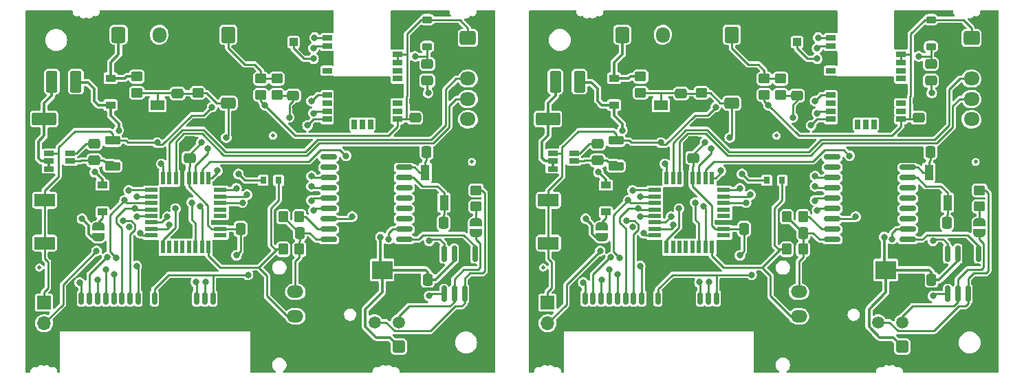
<source format=gbr>
%TF.GenerationSoftware,KiCad,Pcbnew,7.0.10*%
%TF.CreationDate,2024-01-03T22:03:13+01:00*%
%TF.ProjectId,SmartDisplay,536d6172-7444-4697-9370-6c61792e6b69,rev?*%
%TF.SameCoordinates,Original*%
%TF.FileFunction,Copper,L1,Top*%
%TF.FilePolarity,Positive*%
%FSLAX46Y46*%
G04 Gerber Fmt 4.6, Leading zero omitted, Abs format (unit mm)*
G04 Created by KiCad (PCBNEW 7.0.10) date 2024-01-03 22:03:13*
%MOMM*%
%LPD*%
G01*
G04 APERTURE LIST*
G04 Aperture macros list*
%AMRoundRect*
0 Rectangle with rounded corners*
0 $1 Rounding radius*
0 $2 $3 $4 $5 $6 $7 $8 $9 X,Y pos of 4 corners*
0 Add a 4 corners polygon primitive as box body*
4,1,4,$2,$3,$4,$5,$6,$7,$8,$9,$2,$3,0*
0 Add four circle primitives for the rounded corners*
1,1,$1+$1,$2,$3*
1,1,$1+$1,$4,$5*
1,1,$1+$1,$6,$7*
1,1,$1+$1,$8,$9*
0 Add four rect primitives between the rounded corners*
20,1,$1+$1,$2,$3,$4,$5,0*
20,1,$1+$1,$4,$5,$6,$7,0*
20,1,$1+$1,$6,$7,$8,$9,0*
20,1,$1+$1,$8,$9,$2,$3,0*%
%AMFreePoly0*
4,1,19,0.500000,-0.750000,0.000000,-0.750000,0.000000,-0.744911,-0.071157,-0.744911,-0.207708,-0.704816,-0.327430,-0.627875,-0.420627,-0.520320,-0.479746,-0.390866,-0.500000,-0.250000,-0.500000,0.250000,-0.479746,0.390866,-0.420627,0.520320,-0.327430,0.627875,-0.207708,0.704816,-0.071157,0.744911,0.000000,0.744911,0.000000,0.750000,0.500000,0.750000,0.500000,-0.750000,0.500000,-0.750000,
$1*%
%AMFreePoly1*
4,1,19,0.000000,0.744911,0.071157,0.744911,0.207708,0.704816,0.327430,0.627875,0.420627,0.520320,0.479746,0.390866,0.500000,0.250000,0.500000,-0.250000,0.479746,-0.390866,0.420627,-0.520320,0.327430,-0.627875,0.207708,-0.704816,0.071157,-0.744911,0.000000,-0.744911,0.000000,-0.750000,-0.500000,-0.750000,-0.500000,0.750000,0.000000,0.750000,0.000000,0.744911,0.000000,0.744911,
$1*%
G04 Aperture macros list end*
%TA.AperFunction,SMDPad,CuDef*%
%ADD10RoundRect,0.250000X0.475000X-0.337500X0.475000X0.337500X-0.475000X0.337500X-0.475000X-0.337500X0*%
%TD*%
%TA.AperFunction,SMDPad,CuDef*%
%ADD11RoundRect,0.249999X-0.350001X-0.450001X0.350001X-0.450001X0.350001X0.450001X-0.350001X0.450001X0*%
%TD*%
%TA.AperFunction,SMDPad,CuDef*%
%ADD12RoundRect,0.249999X-0.450001X0.350001X-0.450001X-0.350001X0.450001X-0.350001X0.450001X0.350001X0*%
%TD*%
%TA.AperFunction,SMDPad,CuDef*%
%ADD13RoundRect,0.249999X0.450001X-0.350001X0.450001X0.350001X-0.450001X0.350001X-0.450001X-0.350001X0*%
%TD*%
%TA.AperFunction,SMDPad,CuDef*%
%ADD14R,1.700000X1.300000*%
%TD*%
%TA.AperFunction,SMDPad,CuDef*%
%ADD15R,2.500000X2.300000*%
%TD*%
%TA.AperFunction,SMDPad,CuDef*%
%ADD16R,1.100000X1.900000*%
%TD*%
%TA.AperFunction,SMDPad,CuDef*%
%ADD17RoundRect,0.250000X0.337500X0.475000X-0.337500X0.475000X-0.337500X-0.475000X0.337500X-0.475000X0*%
%TD*%
%TA.AperFunction,SMDPad,CuDef*%
%ADD18FreePoly0,270.000000*%
%TD*%
%TA.AperFunction,SMDPad,CuDef*%
%ADD19FreePoly1,270.000000*%
%TD*%
%TA.AperFunction,SMDPad,CuDef*%
%ADD20RoundRect,0.250000X-0.337500X-0.475000X0.337500X-0.475000X0.337500X0.475000X-0.337500X0.475000X0*%
%TD*%
%TA.AperFunction,SMDPad,CuDef*%
%ADD21RoundRect,0.150000X-0.150000X0.825000X-0.150000X-0.825000X0.150000X-0.825000X0.150000X0.825000X0*%
%TD*%
%TA.AperFunction,ComponentPad*%
%ADD22RoundRect,0.250000X-0.600000X-0.750000X0.600000X-0.750000X0.600000X0.750000X-0.600000X0.750000X0*%
%TD*%
%TA.AperFunction,ComponentPad*%
%ADD23O,1.700000X2.000000*%
%TD*%
%TA.AperFunction,SMDPad,CuDef*%
%ADD24R,1.600000X0.550000*%
%TD*%
%TA.AperFunction,SMDPad,CuDef*%
%ADD25R,0.550000X1.600000*%
%TD*%
%TA.AperFunction,SMDPad,CuDef*%
%ADD26RoundRect,0.150000X0.875000X0.150000X-0.875000X0.150000X-0.875000X-0.150000X0.875000X-0.150000X0*%
%TD*%
%TA.AperFunction,SMDPad,CuDef*%
%ADD27RoundRect,0.250000X-0.462500X-1.075000X0.462500X-1.075000X0.462500X1.075000X-0.462500X1.075000X0*%
%TD*%
%TA.AperFunction,SMDPad,CuDef*%
%ADD28C,0.500000*%
%TD*%
%TA.AperFunction,SMDPad,CuDef*%
%ADD29RoundRect,0.250000X-1.250000X-0.550000X1.250000X-0.550000X1.250000X0.550000X-1.250000X0.550000X0*%
%TD*%
%TA.AperFunction,SMDPad,CuDef*%
%ADD30RoundRect,0.250000X-1.050000X-0.550000X1.050000X-0.550000X1.050000X0.550000X-1.050000X0.550000X0*%
%TD*%
%TA.AperFunction,ComponentPad*%
%ADD31RoundRect,0.250000X-0.725000X0.600000X-0.725000X-0.600000X0.725000X-0.600000X0.725000X0.600000X0*%
%TD*%
%TA.AperFunction,ComponentPad*%
%ADD32O,1.950000X1.700000*%
%TD*%
%TA.AperFunction,SMDPad,CuDef*%
%ADD33RoundRect,0.250000X0.700000X-0.275000X0.700000X0.275000X-0.700000X0.275000X-0.700000X-0.275000X0*%
%TD*%
%TA.AperFunction,ComponentPad*%
%ADD34RoundRect,0.250000X0.500000X0.500000X-0.500000X0.500000X-0.500000X-0.500000X0.500000X-0.500000X0*%
%TD*%
%TA.AperFunction,ComponentPad*%
%ADD35C,1.500000*%
%TD*%
%TA.AperFunction,ComponentPad*%
%ADD36RoundRect,0.250000X0.760000X-0.500000X0.760000X0.500000X-0.760000X0.500000X-0.760000X-0.500000X0*%
%TD*%
%TA.AperFunction,ComponentPad*%
%ADD37O,2.020000X1.500000*%
%TD*%
%TA.AperFunction,ComponentPad*%
%ADD38RoundRect,0.250000X-0.600000X-0.725000X0.600000X-0.725000X0.600000X0.725000X-0.600000X0.725000X0*%
%TD*%
%TA.AperFunction,ComponentPad*%
%ADD39O,1.700000X1.950000*%
%TD*%
%TA.AperFunction,SMDPad,CuDef*%
%ADD40RoundRect,0.249997X0.650003X-0.412503X0.650003X0.412503X-0.650003X0.412503X-0.650003X-0.412503X0*%
%TD*%
%TA.AperFunction,SMDPad,CuDef*%
%ADD41R,1.143000X0.711200*%
%TD*%
%TA.AperFunction,SMDPad,CuDef*%
%ADD42R,0.711200X1.143000*%
%TD*%
%TA.AperFunction,SMDPad,CuDef*%
%ADD43R,1.220000X0.650000*%
%TD*%
%TA.AperFunction,SMDPad,CuDef*%
%ADD44R,1.000000X1.000000*%
%TD*%
%TA.AperFunction,SMDPad,CuDef*%
%ADD45R,1.050000X2.200000*%
%TD*%
%TA.AperFunction,SMDPad,CuDef*%
%ADD46R,0.800000X0.900000*%
%TD*%
%TA.AperFunction,SMDPad,CuDef*%
%ADD47R,1.200000X0.900000*%
%TD*%
%TA.AperFunction,SMDPad,CuDef*%
%ADD48RoundRect,0.225000X-0.375000X0.225000X-0.375000X-0.225000X0.375000X-0.225000X0.375000X0.225000X0*%
%TD*%
%TA.AperFunction,SMDPad,CuDef*%
%ADD49RoundRect,0.150000X0.150000X0.625000X-0.150000X0.625000X-0.150000X-0.625000X0.150000X-0.625000X0*%
%TD*%
%TA.AperFunction,SMDPad,CuDef*%
%ADD50RoundRect,0.250000X0.350000X0.650000X-0.350000X0.650000X-0.350000X-0.650000X0.350000X-0.650000X0*%
%TD*%
%TA.AperFunction,SMDPad,CuDef*%
%ADD51FreePoly0,90.000000*%
%TD*%
%TA.AperFunction,SMDPad,CuDef*%
%ADD52FreePoly1,90.000000*%
%TD*%
%TA.AperFunction,ComponentPad*%
%ADD53R,1.700000X1.700000*%
%TD*%
%TA.AperFunction,ComponentPad*%
%ADD54O,1.700000X1.700000*%
%TD*%
%TA.AperFunction,ViaPad*%
%ADD55C,0.800000*%
%TD*%
%TA.AperFunction,Conductor*%
%ADD56C,0.250000*%
%TD*%
%TA.AperFunction,Conductor*%
%ADD57C,0.350000*%
%TD*%
G04 APERTURE END LIST*
D10*
%TO.P,C3,1*%
%TO.N,Net-(J2-Pin_5)*%
X93091612Y-46283491D03*
%TO.P,C3,2*%
%TO.N,RESET*%
X93091612Y-44208491D03*
%TD*%
D11*
%TO.P,R5,1*%
%TO.N,1WIRE*%
X75341612Y-67033491D03*
%TO.P,R5,2*%
%TO.N,+3V3*%
X77341612Y-67033491D03*
%TD*%
%TO.P,R6,1*%
%TO.N,+3V3*%
X75341612Y-63033491D03*
%TO.P,R6,2*%
%TO.N,Net-(U3-~{RESET})*%
X77341612Y-63033491D03*
%TD*%
D10*
%TO.P,C12,1*%
%TO.N,A4*%
X62341612Y-47845991D03*
%TO.P,C12,2*%
%TO.N,GND*%
X62341612Y-45770991D03*
%TD*%
%TO.P,C2,1*%
%TO.N,+3V3*%
X63841612Y-55783491D03*
%TO.P,C2,2*%
%TO.N,GND*%
X63841612Y-53708491D03*
%TD*%
D12*
%TO.P,R4,1*%
%TO.N,Net-(J7-Pin_1)*%
X72591612Y-46033491D03*
%TO.P,R4,2*%
%TO.N,+3V3*%
X72591612Y-48033491D03*
%TD*%
D13*
%TO.P,R1,1*%
%TO.N,A4*%
X57341612Y-47783491D03*
%TO.P,R1,2*%
%TO.N,+12V*%
X57341612Y-45783491D03*
%TD*%
D14*
%TO.P,D4,1,K*%
%TO.N,A4*%
X59841612Y-49283491D03*
%TO.P,D4,2,A*%
%TO.N,GND*%
X59841612Y-45783491D03*
%TD*%
D15*
%TO.P,D6,1,A1*%
%TO.N,+5V*%
X87533612Y-69583491D03*
%TO.P,D6,2,A2*%
%TO.N,GND*%
X83233612Y-69583491D03*
%TD*%
D16*
%TO.P,Y1,1,1*%
%TO.N,Net-(U3-OSC1)*%
X92841612Y-57583491D03*
%TO.P,Y1,2,2*%
%TO.N,GND*%
X92841612Y-61283491D03*
%TO.P,Y1,3,3*%
%TO.N,Net-(U3-OSC2)*%
X95141612Y-61283491D03*
%TO.P,Y1,4,4*%
%TO.N,GND*%
X95141612Y-57583491D03*
%TD*%
D17*
%TO.P,C10,1*%
%TO.N,Net-(U3-OSC2)*%
X95091612Y-63783491D03*
%TO.P,C10,2*%
%TO.N,GND*%
X93016612Y-63783491D03*
%TD*%
D18*
%TO.P,JP2,1,1*%
%TO.N,Net-(JP2-Pad1)*%
X99091612Y-63733491D03*
D19*
%TO.P,JP2,2,2*%
%TO.N,CANL*%
X99091612Y-65033491D03*
%TD*%
D20*
%TO.P,C15,1*%
%TO.N,GND*%
X91091612Y-70783491D03*
%TO.P,C15,2*%
%TO.N,+5V*%
X93166612Y-70783491D03*
%TD*%
D21*
%TO.P,U4,1,TXD*%
%TO.N,Net-(U3-TXCAN)*%
X98963612Y-67583491D03*
%TO.P,U4,2,VSS*%
%TO.N,GND*%
X97693612Y-67583491D03*
%TO.P,U4,3,VDD*%
%TO.N,+5V*%
X96423612Y-67583491D03*
%TO.P,U4,4,RXD*%
%TO.N,Net-(U3-RXCAN)*%
X95153612Y-67583491D03*
%TO.P,U4,5,Vio*%
%TO.N,+3V3*%
X95153612Y-72533491D03*
%TO.P,U4,6,CANL*%
%TO.N,CANL*%
X96423612Y-72533491D03*
%TO.P,U4,7,CANH*%
%TO.N,CANH*%
X97693612Y-72533491D03*
%TO.P,U4,8,STBY*%
%TO.N,GND*%
X98963612Y-72533491D03*
%TD*%
D13*
%TO.P,R7,1*%
%TO.N,Net-(JP2-Pad1)*%
X99091612Y-61783491D03*
%TO.P,R7,2*%
%TO.N,CANH*%
X99091612Y-59783491D03*
%TD*%
D20*
%TO.P,C11,1*%
%TO.N,GND*%
X75341612Y-65033491D03*
%TO.P,C11,2*%
%TO.N,+3V3*%
X77416612Y-65033491D03*
%TD*%
D22*
%TO.P,J7,1,Pin_1*%
%TO.N,Net-(J7-Pin_1)*%
X68591612Y-40627491D03*
D23*
%TO.P,J7,2,Pin_2*%
%TO.N,GND*%
X71091612Y-40627491D03*
%TD*%
D24*
%TO.P,U1,1,D3/SCL/PA3*%
%TO.N,SCL*%
X59091612Y-59733491D03*
%TO.P,U1,2,D4/MOSI/PA4*%
%TO.N,MOSI*%
X59091612Y-60533491D03*
%TO.P,U1,3,D5/MISO/PA5*%
%TO.N,MISO*%
X59091612Y-61333491D03*
%TO.P,U1,4,D6/SCK/PA6*%
%TO.N,SCK*%
X59091612Y-62133491D03*
%TO.P,U1,5,D7/SS/PA7*%
%TO.N,SS*%
X59091612Y-62933491D03*
%TO.P,U1,6,D8/TX1/PC0*%
%TO.N,GPS_RXD*%
X59091612Y-63733491D03*
%TO.P,U1,7,D9/RX1/PC1*%
%TO.N,GPS_TXD*%
X59091612Y-64533491D03*
%TO.P,U1,8,D10/PC2*%
%TO.N,INT_CAN*%
X59091612Y-65333491D03*
D25*
%TO.P,U1,9,D11/PC3*%
%TO.N,GPS_RESET*%
X60541612Y-66783491D03*
%TO.P,U1,10,A0/PD0*%
%TO.N,A0*%
X61341612Y-66783491D03*
%TO.P,U1,11,A1/PD1*%
%TO.N,A1*%
X62141612Y-66783491D03*
%TO.P,U1,12,A2/PD2*%
%TO.N,A2*%
X62941612Y-66783491D03*
%TO.P,U1,13,A3/PD3*%
%TO.N,A3*%
X63741612Y-66783491D03*
%TO.P,U1,14,A4/PD4*%
%TO.N,A4*%
X64541612Y-66783491D03*
%TO.P,U1,15,A5/PD5*%
%TO.N,KEY*%
X65341612Y-66783491D03*
%TO.P,U1,16,A6/PD6*%
%TO.N,1WIRE*%
X66141612Y-66783491D03*
D24*
%TO.P,U1,17,A7/PD7*%
%TO.N,AREF*%
X67591612Y-65333491D03*
%TO.P,U1,18,AVDD*%
%TO.N,+3V3*%
X67591612Y-64533491D03*
%TO.P,U1,19,GND*%
%TO.N,GND*%
X67591612Y-63733491D03*
%TO.P,U1,20,PF0/TOSC1*%
%TO.N,unconnected-(U1-PF0{slash}TOSC1-Pad20)*%
X67591612Y-62933491D03*
%TO.P,U1,21,PF1/TOSC2*%
%TO.N,unconnected-(U1-PF1{slash}TOSC2-Pad21)*%
X67591612Y-62133491D03*
%TO.P,U1,22,PF2*%
%TO.N,D22*%
X67591612Y-61333491D03*
%TO.P,U1,23,PF3*%
%TO.N,D23*%
X67591612Y-60533491D03*
%TO.P,U1,24,PF4*%
%TO.N,D24*%
X67591612Y-59733491D03*
D25*
%TO.P,U1,25,PF5*%
%TO.N,D25*%
X66141612Y-58283491D03*
%TO.P,U1,26,PF6/~{RESET}*%
%TO.N,RESET*%
X65341612Y-58283491D03*
%TO.P,U1,27,UPDI*%
%TO.N,UPDI*%
X64541612Y-58283491D03*
%TO.P,U1,28,VDD*%
%TO.N,+3V3*%
X63741612Y-58283491D03*
%TO.P,U1,29,GND*%
%TO.N,GND*%
X62941612Y-58283491D03*
%TO.P,U1,30,D0/TX0/PA0*%
%TO.N,TXD*%
X62141612Y-58283491D03*
%TO.P,U1,31,D1/RX0/PA1*%
%TO.N,RXD*%
X61341612Y-58283491D03*
%TO.P,U1,32,D2/SDA/PA2*%
%TO.N,SDA*%
X60541612Y-58283491D03*
%TD*%
D20*
%TO.P,C1,1*%
%TO.N,+3V3*%
X70091612Y-64533491D03*
%TO.P,C1,2*%
%TO.N,GND*%
X72166612Y-64533491D03*
%TD*%
D26*
%TO.P,U3,1,TXCAN*%
%TO.N,Net-(U3-TXCAN)*%
X90241612Y-65843491D03*
%TO.P,U3,2,RXCAN*%
%TO.N,Net-(U3-RXCAN)*%
X90241612Y-64573491D03*
%TO.P,U3,3,CLKOUT/SOF*%
%TO.N,unconnected-(U3-CLKOUT{slash}SOF-Pad3)*%
X90241612Y-63303491D03*
%TO.P,U3,4,~{TX0RTS}*%
%TO.N,unconnected-(U3-~{TX0RTS}-Pad4)*%
X90241612Y-62033491D03*
%TO.P,U3,5,~{TX1RTS}*%
%TO.N,unconnected-(U3-~{TX1RTS}-Pad5)*%
X90241612Y-60763491D03*
%TO.P,U3,6,~{TX2RTS}*%
%TO.N,unconnected-(U3-~{TX2RTS}-Pad6)*%
X90241612Y-59493491D03*
%TO.P,U3,7,OSC2*%
%TO.N,Net-(U3-OSC2)*%
X90241612Y-58223491D03*
%TO.P,U3,8,OSC1*%
%TO.N,Net-(U3-OSC1)*%
X90241612Y-56953491D03*
%TO.P,U3,9,VSS*%
%TO.N,GND*%
X90241612Y-55683491D03*
%TO.P,U3,10,~{RX1BF}*%
%TO.N,unconnected-(U3-~{RX1BF}-Pad10)*%
X80941612Y-55683491D03*
%TO.P,U3,11,~{RX0BF}*%
%TO.N,unconnected-(U3-~{RX0BF}-Pad11)*%
X80941612Y-56953491D03*
%TO.P,U3,12,~{INT}*%
%TO.N,INT_CAN*%
X80941612Y-58223491D03*
%TO.P,U3,13,SCK*%
%TO.N,SCK*%
X80941612Y-59493491D03*
%TO.P,U3,14,SI*%
%TO.N,MOSI*%
X80941612Y-60763491D03*
%TO.P,U3,15,SO*%
%TO.N,MISO*%
X80941612Y-62033491D03*
%TO.P,U3,16,~{CS}*%
%TO.N,SS*%
X80941612Y-63303491D03*
%TO.P,U3,17,~{RESET}*%
%TO.N,Net-(U3-~{RESET})*%
X80941612Y-64573491D03*
%TO.P,U3,18,VDD*%
%TO.N,+3V3*%
X80941612Y-65843491D03*
%TD*%
D13*
%TO.P,R3,1*%
%TO.N,A4*%
X64841612Y-47783491D03*
%TO.P,R3,2*%
%TO.N,GND*%
X64841612Y-45783491D03*
%TD*%
D27*
%TO.P,F1,1*%
%TO.N,Net-(U2-EN)*%
X46866612Y-46393491D03*
%TO.P,F1,2*%
%TO.N,Net-(D2-K)*%
X49841612Y-46393491D03*
%TD*%
D12*
%TO.P,R2,1*%
%TO.N,Net-(J7-Pin_1)*%
X74591612Y-46033491D03*
%TO.P,R2,2*%
%TO.N,KEY*%
X74591612Y-48033491D03*
%TD*%
D28*
%TO.P,FID2,*%
%TO.N,*%
X45341612Y-69283491D03*
%TD*%
%TO.P,FID3,*%
%TO.N,*%
X98591612Y-56283491D03*
%TD*%
D29*
%TO.P,C4,1*%
%TO.N,Net-(U2-EN)*%
X45941612Y-50993491D03*
%TO.P,C4,2*%
%TO.N,GND*%
X50341612Y-50993491D03*
%TD*%
D10*
%TO.P,C5,1*%
%TO.N,Net-(U2-SW)*%
X52091612Y-56108491D03*
%TO.P,C5,2*%
%TO.N,Net-(U2-BST)*%
X52091612Y-54033491D03*
%TD*%
D30*
%TO.P,C7,1*%
%TO.N,+3V3*%
X45991612Y-60993491D03*
%TO.P,C7,2*%
%TO.N,GND*%
X49591612Y-60993491D03*
%TD*%
%TO.P,C9,1*%
%TO.N,+3V3*%
X45991612Y-66283491D03*
%TO.P,C9,2*%
%TO.N,GND*%
X49591612Y-66283491D03*
%TD*%
D31*
%TO.P,J2,1,Pin_1*%
%TO.N,+3V3*%
X98091612Y-41033491D03*
D32*
%TO.P,J2,2,Pin_2*%
%TO.N,GND*%
X98091612Y-43533491D03*
%TO.P,J2,3,Pin_3*%
%TO.N,RXD*%
X98091612Y-46033491D03*
%TO.P,J2,4,Pin_4*%
%TO.N,TXD*%
X98091612Y-48533491D03*
%TO.P,J2,5,Pin_5*%
%TO.N,Net-(J2-Pin_5)*%
X98091612Y-51033491D03*
%TD*%
D33*
%TO.P,L1,1*%
%TO.N,Net-(U2-SW)*%
X54341612Y-56795991D03*
%TO.P,L1,2*%
%TO.N,+3V3*%
X54341612Y-53645991D03*
%TD*%
D34*
%TO.P,J8,1,Pin_1*%
%TO.N,+5V*%
X89591612Y-79033491D03*
D35*
%TO.P,J8,2,Pin_2*%
%TO.N,GND*%
X86591612Y-79033491D03*
%TO.P,J8,3,Pin_3*%
%TO.N,CANL*%
X89591612Y-76033491D03*
%TO.P,J8,4,Pin_4*%
%TO.N,CANH*%
X86591612Y-76033491D03*
%TD*%
D36*
%TO.P,J6,1,Pin_1*%
%TO.N,GND*%
X76841612Y-78283491D03*
D37*
%TO.P,J6,2,Pin_2*%
%TO.N,1WIRE*%
X76841612Y-75283491D03*
%TO.P,J6,3,Pin_3*%
%TO.N,+3V3*%
X76841612Y-72283491D03*
%TD*%
D20*
%TO.P,C6,1*%
%TO.N,Net-(U3-OSC1)*%
X93016612Y-55033491D03*
%TO.P,C6,2*%
%TO.N,GND*%
X95091612Y-55033491D03*
%TD*%
D38*
%TO.P,J1,1,Pin_1*%
%TO.N,+12V*%
X55091612Y-40627491D03*
D39*
%TO.P,J1,2,Pin_2*%
%TO.N,GND*%
X57591612Y-40627491D03*
%TO.P,J1,3,Pin_3*%
%TO.N,INSTR.BEL*%
X60091612Y-40627491D03*
%TO.P,J1,4,Pin_4*%
%TO.N,GND*%
X62591612Y-40627491D03*
%TD*%
D40*
%TO.P,C13,1*%
%TO.N,A4*%
X68591612Y-49033491D03*
%TO.P,C13,2*%
%TO.N,GND*%
X68591612Y-45908491D03*
%TD*%
D41*
%TO.P,U5,1,VCC_IO*%
%TO.N,+3V3*%
X89416612Y-51033492D03*
%TO.P,U5,2,Reserved*%
%TO.N,unconnected-(U5-Reserved-Pad2)*%
X89416612Y-50033491D03*
%TO.P,U5,3,SDA/_SPI_CS_N*%
%TO.N,unconnected-(U5-SDA{slash}_SPI_CS_N-Pad3)*%
X89416612Y-49033491D03*
%TO.P,U5,4,GND*%
%TO.N,GND*%
X89416612Y-48033490D03*
%TO.P,U5,5,GND*%
X89416612Y-47033492D03*
%TO.P,U5,6,SCL/_SPI_CLK*%
%TO.N,unconnected-(U5-SCL{slash}_SPI_CLK-Pad6)*%
X89416612Y-46033492D03*
%TO.P,U5,7,EXTINT*%
%TO.N,unconnected-(U5-EXTINT-Pad7)*%
X89416612Y-45033491D03*
%TO.P,U5,8,V_BCKP*%
%TO.N,+3V3*%
X89416612Y-44033490D03*
%TO.P,U5,9,VCC*%
X89416612Y-43033490D03*
%TO.P,U5,10,GND*%
%TO.N,GND*%
X89416612Y-42033492D03*
%TO.P,U5,11,GND*%
X89416612Y-41033491D03*
%TO.P,U5,12,GND*%
X89416612Y-40033491D03*
%TO.P,U5,13,GND*%
X89416612Y-39033490D03*
%TO.P,U5,14,GND*%
X80766612Y-39033490D03*
%TO.P,U5,15,GND*%
X80766612Y-40033491D03*
%TO.P,U5,16,RF_OUT*%
%TO.N,Net-(U5-RF_OUT)*%
X80766612Y-41033491D03*
%TO.P,U5,17,RF_IN*%
%TO.N,Net-(U5-RF_IN)*%
X80766612Y-42033492D03*
%TO.P,U5,18,GND*%
%TO.N,GND*%
X80766612Y-43033490D03*
%TO.P,U5,19,GND*%
X80766612Y-44033490D03*
%TO.P,U5,20,D_SEL*%
%TO.N,unconnected-(U5-D_SEL-Pad20)*%
X80766612Y-45033491D03*
%TO.P,U5,21,GND*%
%TO.N,GND*%
X80766612Y-46033492D03*
%TO.P,U5,22,GND*%
X80766612Y-47033492D03*
%TO.P,U5,23,RESET_N*%
%TO.N,GPS_RESET*%
X80766612Y-48033490D03*
%TO.P,U5,24,SAFEBOOT_N*%
%TO.N,unconnected-(U5-SAFEBOOT_N-Pad24)*%
X80766612Y-49033491D03*
%TO.P,U5,25,TXD/_SPI_MISO*%
%TO.N,GPS_TXD*%
X80766612Y-50033491D03*
%TO.P,U5,26,RXD/_SPI_MOSI*%
%TO.N,GPS_RXD*%
X80766612Y-51033492D03*
D42*
%TO.P,U5,27,GND*%
%TO.N,GND*%
X83091611Y-51633493D03*
%TO.P,U5,28,RESERVED*%
%TO.N,unconnected-(U5-RESERVED-Pad28)*%
X84091611Y-51633493D03*
%TO.P,U5,29,TIMEPULSE*%
%TO.N,unconnected-(U5-TIMEPULSE-Pad29)*%
X85091612Y-51633493D03*
%TO.P,U5,30,LNA_EN*%
%TO.N,unconnected-(U5-LNA_EN-Pad30)*%
X86091613Y-51633493D03*
%TO.P,U5,31,GND*%
%TO.N,GND*%
X87091613Y-51633493D03*
%TD*%
D10*
%TO.P,C8,1*%
%TO.N,KEY*%
X76591612Y-48108491D03*
%TO.P,C8,2*%
%TO.N,GND*%
X76591612Y-46033491D03*
%TD*%
D43*
%TO.P,U2,1,FB*%
%TO.N,+3V3*%
X46531612Y-55243491D03*
%TO.P,U2,2,EN*%
%TO.N,Net-(U2-EN)*%
X46531612Y-56193491D03*
%TO.P,U2,3,IN*%
X46531612Y-57143491D03*
%TO.P,U2,4,GND*%
%TO.N,GND*%
X49151612Y-57143491D03*
%TO.P,U2,5,SW*%
%TO.N,Net-(U2-SW)*%
X49151612Y-56193491D03*
%TO.P,U2,6,BST*%
%TO.N,Net-(U2-BST)*%
X49151612Y-55243491D03*
%TD*%
D10*
%TO.P,C14,1*%
%TO.N,+3V3*%
X91591612Y-50858491D03*
%TO.P,C14,2*%
%TO.N,GND*%
X91591612Y-48783491D03*
%TD*%
D44*
%TO.P,X1,1,SIGNAL*%
%TO.N,Net-(X1-SIGNAL)*%
X76616612Y-41533491D03*
D45*
%TO.P,X1,2,GND*%
%TO.N,GND*%
X75141612Y-40033491D03*
D44*
X76616612Y-38533491D03*
D45*
X78091612Y-40033491D03*
%TD*%
D28*
%TO.P,FID1,*%
%TO.N,*%
X74091612Y-53033491D03*
%TD*%
D46*
%TO.P,D5,1,K*%
%TO.N,1WIRE*%
X74791612Y-58533491D03*
%TO.P,D5,2,K*%
%TO.N,A4*%
X72891612Y-58533491D03*
%TO.P,D5,3,A*%
%TO.N,GND*%
X73841612Y-60533491D03*
%TD*%
D47*
%TO.P,D2,1,K*%
%TO.N,Net-(D2-K)*%
X53091612Y-59133491D03*
%TO.P,D2,2,A*%
%TO.N,Net-(D2-A)*%
X53091612Y-62433491D03*
%TD*%
%TO.P,D3,1,K*%
%TO.N,Net-(D2-K)*%
X54091612Y-49283491D03*
%TO.P,D3,2,A*%
%TO.N,+12V*%
X54091612Y-45983491D03*
%TD*%
D28*
%TO.P,FID3,*%
%TO.N,*%
X160591612Y-56283491D03*
%TD*%
D48*
%TO.P,D1,1,K*%
%TO.N,+3V3*%
X155091612Y-38783491D03*
%TO.P,D1,2,A*%
%TO.N,RESET*%
X155091612Y-42083491D03*
%TD*%
D34*
%TO.P,J8,1,Pin_1*%
%TO.N,+5V*%
X151591612Y-79033491D03*
D35*
%TO.P,J8,2,Pin_2*%
%TO.N,GND*%
X148591612Y-79033491D03*
%TO.P,J8,3,Pin_3*%
%TO.N,CANL*%
X151591612Y-76033491D03*
%TO.P,J8,4,Pin_4*%
%TO.N,CANH*%
X148591612Y-76033491D03*
%TD*%
D36*
%TO.P,J6,1,Pin_1*%
%TO.N,GND*%
X138841612Y-78283491D03*
D37*
%TO.P,J6,2,Pin_2*%
%TO.N,1WIRE*%
X138841612Y-75283491D03*
%TO.P,J6,3,Pin_3*%
%TO.N,+3V3*%
X138841612Y-72283491D03*
%TD*%
D46*
%TO.P,D5,1,K*%
%TO.N,1WIRE*%
X136791612Y-58533491D03*
%TO.P,D5,2,K*%
%TO.N,A4*%
X134891612Y-58533491D03*
%TO.P,D5,3,A*%
%TO.N,GND*%
X135841612Y-60533491D03*
%TD*%
D49*
%TO.P,J4,1,Pin_1*%
%TO.N,+3V3*%
X59501612Y-73068491D03*
%TO.P,J4,2,Pin_2*%
%TO.N,GND*%
X58501612Y-73068491D03*
%TO.P,J4,3,Pin_3*%
%TO.N,MISO*%
X57501612Y-73068491D03*
%TO.P,J4,4,Pin_4*%
%TO.N,MOSI*%
X56501612Y-73068491D03*
%TO.P,J4,5,Pin_5*%
%TO.N,SCK*%
X55501612Y-73068491D03*
%TO.P,J4,6,Pin_6*%
%TO.N,D22*%
X54501612Y-73068491D03*
%TO.P,J4,7,Pin_7*%
%TO.N,D23*%
X53501612Y-73068491D03*
%TO.P,J4,8,Pin_8*%
%TO.N,D24*%
X52501612Y-73068491D03*
%TO.P,J4,9,Pin_9*%
%TO.N,D25*%
X51501612Y-73068491D03*
%TO.P,J4,10,Pin_10*%
%TO.N,INSTR.BEL*%
X50501612Y-73068491D03*
D50*
%TO.P,J4,MP,MountPin*%
%TO.N,GND*%
X60801612Y-75593491D03*
X49201612Y-75593491D03*
%TD*%
D40*
%TO.P,C13,1*%
%TO.N,A4*%
X130591612Y-49033491D03*
%TO.P,C13,2*%
%TO.N,GND*%
X130591612Y-45908491D03*
%TD*%
D20*
%TO.P,C11,1*%
%TO.N,GND*%
X137341612Y-65033491D03*
%TO.P,C11,2*%
%TO.N,+3V3*%
X139416612Y-65033491D03*
%TD*%
D49*
%TO.P,J5,1,Pin_1*%
%TO.N,GND*%
X129701612Y-73068491D03*
%TO.P,J5,2,Pin_2*%
%TO.N,+3V3*%
X128701612Y-73068491D03*
%TO.P,J5,3,Pin_3*%
%TO.N,SDA*%
X127701612Y-73068491D03*
%TO.P,J5,4,Pin_4*%
%TO.N,SCL*%
X126701612Y-73068491D03*
D50*
%TO.P,J5,MP,MountPin*%
%TO.N,GND*%
X131001612Y-75593491D03*
X125401612Y-75593491D03*
%TD*%
D38*
%TO.P,J1,1,Pin_1*%
%TO.N,+12V*%
X117091612Y-40627491D03*
D39*
%TO.P,J1,2,Pin_2*%
%TO.N,GND*%
X119591612Y-40627491D03*
%TO.P,J1,3,Pin_3*%
%TO.N,INSTR.BEL*%
X122091612Y-40627491D03*
%TO.P,J1,4,Pin_4*%
%TO.N,GND*%
X124591612Y-40627491D03*
%TD*%
D49*
%TO.P,J4,1,Pin_1*%
%TO.N,+3V3*%
X121501612Y-73068491D03*
%TO.P,J4,2,Pin_2*%
%TO.N,GND*%
X120501612Y-73068491D03*
%TO.P,J4,3,Pin_3*%
%TO.N,MISO*%
X119501612Y-73068491D03*
%TO.P,J4,4,Pin_4*%
%TO.N,MOSI*%
X118501612Y-73068491D03*
%TO.P,J4,5,Pin_5*%
%TO.N,SCK*%
X117501612Y-73068491D03*
%TO.P,J4,6,Pin_6*%
%TO.N,D22*%
X116501612Y-73068491D03*
%TO.P,J4,7,Pin_7*%
%TO.N,D23*%
X115501612Y-73068491D03*
%TO.P,J4,8,Pin_8*%
%TO.N,D24*%
X114501612Y-73068491D03*
%TO.P,J4,9,Pin_9*%
%TO.N,D25*%
X113501612Y-73068491D03*
%TO.P,J4,10,Pin_10*%
%TO.N,INSTR.BEL*%
X112501612Y-73068491D03*
D50*
%TO.P,J4,MP,MountPin*%
%TO.N,GND*%
X122801612Y-75593491D03*
X111201612Y-75593491D03*
%TD*%
D28*
%TO.P,FID1,*%
%TO.N,*%
X136091612Y-53033491D03*
%TD*%
D13*
%TO.P,R7,1*%
%TO.N,Net-(JP2-Pad1)*%
X161091612Y-61783491D03*
%TO.P,R7,2*%
%TO.N,CANH*%
X161091612Y-59783491D03*
%TD*%
D47*
%TO.P,D3,1,K*%
%TO.N,Net-(D2-K)*%
X116091612Y-49283491D03*
%TO.P,D3,2,A*%
%TO.N,+12V*%
X116091612Y-45983491D03*
%TD*%
D49*
%TO.P,J5,1,Pin_1*%
%TO.N,GND*%
X67701612Y-73068491D03*
%TO.P,J5,2,Pin_2*%
%TO.N,+3V3*%
X66701612Y-73068491D03*
%TO.P,J5,3,Pin_3*%
%TO.N,SDA*%
X65701612Y-73068491D03*
%TO.P,J5,4,Pin_4*%
%TO.N,SCL*%
X64701612Y-73068491D03*
D50*
%TO.P,J5,MP,MountPin*%
%TO.N,GND*%
X69001612Y-75593491D03*
X63401612Y-75593491D03*
%TD*%
D29*
%TO.P,C4,1*%
%TO.N,Net-(U2-EN)*%
X107941612Y-50993491D03*
%TO.P,C4,2*%
%TO.N,GND*%
X112341612Y-50993491D03*
%TD*%
D48*
%TO.P,D1,1,K*%
%TO.N,+3V3*%
X93091612Y-38783491D03*
%TO.P,D1,2,A*%
%TO.N,RESET*%
X93091612Y-42083491D03*
%TD*%
D11*
%TO.P,R6,1*%
%TO.N,+3V3*%
X137341612Y-63033491D03*
%TO.P,R6,2*%
%TO.N,Net-(U3-~{RESET})*%
X139341612Y-63033491D03*
%TD*%
D43*
%TO.P,U2,1,FB*%
%TO.N,+3V3*%
X108531612Y-55243491D03*
%TO.P,U2,2,EN*%
%TO.N,Net-(U2-EN)*%
X108531612Y-56193491D03*
%TO.P,U2,3,IN*%
X108531612Y-57143491D03*
%TO.P,U2,4,GND*%
%TO.N,GND*%
X111151612Y-57143491D03*
%TO.P,U2,5,SW*%
%TO.N,Net-(U2-SW)*%
X111151612Y-56193491D03*
%TO.P,U2,6,BST*%
%TO.N,Net-(U2-BST)*%
X111151612Y-55243491D03*
%TD*%
D15*
%TO.P,D6,1,A1*%
%TO.N,+5V*%
X149533612Y-69583491D03*
%TO.P,D6,2,A2*%
%TO.N,GND*%
X145233612Y-69583491D03*
%TD*%
D10*
%TO.P,C12,1*%
%TO.N,A4*%
X124341612Y-47845991D03*
%TO.P,C12,2*%
%TO.N,GND*%
X124341612Y-45770991D03*
%TD*%
D12*
%TO.P,R2,1*%
%TO.N,Net-(J7-Pin_1)*%
X136591612Y-46033491D03*
%TO.P,R2,2*%
%TO.N,KEY*%
X136591612Y-48033491D03*
%TD*%
D51*
%TO.P,JP1,1,1*%
%TO.N,+5V*%
X114601612Y-65543491D03*
D52*
%TO.P,JP1,2,2*%
%TO.N,Net-(D2-A)*%
X114601612Y-64243491D03*
%TD*%
D41*
%TO.P,U5,1,VCC_IO*%
%TO.N,+3V3*%
X151416612Y-51033492D03*
%TO.P,U5,2,Reserved*%
%TO.N,unconnected-(U5-Reserved-Pad2)*%
X151416612Y-50033491D03*
%TO.P,U5,3,SDA/_SPI_CS_N*%
%TO.N,unconnected-(U5-SDA{slash}_SPI_CS_N-Pad3)*%
X151416612Y-49033491D03*
%TO.P,U5,4,GND*%
%TO.N,GND*%
X151416612Y-48033490D03*
%TO.P,U5,5,GND*%
X151416612Y-47033492D03*
%TO.P,U5,6,SCL/_SPI_CLK*%
%TO.N,unconnected-(U5-SCL{slash}_SPI_CLK-Pad6)*%
X151416612Y-46033492D03*
%TO.P,U5,7,EXTINT*%
%TO.N,unconnected-(U5-EXTINT-Pad7)*%
X151416612Y-45033491D03*
%TO.P,U5,8,V_BCKP*%
%TO.N,+3V3*%
X151416612Y-44033490D03*
%TO.P,U5,9,VCC*%
X151416612Y-43033490D03*
%TO.P,U5,10,GND*%
%TO.N,GND*%
X151416612Y-42033492D03*
%TO.P,U5,11,GND*%
X151416612Y-41033491D03*
%TO.P,U5,12,GND*%
X151416612Y-40033491D03*
%TO.P,U5,13,GND*%
X151416612Y-39033490D03*
%TO.P,U5,14,GND*%
X142766612Y-39033490D03*
%TO.P,U5,15,GND*%
X142766612Y-40033491D03*
%TO.P,U5,16,RF_OUT*%
%TO.N,Net-(U5-RF_OUT)*%
X142766612Y-41033491D03*
%TO.P,U5,17,RF_IN*%
%TO.N,Net-(U5-RF_IN)*%
X142766612Y-42033492D03*
%TO.P,U5,18,GND*%
%TO.N,GND*%
X142766612Y-43033490D03*
%TO.P,U5,19,GND*%
X142766612Y-44033490D03*
%TO.P,U5,20,D_SEL*%
%TO.N,unconnected-(U5-D_SEL-Pad20)*%
X142766612Y-45033491D03*
%TO.P,U5,21,GND*%
%TO.N,GND*%
X142766612Y-46033492D03*
%TO.P,U5,22,GND*%
X142766612Y-47033492D03*
%TO.P,U5,23,RESET_N*%
%TO.N,GPS_RESET*%
X142766612Y-48033490D03*
%TO.P,U5,24,SAFEBOOT_N*%
%TO.N,unconnected-(U5-SAFEBOOT_N-Pad24)*%
X142766612Y-49033491D03*
%TO.P,U5,25,TXD/_SPI_MISO*%
%TO.N,GPS_TXD*%
X142766612Y-50033491D03*
%TO.P,U5,26,RXD/_SPI_MOSI*%
%TO.N,GPS_RXD*%
X142766612Y-51033492D03*
D42*
%TO.P,U5,27,GND*%
%TO.N,GND*%
X145091611Y-51633493D03*
%TO.P,U5,28,RESERVED*%
%TO.N,unconnected-(U5-RESERVED-Pad28)*%
X146091611Y-51633493D03*
%TO.P,U5,29,TIMEPULSE*%
%TO.N,unconnected-(U5-TIMEPULSE-Pad29)*%
X147091612Y-51633493D03*
%TO.P,U5,30,LNA_EN*%
%TO.N,unconnected-(U5-LNA_EN-Pad30)*%
X148091613Y-51633493D03*
%TO.P,U5,31,GND*%
%TO.N,GND*%
X149091613Y-51633493D03*
%TD*%
D53*
%TO.P,J3,1,Pin_1*%
%TO.N,+3V3*%
X107901612Y-73613491D03*
D54*
%TO.P,J3,2,Pin_2*%
%TO.N,UPDI*%
X107901612Y-76153491D03*
%TO.P,J3,3,Pin_3*%
%TO.N,GND*%
X107901612Y-78693491D03*
%TD*%
D14*
%TO.P,D4,1,K*%
%TO.N,A4*%
X121841612Y-49283491D03*
%TO.P,D4,2,A*%
%TO.N,GND*%
X121841612Y-45783491D03*
%TD*%
D31*
%TO.P,J2,1,Pin_1*%
%TO.N,+3V3*%
X160091612Y-41033491D03*
D32*
%TO.P,J2,2,Pin_2*%
%TO.N,GND*%
X160091612Y-43533491D03*
%TO.P,J2,3,Pin_3*%
%TO.N,RXD*%
X160091612Y-46033491D03*
%TO.P,J2,4,Pin_4*%
%TO.N,TXD*%
X160091612Y-48533491D03*
%TO.P,J2,5,Pin_5*%
%TO.N,Net-(J2-Pin_5)*%
X160091612Y-51033491D03*
%TD*%
D12*
%TO.P,R4,1*%
%TO.N,Net-(J7-Pin_1)*%
X134591612Y-46033491D03*
%TO.P,R4,2*%
%TO.N,+3V3*%
X134591612Y-48033491D03*
%TD*%
D10*
%TO.P,C3,1*%
%TO.N,Net-(J2-Pin_5)*%
X155091612Y-46283491D03*
%TO.P,C3,2*%
%TO.N,RESET*%
X155091612Y-44208491D03*
%TD*%
D18*
%TO.P,JP2,1,1*%
%TO.N,Net-(JP2-Pad1)*%
X161091612Y-63733491D03*
D19*
%TO.P,JP2,2,2*%
%TO.N,CANL*%
X161091612Y-65033491D03*
%TD*%
D47*
%TO.P,D2,1,K*%
%TO.N,Net-(D2-K)*%
X115091612Y-59133491D03*
%TO.P,D2,2,A*%
%TO.N,Net-(D2-A)*%
X115091612Y-62433491D03*
%TD*%
D10*
%TO.P,C8,1*%
%TO.N,KEY*%
X138591612Y-48108491D03*
%TO.P,C8,2*%
%TO.N,GND*%
X138591612Y-46033491D03*
%TD*%
%TO.P,C14,1*%
%TO.N,+3V3*%
X153591612Y-50858491D03*
%TO.P,C14,2*%
%TO.N,GND*%
X153591612Y-48783491D03*
%TD*%
D33*
%TO.P,L1,1*%
%TO.N,Net-(U2-SW)*%
X116341612Y-56795991D03*
%TO.P,L1,2*%
%TO.N,+3V3*%
X116341612Y-53645991D03*
%TD*%
D53*
%TO.P,J3,1,Pin_1*%
%TO.N,+3V3*%
X45901612Y-73613491D03*
D54*
%TO.P,J3,2,Pin_2*%
%TO.N,UPDI*%
X45901612Y-76153491D03*
%TO.P,J3,3,Pin_3*%
%TO.N,GND*%
X45901612Y-78693491D03*
%TD*%
D30*
%TO.P,C7,1*%
%TO.N,+3V3*%
X107991612Y-60993491D03*
%TO.P,C7,2*%
%TO.N,GND*%
X111591612Y-60993491D03*
%TD*%
%TO.P,C9,1*%
%TO.N,+3V3*%
X107991612Y-66283491D03*
%TO.P,C9,2*%
%TO.N,GND*%
X111591612Y-66283491D03*
%TD*%
D11*
%TO.P,R5,1*%
%TO.N,1WIRE*%
X137341612Y-67033491D03*
%TO.P,R5,2*%
%TO.N,+3V3*%
X139341612Y-67033491D03*
%TD*%
D10*
%TO.P,C5,1*%
%TO.N,Net-(U2-SW)*%
X114091612Y-56108491D03*
%TO.P,C5,2*%
%TO.N,Net-(U2-BST)*%
X114091612Y-54033491D03*
%TD*%
D16*
%TO.P,Y1,1,1*%
%TO.N,Net-(U3-OSC1)*%
X154841612Y-57583491D03*
%TO.P,Y1,2,2*%
%TO.N,GND*%
X154841612Y-61283491D03*
%TO.P,Y1,3,3*%
%TO.N,Net-(U3-OSC2)*%
X157141612Y-61283491D03*
%TO.P,Y1,4,4*%
%TO.N,GND*%
X157141612Y-57583491D03*
%TD*%
D51*
%TO.P,JP1,1,1*%
%TO.N,+5V*%
X52601612Y-65543491D03*
D52*
%TO.P,JP1,2,2*%
%TO.N,Net-(D2-A)*%
X52601612Y-64243491D03*
%TD*%
D20*
%TO.P,C1,1*%
%TO.N,+3V3*%
X132091612Y-64533491D03*
%TO.P,C1,2*%
%TO.N,GND*%
X134166612Y-64533491D03*
%TD*%
D22*
%TO.P,J7,1,Pin_1*%
%TO.N,Net-(J7-Pin_1)*%
X130591612Y-40627491D03*
D23*
%TO.P,J7,2,Pin_2*%
%TO.N,GND*%
X133091612Y-40627491D03*
%TD*%
D28*
%TO.P,FID2,*%
%TO.N,*%
X107341612Y-69283491D03*
%TD*%
D26*
%TO.P,U3,1,TXCAN*%
%TO.N,Net-(U3-TXCAN)*%
X152241612Y-65843491D03*
%TO.P,U3,2,RXCAN*%
%TO.N,Net-(U3-RXCAN)*%
X152241612Y-64573491D03*
%TO.P,U3,3,CLKOUT/SOF*%
%TO.N,unconnected-(U3-CLKOUT{slash}SOF-Pad3)*%
X152241612Y-63303491D03*
%TO.P,U3,4,~{TX0RTS}*%
%TO.N,unconnected-(U3-~{TX0RTS}-Pad4)*%
X152241612Y-62033491D03*
%TO.P,U3,5,~{TX1RTS}*%
%TO.N,unconnected-(U3-~{TX1RTS}-Pad5)*%
X152241612Y-60763491D03*
%TO.P,U3,6,~{TX2RTS}*%
%TO.N,unconnected-(U3-~{TX2RTS}-Pad6)*%
X152241612Y-59493491D03*
%TO.P,U3,7,OSC2*%
%TO.N,Net-(U3-OSC2)*%
X152241612Y-58223491D03*
%TO.P,U3,8,OSC1*%
%TO.N,Net-(U3-OSC1)*%
X152241612Y-56953491D03*
%TO.P,U3,9,VSS*%
%TO.N,GND*%
X152241612Y-55683491D03*
%TO.P,U3,10,~{RX1BF}*%
%TO.N,unconnected-(U3-~{RX1BF}-Pad10)*%
X142941612Y-55683491D03*
%TO.P,U3,11,~{RX0BF}*%
%TO.N,unconnected-(U3-~{RX0BF}-Pad11)*%
X142941612Y-56953491D03*
%TO.P,U3,12,~{INT}*%
%TO.N,INT_CAN*%
X142941612Y-58223491D03*
%TO.P,U3,13,SCK*%
%TO.N,SCK*%
X142941612Y-59493491D03*
%TO.P,U3,14,SI*%
%TO.N,MOSI*%
X142941612Y-60763491D03*
%TO.P,U3,15,SO*%
%TO.N,MISO*%
X142941612Y-62033491D03*
%TO.P,U3,16,~{CS}*%
%TO.N,SS*%
X142941612Y-63303491D03*
%TO.P,U3,17,~{RESET}*%
%TO.N,Net-(U3-~{RESET})*%
X142941612Y-64573491D03*
%TO.P,U3,18,VDD*%
%TO.N,+3V3*%
X142941612Y-65843491D03*
%TD*%
D27*
%TO.P,F1,1*%
%TO.N,Net-(U2-EN)*%
X108866612Y-46393491D03*
%TO.P,F1,2*%
%TO.N,Net-(D2-K)*%
X111841612Y-46393491D03*
%TD*%
D20*
%TO.P,C15,1*%
%TO.N,GND*%
X153091612Y-70783491D03*
%TO.P,C15,2*%
%TO.N,+5V*%
X155166612Y-70783491D03*
%TD*%
D21*
%TO.P,U4,1,TXD*%
%TO.N,Net-(U3-TXCAN)*%
X160963612Y-67583491D03*
%TO.P,U4,2,VSS*%
%TO.N,GND*%
X159693612Y-67583491D03*
%TO.P,U4,3,VDD*%
%TO.N,+5V*%
X158423612Y-67583491D03*
%TO.P,U4,4,RXD*%
%TO.N,Net-(U3-RXCAN)*%
X157153612Y-67583491D03*
%TO.P,U4,5,Vio*%
%TO.N,+3V3*%
X157153612Y-72533491D03*
%TO.P,U4,6,CANL*%
%TO.N,CANL*%
X158423612Y-72533491D03*
%TO.P,U4,7,CANH*%
%TO.N,CANH*%
X159693612Y-72533491D03*
%TO.P,U4,8,STBY*%
%TO.N,GND*%
X160963612Y-72533491D03*
%TD*%
D24*
%TO.P,U1,1,D3/SCL/PA3*%
%TO.N,SCL*%
X121091612Y-59733491D03*
%TO.P,U1,2,D4/MOSI/PA4*%
%TO.N,MOSI*%
X121091612Y-60533491D03*
%TO.P,U1,3,D5/MISO/PA5*%
%TO.N,MISO*%
X121091612Y-61333491D03*
%TO.P,U1,4,D6/SCK/PA6*%
%TO.N,SCK*%
X121091612Y-62133491D03*
%TO.P,U1,5,D7/SS/PA7*%
%TO.N,SS*%
X121091612Y-62933491D03*
%TO.P,U1,6,D8/TX1/PC0*%
%TO.N,GPS_RXD*%
X121091612Y-63733491D03*
%TO.P,U1,7,D9/RX1/PC1*%
%TO.N,GPS_TXD*%
X121091612Y-64533491D03*
%TO.P,U1,8,D10/PC2*%
%TO.N,INT_CAN*%
X121091612Y-65333491D03*
D25*
%TO.P,U1,9,D11/PC3*%
%TO.N,GPS_RESET*%
X122541612Y-66783491D03*
%TO.P,U1,10,A0/PD0*%
%TO.N,A0*%
X123341612Y-66783491D03*
%TO.P,U1,11,A1/PD1*%
%TO.N,A1*%
X124141612Y-66783491D03*
%TO.P,U1,12,A2/PD2*%
%TO.N,A2*%
X124941612Y-66783491D03*
%TO.P,U1,13,A3/PD3*%
%TO.N,A3*%
X125741612Y-66783491D03*
%TO.P,U1,14,A4/PD4*%
%TO.N,A4*%
X126541612Y-66783491D03*
%TO.P,U1,15,A5/PD5*%
%TO.N,KEY*%
X127341612Y-66783491D03*
%TO.P,U1,16,A6/PD6*%
%TO.N,1WIRE*%
X128141612Y-66783491D03*
D24*
%TO.P,U1,17,A7/PD7*%
%TO.N,AREF*%
X129591612Y-65333491D03*
%TO.P,U1,18,AVDD*%
%TO.N,+3V3*%
X129591612Y-64533491D03*
%TO.P,U1,19,GND*%
%TO.N,GND*%
X129591612Y-63733491D03*
%TO.P,U1,20,PF0/TOSC1*%
%TO.N,unconnected-(U1-PF0{slash}TOSC1-Pad20)*%
X129591612Y-62933491D03*
%TO.P,U1,21,PF1/TOSC2*%
%TO.N,unconnected-(U1-PF1{slash}TOSC2-Pad21)*%
X129591612Y-62133491D03*
%TO.P,U1,22,PF2*%
%TO.N,D22*%
X129591612Y-61333491D03*
%TO.P,U1,23,PF3*%
%TO.N,D23*%
X129591612Y-60533491D03*
%TO.P,U1,24,PF4*%
%TO.N,D24*%
X129591612Y-59733491D03*
D25*
%TO.P,U1,25,PF5*%
%TO.N,D25*%
X128141612Y-58283491D03*
%TO.P,U1,26,PF6/~{RESET}*%
%TO.N,RESET*%
X127341612Y-58283491D03*
%TO.P,U1,27,UPDI*%
%TO.N,UPDI*%
X126541612Y-58283491D03*
%TO.P,U1,28,VDD*%
%TO.N,+3V3*%
X125741612Y-58283491D03*
%TO.P,U1,29,GND*%
%TO.N,GND*%
X124941612Y-58283491D03*
%TO.P,U1,30,D0/TX0/PA0*%
%TO.N,TXD*%
X124141612Y-58283491D03*
%TO.P,U1,31,D1/RX0/PA1*%
%TO.N,RXD*%
X123341612Y-58283491D03*
%TO.P,U1,32,D2/SDA/PA2*%
%TO.N,SDA*%
X122541612Y-58283491D03*
%TD*%
D13*
%TO.P,R1,1*%
%TO.N,A4*%
X119341612Y-47783491D03*
%TO.P,R1,2*%
%TO.N,+12V*%
X119341612Y-45783491D03*
%TD*%
D44*
%TO.P,X1,1,SIGNAL*%
%TO.N,Net-(X1-SIGNAL)*%
X138616612Y-41533491D03*
D45*
%TO.P,X1,2,GND*%
%TO.N,GND*%
X137141612Y-40033491D03*
D44*
X138616612Y-38533491D03*
D45*
X140091612Y-40033491D03*
%TD*%
D20*
%TO.P,C6,1*%
%TO.N,Net-(U3-OSC1)*%
X155016612Y-55033491D03*
%TO.P,C6,2*%
%TO.N,GND*%
X157091612Y-55033491D03*
%TD*%
D13*
%TO.P,R3,1*%
%TO.N,A4*%
X126841612Y-47783491D03*
%TO.P,R3,2*%
%TO.N,GND*%
X126841612Y-45783491D03*
%TD*%
D10*
%TO.P,C2,1*%
%TO.N,+3V3*%
X125841612Y-55783491D03*
%TO.P,C2,2*%
%TO.N,GND*%
X125841612Y-53708491D03*
%TD*%
D17*
%TO.P,C10,1*%
%TO.N,Net-(U3-OSC2)*%
X157091612Y-63783491D03*
%TO.P,C10,2*%
%TO.N,GND*%
X155016612Y-63783491D03*
%TD*%
D55*
%TO.N,GND*%
X50841612Y-58783491D03*
X151091612Y-73783491D03*
X58891612Y-58383491D03*
X69091612Y-57033491D03*
X56841612Y-43283491D03*
X138841612Y-49533491D03*
X129841612Y-58533491D03*
X120891612Y-58383491D03*
X94091612Y-69283491D03*
X92091612Y-63783491D03*
X78341612Y-47033491D03*
X76841612Y-49533491D03*
X131091612Y-57033491D03*
X140341612Y-47033491D03*
X118591612Y-50033491D03*
X67841612Y-58533491D03*
X91091612Y-38783491D03*
X153091612Y-38783491D03*
X56341612Y-52783491D03*
X51601612Y-49393491D03*
X112841612Y-58783491D03*
X56591612Y-50033491D03*
X156091612Y-69283491D03*
X154091612Y-63783491D03*
X118341612Y-52783491D03*
X53091612Y-43283491D03*
X113601612Y-49393491D03*
X124891612Y-60383491D03*
X118841612Y-43283491D03*
X89091612Y-73783491D03*
X115091612Y-43283491D03*
X72341612Y-67783491D03*
X134341612Y-67783491D03*
X62891612Y-60383491D03*
%TO.N,Net-(J2-Pin_5)*%
X155201612Y-47793491D03*
X93201612Y-47793491D03*
%TO.N,SCK*%
X140841612Y-59283491D03*
X118366611Y-64308490D03*
X78841612Y-59283491D03*
X119091612Y-62033491D03*
X57091612Y-62033491D03*
X56366611Y-64308490D03*
%TO.N,MOSI*%
X55625076Y-63566955D03*
X78841612Y-61033491D03*
X57341612Y-60533491D03*
X119341612Y-60533491D03*
X140841612Y-61033491D03*
X117625076Y-63566955D03*
%TO.N,MISO*%
X116777112Y-68093491D03*
X141091612Y-62283491D03*
X55828959Y-61020838D03*
X119301612Y-69093491D03*
X57301612Y-69093491D03*
X79091612Y-62283491D03*
X54777112Y-68093491D03*
X117828959Y-61020838D03*
%TO.N,+5V*%
X87341612Y-65533491D03*
X112591612Y-63283491D03*
X50591612Y-63283491D03*
X149341612Y-65533491D03*
%TO.N,RESET*%
X91591612Y-43283491D03*
X145091612Y-55533491D03*
X153591612Y-43283491D03*
X83091612Y-55533491D03*
%TO.N,SCL*%
X64601612Y-71093491D03*
X126601612Y-71093491D03*
X56341612Y-59783491D03*
X118341612Y-59783491D03*
%TO.N,SDA*%
X127801612Y-71093491D03*
X65801612Y-71093491D03*
X122341612Y-56533491D03*
X60341612Y-56533491D03*
%TO.N,KEY*%
X76091612Y-50783491D03*
X65091612Y-61783491D03*
X127091612Y-61783491D03*
X138091612Y-50783491D03*
%TO.N,Net-(D2-K)*%
X55101612Y-52393491D03*
X52160754Y-57552633D03*
X117101612Y-52393491D03*
X114160754Y-57552633D03*
%TO.N,INSTR.BEL*%
X112301612Y-71143491D03*
X50301612Y-71143491D03*
%TO.N,D22*%
X132341612Y-61283491D03*
X116501612Y-70093491D03*
X70341612Y-61283491D03*
X54501612Y-70093491D03*
%TO.N,D23*%
X70892243Y-60322260D03*
X132892243Y-60322260D03*
X53501612Y-69543491D03*
X115501612Y-69543491D03*
%TO.N,D24*%
X69591612Y-59533491D03*
X131591612Y-59533491D03*
X52551612Y-70793491D03*
X114551612Y-70793491D03*
%TO.N,D25*%
X129240460Y-57384643D03*
X67240460Y-57384643D03*
X115678885Y-68019862D03*
X53678885Y-68019862D03*
%TO.N,INT_CAN*%
X78841612Y-58033491D03*
X140841612Y-58033491D03*
X119746175Y-65058491D03*
X57746175Y-65058491D03*
%TO.N,SS*%
X83841612Y-63033491D03*
X145841612Y-63033491D03*
X57341612Y-63033491D03*
X119341612Y-63033491D03*
%TO.N,UPDI*%
X128058892Y-54633480D03*
X52375537Y-67256345D03*
X66058892Y-54633480D03*
X114375537Y-67256345D03*
%TO.N,Net-(U5-RF_OUT)*%
X79216614Y-40983491D03*
X141216614Y-40983491D03*
%TO.N,+3V3*%
X131591612Y-67783491D03*
X73091612Y-49283491D03*
X121841612Y-53908480D03*
X66591612Y-49533491D03*
X133023612Y-70193491D03*
X128591612Y-49533491D03*
X59841612Y-53908480D03*
X93341612Y-72783491D03*
X71023612Y-70193491D03*
X69591612Y-67783491D03*
X135091612Y-49283491D03*
X127291857Y-53908480D03*
X65291857Y-53908480D03*
X155341612Y-72783491D03*
%TO.N,Net-(U5-RF_IN)*%
X141091612Y-42283491D03*
X79091612Y-42283491D03*
%TO.N,Net-(X1-SIGNAL)*%
X141091612Y-43583491D03*
X79091612Y-43583491D03*
%TO.N,GPS_RXD*%
X140341612Y-51783491D03*
X123091612Y-63033491D03*
X78341612Y-51783491D03*
X61091612Y-63033491D03*
%TO.N,GPS_TXD*%
X61341612Y-64033491D03*
X123341612Y-64033491D03*
X79091612Y-50283491D03*
X141091612Y-50283491D03*
%TO.N,GPS_RESET*%
X78841612Y-48783491D03*
X62091612Y-62033491D03*
X124091612Y-62033491D03*
X140841612Y-48783491D03*
%TO.N,Net-(U3-RXCAN)*%
X150341612Y-65783491D03*
X93341612Y-66008491D03*
X155341612Y-66008491D03*
X88341612Y-65783491D03*
%TO.N,A4*%
X126091612Y-61283491D03*
X131841612Y-57783491D03*
X69841612Y-57783491D03*
X68341612Y-53283491D03*
X64091612Y-61283491D03*
X130341612Y-53283491D03*
%TD*%
D56*
%TO.N,Net-(J2-Pin_5)*%
X155091612Y-47683491D02*
X155201612Y-47793491D01*
X93091612Y-47683491D02*
X93201612Y-47793491D01*
X93091612Y-46283491D02*
X93091612Y-47683491D01*
X155091612Y-46283491D02*
X155091612Y-47683491D01*
D57*
%TO.N,Net-(U2-EN)*%
X107201612Y-55793491D02*
X107601612Y-56193491D01*
X45201612Y-55793491D02*
X45601612Y-56193491D01*
X108866612Y-46393491D02*
X108866612Y-48128491D01*
X107941612Y-50993491D02*
X107941612Y-53053491D01*
X46531612Y-56193491D02*
X46531612Y-57143491D01*
X45601612Y-56193491D02*
X46531612Y-56193491D01*
X108866612Y-48128491D02*
X107941612Y-49053491D01*
X46866612Y-46393491D02*
X46866612Y-48128491D01*
X45941612Y-50993491D02*
X45941612Y-53053491D01*
X45201612Y-53793491D02*
X45201612Y-55793491D01*
X107601612Y-56193491D02*
X108531612Y-56193491D01*
X107941612Y-49053491D02*
X107941612Y-50993491D01*
X107941612Y-53053491D02*
X107201612Y-53793491D01*
X107201612Y-53793491D02*
X107201612Y-55793491D01*
X108531612Y-56193491D02*
X108531612Y-57143491D01*
X46866612Y-48128491D02*
X45941612Y-49053491D01*
X45941612Y-53053491D02*
X45201612Y-53793491D01*
X45941612Y-49053491D02*
X45941612Y-50993491D01*
D56*
%TO.N,SCK*%
X55861612Y-62033491D02*
X57091612Y-62033491D01*
X119191612Y-62133491D02*
X119091612Y-62033491D01*
X117501612Y-73068491D02*
X117501612Y-64468796D01*
X55501612Y-73068491D02*
X55501612Y-64468796D01*
X141051612Y-59493491D02*
X140841612Y-59283491D01*
X54801612Y-63768796D02*
X54801612Y-63093491D01*
X57191612Y-62133491D02*
X57091612Y-62033491D01*
X117501612Y-64468796D02*
X116801612Y-63768796D01*
X54801612Y-63093491D02*
X55861612Y-62033491D01*
X142941612Y-59493491D02*
X141051612Y-59493491D01*
X55501612Y-64468796D02*
X54801612Y-63768796D01*
X116801612Y-63093491D02*
X117861612Y-62033491D01*
X117861612Y-62033491D02*
X119091612Y-62033491D01*
X116801612Y-63768796D02*
X116801612Y-63093491D01*
X80941612Y-59493491D02*
X79051612Y-59493491D01*
X59091612Y-62133491D02*
X57191612Y-62133491D01*
X121091612Y-62133491D02*
X119191612Y-62133491D01*
X79051612Y-59493491D02*
X78841612Y-59283491D01*
%TO.N,MOSI*%
X80941612Y-60763491D02*
X79111612Y-60763491D01*
X141111612Y-60763491D02*
X140841612Y-61033491D01*
X142941612Y-60763491D02*
X141111612Y-60763491D01*
X79111612Y-60763491D02*
X78841612Y-61033491D01*
X56650381Y-63566955D02*
X55625076Y-63566955D01*
X119091611Y-64608795D02*
X119091611Y-64008185D01*
X119091611Y-64008185D02*
X118650381Y-63566955D01*
X56501612Y-73068491D02*
X56501612Y-65198794D01*
X118501612Y-65198794D02*
X119091611Y-64608795D01*
X57091611Y-64608795D02*
X57091611Y-64008185D01*
X57091611Y-64008185D02*
X56650381Y-63566955D01*
X119341612Y-60533491D02*
X121091612Y-60533491D01*
X57341612Y-60533491D02*
X59091612Y-60533491D01*
X56501612Y-65198794D02*
X57091611Y-64608795D01*
X118501612Y-73068491D02*
X118501612Y-65198794D01*
X118650381Y-63566955D02*
X117625076Y-63566955D01*
%TO.N,MISO*%
X55828959Y-61020838D02*
X56091612Y-61283491D01*
X141341612Y-62033491D02*
X141091612Y-62283491D01*
X57301612Y-69093491D02*
X57501612Y-69293491D01*
X79341612Y-62033491D02*
X79091612Y-62283491D01*
X56091612Y-61283491D02*
X59041612Y-61283491D01*
X59041612Y-61283491D02*
X59091612Y-61333491D01*
X142941612Y-62033491D02*
X141341612Y-62033491D01*
X117828959Y-61020838D02*
X118091612Y-61283491D01*
X116016612Y-62833185D02*
X116016612Y-67332991D01*
X54016612Y-67332991D02*
X54777112Y-68093491D01*
X55828959Y-61020838D02*
X54016612Y-62833185D01*
X117828959Y-61020838D02*
X116016612Y-62833185D01*
X80941612Y-62033491D02*
X79341612Y-62033491D01*
X116016612Y-67332991D02*
X116777112Y-68093491D01*
X121041612Y-61283491D02*
X121091612Y-61333491D01*
X119301612Y-69093491D02*
X119501612Y-69293491D01*
X54016612Y-62833185D02*
X54016612Y-67332991D01*
X57501612Y-69293491D02*
X57501612Y-73068491D01*
X119501612Y-69293491D02*
X119501612Y-73068491D01*
X118091612Y-61283491D02*
X121041612Y-61283491D01*
D57*
%TO.N,+5V*%
X113401612Y-64093491D02*
X113401612Y-65093491D01*
X155166612Y-69858491D02*
X155166612Y-70783491D01*
X147466611Y-74408492D02*
X149533612Y-72341491D01*
X51401612Y-65093491D02*
X51851612Y-65543491D01*
X113401612Y-65093491D02*
X113851612Y-65543491D01*
X96423612Y-68451491D02*
X94091612Y-70783491D01*
X158423612Y-68451491D02*
X156091612Y-70783491D01*
X96423612Y-67583491D02*
X96423612Y-68451491D01*
X147466611Y-76573492D02*
X147466611Y-74408492D01*
X94091612Y-70783491D02*
X93166612Y-70783491D01*
X93166612Y-69858491D02*
X93166612Y-70783491D01*
X113851612Y-65543491D02*
X114601612Y-65543491D01*
X149533612Y-69583491D02*
X150291612Y-69583491D01*
X87533612Y-69583491D02*
X88291612Y-69583491D01*
X51401612Y-64093491D02*
X51401612Y-65093491D01*
X149341612Y-65533491D02*
X149341612Y-69391491D01*
X85466611Y-76573492D02*
X85466611Y-74408492D01*
X158423612Y-67583491D02*
X158423612Y-68451491D01*
X156091612Y-70783491D02*
X155166612Y-70783491D01*
X92891612Y-69583491D02*
X93166612Y-69858491D01*
X148801609Y-77908490D02*
X147466611Y-76573492D01*
X86801609Y-77908490D02*
X85466611Y-76573492D01*
X149341612Y-69391491D02*
X149533612Y-69583491D01*
X149533612Y-72341491D02*
X149533612Y-69583491D01*
X150466611Y-77908490D02*
X148801609Y-77908490D01*
X50591612Y-63283491D02*
X51401612Y-64093491D01*
X112591612Y-63283491D02*
X113401612Y-64093491D01*
X151591612Y-79033491D02*
X150466611Y-77908490D01*
X85466611Y-74408492D02*
X87533612Y-72341491D01*
X88466611Y-77908490D02*
X86801609Y-77908490D01*
X87341612Y-69391491D02*
X87533612Y-69583491D01*
X89591612Y-79033491D02*
X88466611Y-77908490D01*
X154891612Y-69583491D02*
X155166612Y-69858491D01*
X87533612Y-72341491D02*
X87533612Y-69583491D01*
X87533612Y-69583491D02*
X92891612Y-69583491D01*
X51851612Y-65543491D02*
X52601612Y-65543491D01*
X149533612Y-69583491D02*
X154891612Y-69583491D01*
X87341612Y-65533491D02*
X87341612Y-69391491D01*
D56*
%TO.N,RESET*%
X82341612Y-54783491D02*
X83091612Y-55533491D01*
X66341602Y-56233501D02*
X68155212Y-56233501D01*
X65341612Y-58283491D02*
X65341612Y-57233491D01*
X155091612Y-44208491D02*
X155091612Y-43283491D01*
X141978022Y-54783491D02*
X144341612Y-54783491D01*
X140528013Y-56233500D02*
X141978022Y-54783491D01*
X65341612Y-57233491D02*
X66341602Y-56233501D01*
X128341602Y-56233501D02*
X130155212Y-56233501D01*
X127341612Y-58283491D02*
X127341612Y-57233491D01*
X73341612Y-56233501D02*
X78528013Y-56233500D01*
X144341612Y-54783491D02*
X145091612Y-55533491D01*
X155091612Y-43283491D02*
X155091612Y-42083491D01*
X153591612Y-43283491D02*
X155091612Y-43283491D01*
X130155212Y-56233501D02*
X135341612Y-56233501D01*
X93091612Y-43283491D02*
X93091612Y-42083491D01*
X79978022Y-54783491D02*
X82341612Y-54783491D01*
X78528013Y-56233500D02*
X79978022Y-54783491D01*
X68155212Y-56233501D02*
X73341612Y-56233501D01*
X93091612Y-44208491D02*
X93091612Y-43283491D01*
X127341612Y-57233491D02*
X128341602Y-56233501D01*
X91591612Y-43283491D02*
X93091612Y-43283491D01*
X135341612Y-56233501D02*
X140528013Y-56233500D01*
%TO.N,TXD*%
X78278008Y-55483491D02*
X68041612Y-55483491D01*
X63128432Y-52795981D02*
X62141612Y-53782801D01*
X130041612Y-55483491D02*
X127354102Y-52795981D01*
X62141612Y-53782801D02*
X62141612Y-58283491D01*
X124141612Y-53782801D02*
X124141612Y-58283491D01*
X140278008Y-55483491D02*
X130041612Y-55483491D01*
X95791612Y-51993491D02*
X93801612Y-53983491D01*
X157791612Y-49403491D02*
X157791612Y-51993491D01*
X127354102Y-52795981D02*
X125128432Y-52795981D01*
X93801612Y-53983491D02*
X79778008Y-53983491D01*
X141778008Y-53983491D02*
X140278008Y-55483491D01*
X160091612Y-48533491D02*
X158661612Y-48533491D01*
X98091612Y-48533491D02*
X96661612Y-48533491D01*
X95791612Y-49403491D02*
X95791612Y-51993491D01*
X157791612Y-51993491D02*
X155801612Y-53983491D01*
X79778008Y-53983491D02*
X78278008Y-55483491D01*
X155801612Y-53983491D02*
X141778008Y-53983491D01*
X65354102Y-52795981D02*
X63128432Y-52795981D01*
X158661612Y-48533491D02*
X157791612Y-49403491D01*
X125128432Y-52795981D02*
X124141612Y-53782801D01*
X68041612Y-55483491D02*
X65354102Y-52795981D01*
X96661612Y-48533491D02*
X95791612Y-49403491D01*
%TO.N,RXD*%
X123341612Y-58283491D02*
X123341612Y-53946391D01*
X124942032Y-52345971D02*
X127540503Y-52345972D01*
X157341612Y-51783491D02*
X157341612Y-47353491D01*
X61341612Y-58283491D02*
X61341612Y-53946391D01*
X79591612Y-53533491D02*
X93591612Y-53533491D01*
X95341612Y-51783491D02*
X95341612Y-47353491D01*
X96661612Y-46033491D02*
X98091612Y-46033491D01*
X140091612Y-55033491D02*
X141591612Y-53533491D01*
X95341612Y-47353491D02*
X96661612Y-46033491D01*
X130228022Y-55033491D02*
X140091612Y-55033491D01*
X141591612Y-53533491D02*
X155591612Y-53533491D01*
X157341612Y-47353491D02*
X158661612Y-46033491D01*
X158661612Y-46033491D02*
X160091612Y-46033491D01*
X65540503Y-52345972D02*
X68228022Y-55033491D01*
X123341612Y-53946391D02*
X124942032Y-52345971D01*
X62942032Y-52345971D02*
X65540503Y-52345972D01*
X127540503Y-52345972D02*
X130228022Y-55033491D01*
X155591612Y-53533491D02*
X157341612Y-51783491D01*
X93591612Y-53533491D02*
X95341612Y-51783491D01*
X61341612Y-53946391D02*
X62942032Y-52345971D01*
X68228022Y-55033491D02*
X78091612Y-55033491D01*
X78091612Y-55033491D02*
X79591612Y-53533491D01*
%TO.N,SCL*%
X64701612Y-71193491D02*
X64601612Y-71093491D01*
X64701612Y-73068491D02*
X64701612Y-71193491D01*
X126701612Y-73068491D02*
X126701612Y-71193491D01*
X59091612Y-59733491D02*
X56391612Y-59733491D01*
X121091612Y-59733491D02*
X118391612Y-59733491D01*
X56391612Y-59733491D02*
X56341612Y-59783491D01*
X118391612Y-59733491D02*
X118341612Y-59783491D01*
X126701612Y-71193491D02*
X126601612Y-71093491D01*
%TO.N,SDA*%
X60541612Y-56733491D02*
X60341612Y-56533491D01*
X60541612Y-58283491D02*
X60541612Y-56733491D01*
X122541612Y-56733491D02*
X122341612Y-56533491D01*
X122541612Y-58283491D02*
X122541612Y-56733491D01*
X127701612Y-71193491D02*
X127801612Y-71093491D01*
X65701612Y-73068491D02*
X65701612Y-71193491D01*
X127701612Y-73068491D02*
X127701612Y-71193491D01*
X65701612Y-71193491D02*
X65801612Y-71093491D01*
%TO.N,Net-(U2-SW)*%
X53166612Y-56108491D02*
X53341612Y-56283491D01*
X52091612Y-56108491D02*
X53166612Y-56108491D01*
X50486612Y-56108491D02*
X52091612Y-56108491D01*
X49151612Y-56193491D02*
X50401612Y-56193491D01*
X115341612Y-56283491D02*
X116341612Y-56283491D01*
X50401612Y-56193491D02*
X50486612Y-56108491D01*
X112486612Y-56108491D02*
X114091612Y-56108491D01*
X115166612Y-56108491D02*
X115341612Y-56283491D01*
X111151612Y-56193491D02*
X112401612Y-56193491D01*
X114091612Y-56108491D02*
X115166612Y-56108491D01*
X53341612Y-56283491D02*
X54341612Y-56283491D01*
X112401612Y-56193491D02*
X112486612Y-56108491D01*
%TO.N,Net-(U3-OSC1)*%
X93016612Y-55033491D02*
X93016612Y-56108491D01*
X154141612Y-57583491D02*
X154841612Y-57583491D01*
X90241612Y-56953491D02*
X91511612Y-56953491D01*
X155016612Y-55033491D02*
X155016612Y-56108491D01*
X91511612Y-56953491D02*
X92141612Y-57583491D01*
X92141612Y-57583491D02*
X92841612Y-57583491D01*
X93016612Y-56108491D02*
X92841612Y-56283491D01*
X153511612Y-56953491D02*
X154141612Y-57583491D01*
X92841612Y-56283491D02*
X92841612Y-57583491D01*
X155016612Y-56108491D02*
X154841612Y-56283491D01*
X152241612Y-56953491D02*
X153511612Y-56953491D01*
X154841612Y-56283491D02*
X154841612Y-57583491D01*
%TO.N,Net-(U3-OSC2)*%
X152241612Y-58223491D02*
X153396610Y-58223491D01*
X153396610Y-58223491D02*
X154456610Y-59283491D01*
X94341612Y-59283491D02*
X95141612Y-60083491D01*
X95141612Y-62733491D02*
X95091612Y-62783491D01*
X157141612Y-61283491D02*
X157141612Y-62733491D01*
X95141612Y-60083491D02*
X95141612Y-61283491D01*
X92456610Y-59283491D02*
X94341612Y-59283491D01*
X156341612Y-59283491D02*
X157141612Y-60083491D01*
X154456610Y-59283491D02*
X156341612Y-59283491D01*
X157141612Y-60083491D02*
X157141612Y-61283491D01*
X157141612Y-62733491D02*
X157091612Y-62783491D01*
X95091612Y-62783491D02*
X95091612Y-63783491D01*
X91396610Y-58223491D02*
X92456610Y-59283491D01*
X90241612Y-58223491D02*
X91396610Y-58223491D01*
X95141612Y-61283491D02*
X95141612Y-62733491D01*
X157091612Y-62783491D02*
X157091612Y-63783491D01*
%TO.N,KEY*%
X138591612Y-48758186D02*
X138091612Y-49258186D01*
X138591612Y-48108491D02*
X138591612Y-48758186D01*
X76091612Y-49258186D02*
X76091612Y-50783491D01*
X76591612Y-48758186D02*
X76091612Y-49258186D01*
X76591612Y-48108491D02*
X74666612Y-48108491D01*
X127341612Y-62033491D02*
X127091612Y-61783491D01*
X136666612Y-48108491D02*
X136591612Y-48033491D01*
X65341612Y-66783491D02*
X65341612Y-62033491D01*
X65341612Y-62033491D02*
X65091612Y-61783491D01*
X127341612Y-66783491D02*
X127341612Y-62033491D01*
X74666612Y-48108491D02*
X74591612Y-48033491D01*
X138591612Y-48108491D02*
X136666612Y-48108491D01*
X76591612Y-48108491D02*
X76591612Y-48758186D01*
X138091612Y-49258186D02*
X138091612Y-50783491D01*
D57*
%TO.N,+12V*%
X54091612Y-45983491D02*
X55891612Y-45983491D01*
X119341612Y-45783491D02*
X118091612Y-45783491D01*
X117091612Y-43033491D02*
X116091612Y-44033491D01*
X117891612Y-45983491D02*
X118091612Y-45783491D01*
X55091612Y-40627491D02*
X55091612Y-43033491D01*
X57341612Y-45783491D02*
X56091612Y-45783491D01*
X116091612Y-45983491D02*
X117891612Y-45983491D01*
X55091612Y-43033491D02*
X54091612Y-44033491D01*
X55891612Y-45983491D02*
X56091612Y-45783491D01*
X117091612Y-40627491D02*
X117091612Y-43033491D01*
X54091612Y-44033491D02*
X54091612Y-45983491D01*
X116091612Y-44033491D02*
X116091612Y-45983491D01*
D56*
%TO.N,Net-(U2-BST)*%
X111151612Y-55243491D02*
X111851612Y-55243491D01*
X111851612Y-55243491D02*
X113061612Y-54033491D01*
X113061612Y-54033491D02*
X114091612Y-54033491D01*
X49151612Y-55243491D02*
X49851612Y-55243491D01*
X49851612Y-55243491D02*
X51061612Y-54033491D01*
X51061612Y-54033491D02*
X52091612Y-54033491D01*
D57*
%TO.N,Net-(D2-K)*%
X54091612Y-49283491D02*
X54091612Y-50583491D01*
X114091612Y-48783491D02*
X114591612Y-49283491D01*
X49841612Y-46533491D02*
X51341612Y-46533491D01*
X52591612Y-49283491D02*
X54091612Y-49283491D01*
X117101612Y-51593491D02*
X117101612Y-52393491D01*
X53091612Y-59133491D02*
X53091612Y-58483491D01*
X116091612Y-50583491D02*
X117101612Y-51593491D01*
X114591612Y-49283491D02*
X116091612Y-49283491D01*
X52091612Y-48783491D02*
X52591612Y-49283491D01*
X52091612Y-47283491D02*
X52091612Y-48783491D01*
X115091612Y-59133491D02*
X115091612Y-58483491D01*
X116091612Y-49283491D02*
X116091612Y-50583491D01*
X114091612Y-47283491D02*
X114091612Y-48783491D01*
X53091612Y-58483491D02*
X52160754Y-57552633D01*
X51341612Y-46533491D02*
X52091612Y-47283491D01*
X54091612Y-50583491D02*
X55101612Y-51593491D01*
X111841612Y-46533491D02*
X113341612Y-46533491D01*
X113341612Y-46533491D02*
X114091612Y-47283491D01*
X115091612Y-58483491D02*
X114160754Y-57552633D01*
X55101612Y-51593491D02*
X55101612Y-52393491D01*
D56*
%TO.N,INSTR.BEL*%
X50501612Y-71343491D02*
X50301612Y-71143491D01*
X50501612Y-73068491D02*
X50501612Y-71343491D01*
X112501612Y-71343491D02*
X112301612Y-71143491D01*
X112501612Y-73068491D02*
X112501612Y-71343491D01*
%TO.N,Net-(J7-Pin_1)*%
X133841612Y-44283491D02*
X134591612Y-45033491D01*
X68591612Y-42283491D02*
X70591612Y-44283491D01*
X134591612Y-45033491D02*
X134591612Y-46033491D01*
X71841612Y-44283491D02*
X72591612Y-45033491D01*
X130591612Y-42283491D02*
X132591612Y-44283491D01*
X134591612Y-46033491D02*
X136591612Y-46033491D01*
X72591612Y-45033491D02*
X72591612Y-46033491D01*
X70591612Y-44283491D02*
X71841612Y-44283491D01*
X130591612Y-40627491D02*
X130591612Y-42283491D01*
X72591612Y-46033491D02*
X74591612Y-46033491D01*
X132591612Y-44283491D02*
X133841612Y-44283491D01*
X68591612Y-40627491D02*
X68591612Y-42283491D01*
%TO.N,D22*%
X54501612Y-73068491D02*
X54501612Y-70093491D01*
X67591612Y-61333491D02*
X70291612Y-61333491D01*
X70291612Y-61333491D02*
X70341612Y-61283491D01*
X129591612Y-61333491D02*
X132291612Y-61333491D01*
X116501612Y-73068491D02*
X116501612Y-70093491D01*
X132291612Y-61333491D02*
X132341612Y-61283491D01*
%TO.N,D23*%
X53501612Y-73068491D02*
X53501612Y-69543491D01*
X132591612Y-60533491D02*
X132802843Y-60322260D01*
X70802843Y-60322260D02*
X70892243Y-60322260D01*
X115501612Y-73068491D02*
X115501612Y-69543491D01*
X67591612Y-60533491D02*
X70591612Y-60533491D01*
X70591612Y-60533491D02*
X70802843Y-60322260D01*
X129591612Y-60533491D02*
X132591612Y-60533491D01*
X132802843Y-60322260D02*
X132892243Y-60322260D01*
%TO.N,CANH*%
X100166622Y-60108501D02*
X99841612Y-59783491D01*
X98341612Y-69983501D02*
X99891602Y-69983501D01*
X89075611Y-77108492D02*
X93460021Y-77108492D01*
X148591612Y-76033491D02*
X150000610Y-76033491D01*
X88000610Y-76033491D02*
X89075611Y-77108492D01*
X158535022Y-74033491D02*
X159341612Y-74033491D01*
X159693612Y-73681491D02*
X159693612Y-72533491D01*
X100166622Y-69708481D02*
X100166622Y-60108501D01*
X150000610Y-76033491D02*
X151075611Y-77108492D01*
X93460021Y-77108492D02*
X96535022Y-74033491D01*
X97693612Y-70631501D02*
X98341612Y-69983501D01*
X97693612Y-72533491D02*
X97693612Y-70631501D01*
X159693612Y-72533491D02*
X159693612Y-70631501D01*
X160341612Y-69983501D02*
X161891602Y-69983501D01*
X161891602Y-69983501D02*
X162166622Y-69708481D01*
X162166622Y-60108501D02*
X161841612Y-59783491D01*
X155460021Y-77108492D02*
X158535022Y-74033491D01*
X159693612Y-70631501D02*
X160341612Y-69983501D01*
X99891602Y-69983501D02*
X100166622Y-69708481D01*
X97693612Y-73681491D02*
X97693612Y-72533491D01*
X151075611Y-77108492D02*
X155460021Y-77108492D01*
X161841612Y-59783491D02*
X161091612Y-59783491D01*
X86591612Y-76033491D02*
X88000610Y-76033491D01*
X97341612Y-74033491D02*
X97693612Y-73681491D01*
X162166622Y-69708481D02*
X162166622Y-60108501D01*
X159341612Y-74033491D02*
X159693612Y-73681491D01*
X99841612Y-59783491D02*
X99091612Y-59783491D01*
X96535022Y-74033491D02*
X97341612Y-74033491D01*
%TO.N,CANL*%
X99091612Y-65783491D02*
X99588622Y-66280501D01*
X99588622Y-69286481D02*
X99341612Y-69533491D01*
X95898612Y-74033491D02*
X90841612Y-74033491D01*
X96423612Y-73508491D02*
X95898612Y-74033491D01*
X90841612Y-74033491D02*
X89591612Y-75283491D01*
X158423612Y-72533491D02*
X158423612Y-73508491D01*
X97591612Y-69533491D02*
X96423612Y-70701491D01*
X161588622Y-66280501D02*
X161588622Y-69286481D01*
X152841612Y-74033491D02*
X151591612Y-75283491D01*
X161341612Y-69533491D02*
X159591612Y-69533491D01*
X161091612Y-65783491D02*
X161588622Y-66280501D01*
X161091612Y-65033491D02*
X161091612Y-65783491D01*
X99341612Y-69533491D02*
X97591612Y-69533491D01*
X99588622Y-66280501D02*
X99588622Y-69286481D01*
X96423612Y-72533491D02*
X96423612Y-73508491D01*
X99091612Y-65033491D02*
X99091612Y-65783491D01*
X151591612Y-75283491D02*
X151591612Y-76033491D01*
X96423612Y-70701491D02*
X96423612Y-72533491D01*
X89591612Y-75283491D02*
X89591612Y-76033491D01*
X158423612Y-73508491D02*
X157898612Y-74033491D01*
X159591612Y-69533491D02*
X158423612Y-70701491D01*
X161588622Y-69286481D02*
X161341612Y-69533491D01*
X157898612Y-74033491D02*
X152841612Y-74033491D01*
X158423612Y-70701491D02*
X158423612Y-72533491D01*
%TO.N,D24*%
X52501612Y-73068491D02*
X52501612Y-70843491D01*
X131391612Y-59733491D02*
X131591612Y-59533491D01*
X114501612Y-70843491D02*
X114551612Y-70793491D01*
X52501612Y-70843491D02*
X52551612Y-70793491D01*
X114501612Y-73068491D02*
X114501612Y-70843491D01*
X129591612Y-59733491D02*
X131391612Y-59733491D01*
X69391612Y-59733491D02*
X69591612Y-59533491D01*
X67591612Y-59733491D02*
X69391612Y-59733491D01*
%TO.N,D25*%
X53678885Y-68019862D02*
X53625241Y-68019862D01*
X67240460Y-57634643D02*
X66591612Y-58283491D01*
X113501612Y-70143491D02*
X113501612Y-73068491D01*
X128591612Y-58283491D02*
X128141612Y-58283491D01*
X115678885Y-68019862D02*
X115625241Y-68019862D01*
X129240460Y-57384643D02*
X129240460Y-57634643D01*
X51501612Y-70143491D02*
X51501612Y-73068491D01*
X129240460Y-57634643D02*
X128591612Y-58283491D01*
X67240460Y-57384643D02*
X67240460Y-57634643D01*
X66591612Y-58283491D02*
X66141612Y-58283491D01*
X115625241Y-68019862D02*
X113501612Y-70143491D01*
X53625241Y-68019862D02*
X51501612Y-70143491D01*
%TO.N,1WIRE*%
X134341612Y-69283491D02*
X136591612Y-67033491D01*
X73341612Y-70283491D02*
X72341612Y-69283491D01*
X66141612Y-67833491D02*
X67591612Y-69283491D01*
X74591612Y-67033491D02*
X75341612Y-67033491D01*
X73341612Y-72783491D02*
X73341612Y-70283491D01*
X73841612Y-66533491D02*
X74341612Y-67033491D01*
X76841612Y-75283491D02*
X75841612Y-75283491D01*
X136591612Y-67033491D02*
X137341612Y-67033491D01*
X137841612Y-75283491D02*
X135341612Y-72783491D01*
X129591612Y-69283491D02*
X133841612Y-69283491D01*
X74791612Y-58533491D02*
X74791612Y-61018493D01*
X71841612Y-69283491D02*
X72341612Y-69283491D01*
X128141612Y-67833491D02*
X129591612Y-69283491D01*
X136341612Y-67033491D02*
X137341612Y-67033491D01*
X133841612Y-69283491D02*
X134341612Y-69283491D01*
X73841612Y-61968493D02*
X73841612Y-66533491D01*
X67591612Y-69283491D02*
X71841612Y-69283491D01*
X135341612Y-72783491D02*
X135341612Y-70283491D01*
X135341612Y-70283491D02*
X134341612Y-69283491D01*
X74791612Y-61018493D02*
X73841612Y-61968493D01*
X135841612Y-61968493D02*
X135841612Y-66533491D01*
X138841612Y-75283491D02*
X137841612Y-75283491D01*
X74341612Y-67033491D02*
X75341612Y-67033491D01*
X135841612Y-66533491D02*
X136341612Y-67033491D01*
X136791612Y-58533491D02*
X136791612Y-61018493D01*
X75841612Y-75283491D02*
X73341612Y-72783491D01*
X72341612Y-69283491D02*
X74591612Y-67033491D01*
X136791612Y-61018493D02*
X135841612Y-61968493D01*
X66141612Y-66783491D02*
X66141612Y-67833491D01*
X128141612Y-66783491D02*
X128141612Y-67833491D01*
%TO.N,INT_CAN*%
X80941612Y-58223491D02*
X79031612Y-58223491D01*
X58021175Y-65333491D02*
X57746175Y-65058491D01*
X120021175Y-65333491D02*
X119746175Y-65058491D01*
X142941612Y-58223491D02*
X141031612Y-58223491D01*
X121091612Y-65333491D02*
X120021175Y-65333491D01*
X79031612Y-58223491D02*
X78841612Y-58033491D01*
X141031612Y-58223491D02*
X140841612Y-58033491D01*
X59091612Y-65333491D02*
X58021175Y-65333491D01*
%TO.N,SS*%
X83571612Y-63303491D02*
X83841612Y-63033491D01*
X145571612Y-63303491D02*
X145841612Y-63033491D01*
X59091612Y-62933491D02*
X57441612Y-62933491D01*
X80941612Y-63303491D02*
X83571612Y-63303491D01*
X119441612Y-62933491D02*
X119341612Y-63033491D01*
X142941612Y-63303491D02*
X145571612Y-63303491D01*
X121091612Y-62933491D02*
X119441612Y-62933491D01*
X57441612Y-62933491D02*
X57341612Y-63033491D01*
%TO.N,UPDI*%
X128058892Y-55191901D02*
X128058892Y-54633480D01*
X45901612Y-76153491D02*
X48238391Y-73816712D01*
X114375537Y-67256345D02*
X110238391Y-71393491D01*
X64541612Y-58283491D02*
X64541612Y-56709181D01*
X48238391Y-73816712D02*
X48238391Y-71393491D01*
X66058892Y-55191901D02*
X66058892Y-54633480D01*
X107901612Y-76153491D02*
X110238391Y-73816712D01*
X64541612Y-56709181D02*
X66058892Y-55191901D01*
X52375537Y-67256345D02*
X48238391Y-71393491D01*
X110238391Y-73816712D02*
X110238391Y-71393491D01*
X126541612Y-56709181D02*
X128058892Y-55191901D01*
X126541612Y-58283491D02*
X126541612Y-56709181D01*
%TO.N,Net-(U5-RF_OUT)*%
X79266614Y-41033491D02*
X79216614Y-40983491D01*
X142766612Y-41033491D02*
X141266614Y-41033491D01*
X141266614Y-41033491D02*
X141216614Y-40983491D01*
X80766612Y-41033491D02*
X79266614Y-41033491D01*
%TO.N,+3V3*%
X77341612Y-66033491D02*
X77341612Y-67033491D01*
X128801612Y-70193491D02*
X133023612Y-70193491D01*
X70091612Y-64533491D02*
X70091612Y-67283491D01*
X125741612Y-58283491D02*
X125741612Y-56883491D01*
X77341612Y-68033491D02*
X77341612Y-67033491D01*
X152341613Y-43033490D02*
X151416612Y-43033490D01*
X132091612Y-67283491D02*
X131591612Y-67783491D01*
X45901612Y-72293491D02*
X45901612Y-73613491D01*
X76841612Y-72283491D02*
X76841612Y-68533491D01*
X47701612Y-58093491D02*
X47701612Y-55193491D01*
X78591612Y-65033491D02*
X77416612Y-65033491D01*
X73091612Y-49283491D02*
X76841612Y-53033491D01*
X142941612Y-65843491D02*
X141401612Y-65843491D01*
X76841612Y-53033491D02*
X88341612Y-53033491D01*
X125841612Y-56783491D02*
X125841612Y-55783491D01*
X45991612Y-60993491D02*
X45991612Y-59803491D01*
X150341612Y-53033491D02*
X151416612Y-51958491D01*
X90591612Y-42783491D02*
X90591612Y-43033491D01*
X138841612Y-53033491D02*
X150341612Y-53033491D01*
X46401612Y-71793491D02*
X45901612Y-72293491D01*
X63841612Y-55783491D02*
X63841612Y-55358725D01*
X121841612Y-53908480D02*
X118216601Y-53908480D01*
X46401612Y-68593491D02*
X46401612Y-71793491D01*
X60466612Y-54158491D02*
X64091612Y-50533491D01*
X155591612Y-72533491D02*
X155341612Y-72783491D01*
X126091612Y-50533491D02*
X127591612Y-50533491D01*
X107991612Y-68183491D02*
X108401612Y-68593491D01*
X77416612Y-65033491D02*
X77341612Y-65033491D01*
X108401612Y-68593491D02*
X108401612Y-71793491D01*
X55954112Y-53645991D02*
X54341612Y-53645991D01*
X140591612Y-65033491D02*
X139416612Y-65033491D01*
X66701612Y-70293491D02*
X66801612Y-70193491D01*
X66541612Y-64533491D02*
X67591612Y-64533491D01*
X89416612Y-43033490D02*
X89416612Y-44033490D01*
X152591612Y-40533491D02*
X152591612Y-42783491D01*
X152541602Y-50983481D02*
X152591613Y-51033492D01*
X73091612Y-49283491D02*
X72591612Y-48783491D01*
X132091612Y-64533491D02*
X132091612Y-67283491D01*
X152238113Y-43033491D02*
X152591612Y-43033491D01*
X128541612Y-64533491D02*
X129591612Y-64533491D01*
X117954112Y-53645991D02*
X116341612Y-53645991D01*
X92341612Y-38783491D02*
X90591612Y-40533491D01*
X125841612Y-55358725D02*
X127291857Y-53908480D01*
X63841612Y-55358725D02*
X65291857Y-53908480D01*
X70091612Y-67283491D02*
X69591612Y-67783491D01*
X90591612Y-43033491D02*
X90591612Y-48157801D01*
X59501612Y-71943491D02*
X61251612Y-70193491D01*
X128091612Y-61683491D02*
X128091612Y-64083491D01*
X66091612Y-64083491D02*
X66541612Y-64533491D01*
X45991612Y-68183491D02*
X46401612Y-68593491D01*
X63741612Y-58283491D02*
X63741612Y-56883491D01*
X125741612Y-59333491D02*
X128091612Y-61683491D01*
X45991612Y-60993491D02*
X45991612Y-66283491D01*
X107901612Y-72293491D02*
X107901612Y-73613491D01*
X59841612Y-53908480D02*
X56216601Y-53908480D01*
X128701612Y-70293491D02*
X128801612Y-70193491D01*
X151416612Y-51033492D02*
X152591613Y-51033492D01*
X59501612Y-73068491D02*
X59501612Y-71943491D01*
X90591612Y-48157801D02*
X90541602Y-48207811D01*
X59841612Y-54033491D02*
X59966612Y-54158491D01*
X47651612Y-55243491D02*
X47701612Y-55193491D01*
X151416612Y-43033490D02*
X152238113Y-43033491D01*
X139416612Y-65033491D02*
X139341612Y-65033491D01*
X127591612Y-50533491D02*
X128591612Y-49533491D01*
X72591612Y-48783491D02*
X72591612Y-48033491D01*
X89416612Y-51033492D02*
X90591613Y-51033492D01*
X116341612Y-53645991D02*
X116341612Y-52833491D01*
X151416612Y-43033490D02*
X151416612Y-44033490D01*
X66801612Y-70193491D02*
X71023612Y-70193491D01*
X54341612Y-53645991D02*
X54341612Y-52833491D01*
X123251612Y-70193491D02*
X128801612Y-70193491D01*
X97091612Y-38783491D02*
X98091612Y-39783491D01*
X90541602Y-48207811D02*
X90541602Y-50983481D01*
X125741612Y-56883491D02*
X125841612Y-56783491D01*
X159091612Y-38783491D02*
X160091612Y-39783491D01*
X107991612Y-60993491D02*
X107991612Y-59803491D01*
X129591612Y-64533491D02*
X132091612Y-64533491D01*
X63741612Y-58283491D02*
X63741612Y-59333491D01*
X91304111Y-51033492D02*
X91304112Y-51033491D01*
X116341612Y-52833491D02*
X116001612Y-52493491D01*
X66701612Y-73068491D02*
X66701612Y-70293491D01*
X56216601Y-53908480D02*
X55954112Y-53645991D01*
X109701612Y-54493491D02*
X109701612Y-55193491D01*
X107991612Y-59803491D02*
X109701612Y-58093491D01*
X157153612Y-72533491D02*
X155591612Y-72533491D01*
X89416612Y-51958491D02*
X89416612Y-51033492D01*
X90591613Y-51033492D02*
X91304111Y-51033492D01*
X139341612Y-65033491D02*
X137341612Y-63033491D01*
X67591612Y-64533491D02*
X70091612Y-64533491D01*
X47701612Y-54493491D02*
X47701612Y-55193491D01*
X90541602Y-50983481D02*
X90591613Y-51033492D01*
X155091612Y-38783491D02*
X159091612Y-38783491D01*
X63841612Y-56783491D02*
X63841612Y-55783491D01*
X77416612Y-65958491D02*
X77341612Y-66033491D01*
X76841612Y-68533491D02*
X77341612Y-68033491D01*
X139341612Y-68033491D02*
X139341612Y-67033491D01*
X54341612Y-52833491D02*
X54001612Y-52493491D01*
X93091612Y-38783491D02*
X97091612Y-38783491D01*
X98091612Y-39783491D02*
X98091612Y-41033491D01*
X65591612Y-50533491D02*
X66591612Y-49533491D01*
X138841612Y-72283491D02*
X138841612Y-68533491D01*
X108531612Y-55243491D02*
X109651612Y-55243491D01*
X61251612Y-70193491D02*
X66801612Y-70193491D01*
X63741612Y-59333491D02*
X66091612Y-61683491D01*
X121501612Y-73068491D02*
X121501612Y-71943491D01*
X154341612Y-38783491D02*
X152591612Y-40533491D01*
X139416612Y-65958491D02*
X139341612Y-66033491D01*
X139416612Y-65033491D02*
X139416612Y-65958491D01*
X128091612Y-64083491D02*
X128541612Y-64533491D01*
X122466612Y-54158491D02*
X126091612Y-50533491D01*
X152591612Y-42783491D02*
X152591612Y-43033491D01*
X109651612Y-55243491D02*
X109701612Y-55193491D01*
X153304111Y-51033492D02*
X153304112Y-51033491D01*
X128701612Y-73068491D02*
X128701612Y-70293491D01*
X125841612Y-55783491D02*
X125841612Y-55358725D01*
X138841612Y-68533491D02*
X139341612Y-68033491D01*
X49701612Y-52493491D02*
X47701612Y-54493491D01*
X90341613Y-43033490D02*
X89416612Y-43033490D01*
X116001612Y-52493491D02*
X111701612Y-52493491D01*
X93591612Y-72533491D02*
X93341612Y-72783491D01*
X90238113Y-43033491D02*
X90591612Y-43033491D01*
X64091612Y-50533491D02*
X65591612Y-50533491D01*
X118216601Y-53908480D02*
X117954112Y-53645991D01*
X66091612Y-61683491D02*
X66091612Y-64083491D01*
X63741612Y-56883491D02*
X63841612Y-56783491D01*
X59966612Y-54158491D02*
X60466612Y-54158491D01*
X107991612Y-60993491D02*
X107991612Y-66283491D01*
X152541602Y-48207811D02*
X152541602Y-50983481D01*
X79401612Y-65843491D02*
X78591612Y-65033491D01*
X155091612Y-38783491D02*
X154341612Y-38783491D01*
X160091612Y-39783491D02*
X160091612Y-41033491D01*
X135091612Y-49283491D02*
X134591612Y-48783491D01*
X121966612Y-54158491D02*
X122466612Y-54158491D01*
X77416612Y-65033491D02*
X77416612Y-65958491D01*
X46531612Y-55243491D02*
X47651612Y-55243491D01*
X45991612Y-66283491D02*
X45991612Y-68183491D01*
X152591612Y-43033491D02*
X152591612Y-48157801D01*
X80941612Y-65843491D02*
X79401612Y-65843491D01*
X107991612Y-66283491D02*
X107991612Y-68183491D01*
X45991612Y-59803491D02*
X47701612Y-58093491D01*
X125741612Y-58283491D02*
X125741612Y-59333491D01*
X54001612Y-52493491D02*
X49701612Y-52493491D01*
X89416612Y-43033490D02*
X90238113Y-43033491D01*
X152591612Y-48157801D02*
X152541602Y-48207811D01*
X59841612Y-53908480D02*
X59841612Y-54033491D01*
X151416612Y-51958491D02*
X151416612Y-51033492D01*
X141401612Y-65843491D02*
X140591612Y-65033491D01*
X121841612Y-53908480D02*
X121841612Y-54033491D01*
X109701612Y-58093491D02*
X109701612Y-55193491D01*
X139341612Y-66033491D02*
X139341612Y-67033491D01*
X135091612Y-49283491D02*
X138841612Y-53033491D01*
X121501612Y-71943491D02*
X123251612Y-70193491D01*
X111701612Y-52493491D02*
X109701612Y-54493491D01*
X88341612Y-53033491D02*
X89416612Y-51958491D01*
X95153612Y-72533491D02*
X93591612Y-72533491D01*
X152591613Y-51033492D02*
X153304111Y-51033492D01*
X90591612Y-40533491D02*
X90591612Y-42783491D01*
X121841612Y-54033491D02*
X121966612Y-54158491D01*
X134591612Y-48783491D02*
X134591612Y-48033491D01*
X93091612Y-38783491D02*
X92341612Y-38783491D01*
X77341612Y-65033491D02*
X75341612Y-63033491D01*
X108401612Y-71793491D02*
X107901612Y-72293491D01*
%TO.N,Net-(U5-RF_IN)*%
X79341611Y-42033492D02*
X79091612Y-42283491D01*
X80766612Y-42033492D02*
X79341611Y-42033492D01*
X142766612Y-42033492D02*
X141341611Y-42033492D01*
X141341611Y-42033492D02*
X141091612Y-42283491D01*
%TO.N,Net-(X1-SIGNAL)*%
X139891612Y-43583491D02*
X141091612Y-43583491D01*
X76616612Y-42308491D02*
X77891612Y-43583491D01*
X77891612Y-43583491D02*
X79091612Y-43583491D01*
X138616612Y-41533491D02*
X138616612Y-42308491D01*
X138616612Y-42308491D02*
X139891612Y-43583491D01*
X76616612Y-41533491D02*
X76616612Y-42308491D01*
%TO.N,GPS_RXD*%
X79091611Y-51033492D02*
X78341612Y-51783491D01*
X59091612Y-63733491D02*
X60391612Y-63733491D01*
X80766612Y-51033492D02*
X79091611Y-51033492D01*
X141091611Y-51033492D02*
X140341612Y-51783491D01*
X121091612Y-63733491D02*
X122391612Y-63733491D01*
X122391612Y-63733491D02*
X123091612Y-63033491D01*
X60391612Y-63733491D02*
X61091612Y-63033491D01*
X142766612Y-51033492D02*
X141091611Y-51033492D01*
%TO.N,GPS_TXD*%
X80766612Y-50033491D02*
X79341612Y-50033491D01*
X123341612Y-64283491D02*
X123341612Y-64033491D01*
X123091612Y-64533491D02*
X123341612Y-64283491D01*
X121091612Y-64533491D02*
X123091612Y-64533491D01*
X61091612Y-64533491D02*
X61341612Y-64283491D01*
X141341612Y-50033491D02*
X141091612Y-50283491D01*
X142766612Y-50033491D02*
X141341612Y-50033491D01*
X79341612Y-50033491D02*
X79091612Y-50283491D01*
X59091612Y-64533491D02*
X61091612Y-64533491D01*
X61341612Y-64283491D02*
X61341612Y-64033491D01*
%TO.N,GPS_RESET*%
X142766612Y-48033490D02*
X141591613Y-48033490D01*
X141591613Y-48033490D02*
X140841612Y-48783491D01*
X60541612Y-66783491D02*
X60541612Y-65906493D01*
X124091612Y-64356493D02*
X124091612Y-62033491D01*
X79591613Y-48033490D02*
X78841612Y-48783491D01*
X60541612Y-65906493D02*
X62091612Y-64356493D01*
X62091612Y-64356493D02*
X62091612Y-62033491D01*
X122541612Y-65906493D02*
X124091612Y-64356493D01*
X122541612Y-66783491D02*
X122541612Y-65906493D01*
X80766612Y-48033490D02*
X79591613Y-48033490D01*
%TO.N,Net-(U3-~{RESET})*%
X139341612Y-63033491D02*
X140091612Y-63033491D01*
X79631612Y-64573491D02*
X80941612Y-64573491D01*
X78091612Y-63033491D02*
X79631612Y-64573491D01*
X140091612Y-63033491D02*
X141631612Y-64573491D01*
X141631612Y-64573491D02*
X142941612Y-64573491D01*
X77341612Y-63033491D02*
X78091612Y-63033491D01*
%TO.N,Net-(U3-TXCAN)*%
X92591612Y-65283491D02*
X92031612Y-65843491D01*
X160963612Y-67583491D02*
X160963612Y-66655491D01*
X98963612Y-66655491D02*
X97591612Y-65283491D01*
X92031612Y-65843491D02*
X90241612Y-65843491D01*
X97591612Y-65283491D02*
X92591612Y-65283491D01*
X154591612Y-65283491D02*
X154031612Y-65843491D01*
X159591612Y-65283491D02*
X154591612Y-65283491D01*
X98963612Y-67583491D02*
X98963612Y-66655491D01*
X160963612Y-66655491D02*
X159591612Y-65283491D01*
X154031612Y-65843491D02*
X152241612Y-65843491D01*
%TO.N,Net-(U3-RXCAN)*%
X157153612Y-67583491D02*
X157153612Y-66345491D01*
X150341612Y-65033491D02*
X150801612Y-64573491D01*
X95153612Y-67583491D02*
X95153612Y-66345491D01*
X155566612Y-65783491D02*
X155341612Y-66008491D01*
X150341612Y-65783491D02*
X150341612Y-65033491D01*
X88801612Y-64573491D02*
X90241612Y-64573491D01*
X88341612Y-65783491D02*
X88341612Y-65033491D01*
X150801612Y-64573491D02*
X152241612Y-64573491D01*
X94591612Y-65783491D02*
X93566612Y-65783491D01*
X88341612Y-65033491D02*
X88801612Y-64573491D01*
X156591612Y-65783491D02*
X155566612Y-65783491D01*
X93566612Y-65783491D02*
X93341612Y-66008491D01*
X95153612Y-66345491D02*
X94591612Y-65783491D01*
X157153612Y-66345491D02*
X156591612Y-65783491D01*
%TO.N,A4*%
X67164614Y-49033491D02*
X68591612Y-49033491D01*
X130591612Y-49033491D02*
X130591612Y-53033491D01*
X127914614Y-47783491D02*
X129164614Y-49033491D01*
X126841612Y-47783491D02*
X127914614Y-47783491D01*
X126791612Y-47833491D02*
X126841612Y-47783491D01*
X64541612Y-63833491D02*
X64091612Y-63383491D01*
X57341612Y-47783491D02*
X59841612Y-47783491D01*
X124341612Y-47833491D02*
X126791612Y-47833491D01*
X119341612Y-47783491D02*
X121841612Y-47783491D01*
X126091612Y-63383491D02*
X126091612Y-61283491D01*
X134891612Y-58533491D02*
X132591612Y-58533491D01*
X64791612Y-47833491D02*
X64841612Y-47783491D01*
X68591612Y-49033491D02*
X68591612Y-53033491D01*
X64091612Y-63383491D02*
X64091612Y-61283491D01*
X59841612Y-49283491D02*
X59841612Y-47783491D01*
X126541612Y-66783491D02*
X126541612Y-63833491D01*
X64541612Y-66783491D02*
X64541612Y-63833491D01*
X62291612Y-47783491D02*
X62341612Y-47833491D01*
X64841612Y-47783491D02*
X65914614Y-47783491D01*
X121841612Y-49283491D02*
X121841612Y-47783491D01*
X65914614Y-47783491D02*
X67164614Y-49033491D01*
X132591612Y-58533491D02*
X131841612Y-57783491D01*
X70591612Y-58533491D02*
X69841612Y-57783491D01*
X130591612Y-53033491D02*
X130341612Y-53283491D01*
X126541612Y-63833491D02*
X126091612Y-63383491D01*
X129164614Y-49033491D02*
X130591612Y-49033491D01*
X68591612Y-53033491D02*
X68341612Y-53283491D01*
X72891612Y-58533491D02*
X70591612Y-58533491D01*
X121841612Y-47783491D02*
X124291612Y-47783491D01*
X59841612Y-47783491D02*
X62291612Y-47783491D01*
X62341612Y-47833491D02*
X64791612Y-47833491D01*
X124291612Y-47783491D02*
X124341612Y-47833491D01*
%TO.N,Net-(D2-A)*%
X52601612Y-63693491D02*
X53091612Y-63203491D01*
X52601612Y-64243491D02*
X52601612Y-63693491D01*
X53091612Y-63203491D02*
X53091612Y-62433491D01*
X115091612Y-63203491D02*
X115091612Y-62433491D01*
X114601612Y-63693491D02*
X115091612Y-63203491D01*
X114601612Y-64243491D02*
X114601612Y-63693491D01*
%TO.N,Net-(JP2-Pad1)*%
X99091612Y-61783491D02*
X99091612Y-63733491D01*
X161091612Y-61783491D02*
X161091612Y-63733491D01*
%TD*%
%TA.AperFunction,Conductor*%
%TO.N,GND*%
G36*
X49398643Y-37628993D02*
G01*
X49445136Y-37682649D01*
X49455240Y-37752923D01*
X49451418Y-37770486D01*
X49451112Y-37771530D01*
X49451112Y-37771531D01*
X49451112Y-37915452D01*
X49491659Y-38053544D01*
X49569467Y-38174617D01*
X49569468Y-38174618D01*
X49569469Y-38174619D01*
X49678239Y-38268868D01*
X49809155Y-38328656D01*
X49915813Y-38343991D01*
X49915817Y-38343991D01*
X49987407Y-38343991D01*
X49987411Y-38343991D01*
X50094069Y-38328656D01*
X50159989Y-38298550D01*
X50230261Y-38288446D01*
X50294842Y-38317939D01*
X50318329Y-38345044D01*
X50369467Y-38424617D01*
X50369468Y-38424618D01*
X50369469Y-38424619D01*
X50478239Y-38518868D01*
X50609155Y-38578656D01*
X50715813Y-38593991D01*
X50715817Y-38593991D01*
X50787407Y-38593991D01*
X50787411Y-38593991D01*
X50894069Y-38578656D01*
X51024985Y-38518868D01*
X51024989Y-38518864D01*
X51032566Y-38513996D01*
X51034467Y-38516955D01*
X51083643Y-38494480D01*
X51153920Y-38504563D01*
X51170056Y-38514932D01*
X51170658Y-38513996D01*
X51178237Y-38518866D01*
X51178239Y-38518868D01*
X51309155Y-38578656D01*
X51415813Y-38593991D01*
X51415817Y-38593991D01*
X51487407Y-38593991D01*
X51487411Y-38593991D01*
X51594069Y-38578656D01*
X51724985Y-38518868D01*
X51833755Y-38424619D01*
X51884896Y-38345040D01*
X51938548Y-38298551D01*
X52008822Y-38288446D01*
X52043234Y-38298550D01*
X52109155Y-38328656D01*
X52215813Y-38343991D01*
X52215817Y-38343991D01*
X52287407Y-38343991D01*
X52287411Y-38343991D01*
X52394069Y-38328656D01*
X52524985Y-38268868D01*
X52633755Y-38174619D01*
X52711565Y-38053544D01*
X52752112Y-37915452D01*
X52752112Y-37771530D01*
X52751806Y-37770491D01*
X52751806Y-37769406D01*
X52750830Y-37762612D01*
X52751806Y-37762471D01*
X52751805Y-37699497D01*
X52790186Y-37639769D01*
X52854766Y-37610274D01*
X52872702Y-37608991D01*
X81465612Y-37608991D01*
X81533733Y-37628993D01*
X81580226Y-37682649D01*
X81591612Y-37734991D01*
X81591612Y-40315297D01*
X81571610Y-40383418D01*
X81517954Y-40429911D01*
X81447680Y-40440015D01*
X81441031Y-40438876D01*
X81363181Y-40423391D01*
X80170048Y-40423391D01*
X80170038Y-40423392D01*
X80095811Y-40438156D01*
X80011627Y-40494407D01*
X79948774Y-40588471D01*
X79894297Y-40633998D01*
X79823853Y-40642845D01*
X79759810Y-40612203D01*
X79740315Y-40590045D01*
X79710114Y-40546292D01*
X79704497Y-40541316D01*
X79591143Y-40440892D01*
X79591142Y-40440891D01*
X79591139Y-40440889D01*
X79450411Y-40367030D01*
X79450409Y-40367029D01*
X79450407Y-40367028D01*
X79450405Y-40367027D01*
X79450404Y-40367027D01*
X79296086Y-40328991D01*
X79296085Y-40328991D01*
X79137143Y-40328991D01*
X79137141Y-40328991D01*
X78982823Y-40367027D01*
X78982816Y-40367030D01*
X78842088Y-40440889D01*
X78842083Y-40440893D01*
X78781679Y-40494407D01*
X78728731Y-40541316D01*
X78723115Y-40546291D01*
X78632829Y-40677092D01*
X78632826Y-40677098D01*
X78576463Y-40825711D01*
X78557307Y-40983487D01*
X78557307Y-40983494D01*
X78576463Y-41141270D01*
X78621835Y-41260904D01*
X78632827Y-41289886D01*
X78723116Y-41420692D01*
X78810268Y-41497902D01*
X78811206Y-41498733D01*
X78848931Y-41558877D01*
X78848151Y-41629870D01*
X78809113Y-41689170D01*
X78786208Y-41704612D01*
X78717083Y-41740891D01*
X78717081Y-41740893D01*
X78598113Y-41846291D01*
X78507827Y-41977092D01*
X78507824Y-41977098D01*
X78451461Y-42125711D01*
X78432305Y-42283487D01*
X78432305Y-42283494D01*
X78451461Y-42441270D01*
X78496197Y-42559226D01*
X78507825Y-42589886D01*
X78598114Y-42720692D01*
X78691422Y-42803356D01*
X78717084Y-42826091D01*
X78722453Y-42829797D01*
X78767151Y-42884957D01*
X78774932Y-42955526D01*
X78743326Y-43019099D01*
X78722453Y-43037185D01*
X78717084Y-43040890D01*
X78598115Y-43146288D01*
X78598114Y-43146289D01*
X78595853Y-43149566D01*
X78593580Y-43151407D01*
X78593061Y-43151994D01*
X78592963Y-43151907D01*
X78540695Y-43194266D01*
X78492156Y-43203991D01*
X78100996Y-43203991D01*
X78032875Y-43183989D01*
X78011901Y-43167086D01*
X77265805Y-42420990D01*
X77231779Y-42358678D01*
X77236844Y-42287863D01*
X77279391Y-42231027D01*
X77284898Y-42227130D01*
X77300096Y-42216975D01*
X77356346Y-42132792D01*
X77371112Y-42058558D01*
X77371111Y-41008425D01*
X77371110Y-41008421D01*
X77371110Y-41008417D01*
X77356346Y-40934190D01*
X77305411Y-40857962D01*
X77300096Y-40850007D01*
X77300095Y-40850006D01*
X77215914Y-40793757D01*
X77141679Y-40778991D01*
X76091548Y-40778991D01*
X76091538Y-40778992D01*
X76017311Y-40793756D01*
X75933127Y-40850007D01*
X75876878Y-40934188D01*
X75862112Y-41008421D01*
X75862112Y-42058554D01*
X75862113Y-42058564D01*
X75876877Y-42132791D01*
X75933128Y-42216975D01*
X76017309Y-42273224D01*
X76017311Y-42273225D01*
X76091545Y-42287991D01*
X76120348Y-42287990D01*
X76188468Y-42307990D01*
X76234962Y-42361644D01*
X76245382Y-42398401D01*
X76247859Y-42418272D01*
X76250129Y-42425897D01*
X76252711Y-42433419D01*
X76277867Y-42479903D01*
X76280249Y-42484529D01*
X76303487Y-42532061D01*
X76308105Y-42538529D01*
X76312988Y-42544803D01*
X76351896Y-42580620D01*
X76355653Y-42584226D01*
X77586192Y-43814765D01*
X77602580Y-43834945D01*
X77608542Y-43844070D01*
X77608544Y-43844073D01*
X77633749Y-43863691D01*
X77645453Y-43874027D01*
X77645491Y-43874065D01*
X77645497Y-43874070D01*
X77645498Y-43874071D01*
X77662605Y-43886284D01*
X77666753Y-43889378D01*
X77679404Y-43899225D01*
X77708492Y-43921866D01*
X77715472Y-43925643D01*
X77722627Y-43929140D01*
X77722632Y-43929144D01*
X77731739Y-43931855D01*
X77773309Y-43944231D01*
X77778272Y-43945821D01*
X77798417Y-43952737D01*
X77828285Y-43962991D01*
X77828292Y-43962991D01*
X77836097Y-43964294D01*
X77844019Y-43965281D01*
X77844021Y-43965282D01*
X77844022Y-43965281D01*
X77844023Y-43965282D01*
X77896811Y-43963099D01*
X77902018Y-43962991D01*
X78492156Y-43962991D01*
X78560277Y-43982993D01*
X78595852Y-44017415D01*
X78598114Y-44020692D01*
X78717083Y-44126090D01*
X78717084Y-44126090D01*
X78717086Y-44126092D01*
X78791812Y-44165311D01*
X78857819Y-44199954D01*
X79012141Y-44237991D01*
X79012142Y-44237991D01*
X79171082Y-44237991D01*
X79171083Y-44237991D01*
X79325405Y-44199954D01*
X79466141Y-44126090D01*
X79585110Y-44020692D01*
X79675399Y-43889886D01*
X79731761Y-43741273D01*
X79731761Y-43741272D01*
X79731762Y-43741270D01*
X79750919Y-43583494D01*
X79750919Y-43583487D01*
X79731762Y-43425711D01*
X79702986Y-43349836D01*
X79675399Y-43277096D01*
X79585110Y-43146290D01*
X79466141Y-43040892D01*
X79466139Y-43040891D01*
X79460774Y-43037188D01*
X79416074Y-42982030D01*
X79408290Y-42911461D01*
X79439894Y-42847887D01*
X79460774Y-42829794D01*
X79466133Y-42826094D01*
X79466141Y-42826090D01*
X79585110Y-42720692D01*
X79675399Y-42589886D01*
X79711646Y-42494310D01*
X79754505Y-42437710D01*
X79821160Y-42413266D01*
X79829458Y-42412992D01*
X79839955Y-42412992D01*
X79908076Y-42432994D01*
X79947631Y-42478643D01*
X79948483Y-42478074D01*
X79953015Y-42484856D01*
X79954569Y-42486650D01*
X79955233Y-42488177D01*
X80011628Y-42572576D01*
X80095809Y-42628825D01*
X80095811Y-42628826D01*
X80170045Y-42643592D01*
X81363178Y-42643591D01*
X81363181Y-42643590D01*
X81363185Y-42643590D01*
X81436583Y-42628991D01*
X81437413Y-42628826D01*
X81437413Y-42628825D01*
X81441032Y-42628106D01*
X81511746Y-42634434D01*
X81567812Y-42677989D01*
X81591431Y-42744942D01*
X81591612Y-42751685D01*
X81591612Y-44315297D01*
X81571610Y-44383418D01*
X81517954Y-44429911D01*
X81447680Y-44440015D01*
X81441031Y-44438876D01*
X81363181Y-44423391D01*
X80170048Y-44423391D01*
X80170038Y-44423392D01*
X80095811Y-44438156D01*
X80011627Y-44494407D01*
X79955378Y-44578588D01*
X79940612Y-44652821D01*
X79940612Y-45414154D01*
X79940613Y-45414164D01*
X79955377Y-45488391D01*
X80011628Y-45572575D01*
X80095809Y-45628824D01*
X80095811Y-45628825D01*
X80170045Y-45643591D01*
X81363178Y-45643590D01*
X81363181Y-45643589D01*
X81363185Y-45643589D01*
X81414958Y-45633291D01*
X81437413Y-45628825D01*
X81437413Y-45628824D01*
X81441032Y-45628105D01*
X81511746Y-45634433D01*
X81567812Y-45677988D01*
X81591431Y-45744941D01*
X81591612Y-45751684D01*
X81591612Y-45783491D01*
X88464612Y-45783491D01*
X88532733Y-45803493D01*
X88579226Y-45857149D01*
X88590612Y-45909491D01*
X88590612Y-46414155D01*
X88590613Y-46414165D01*
X88605377Y-46488392D01*
X88661628Y-46572576D01*
X88745809Y-46628825D01*
X88745811Y-46628826D01*
X88820045Y-46643592D01*
X90013178Y-46643591D01*
X90061533Y-46633973D01*
X90132244Y-46640301D01*
X90188312Y-46683855D01*
X90211931Y-46750808D01*
X90212112Y-46757552D01*
X90212112Y-47976619D01*
X90199312Y-48031952D01*
X90195949Y-48038830D01*
X90180861Y-48089507D01*
X90179274Y-48094461D01*
X90162101Y-48144486D01*
X90160796Y-48152306D01*
X90159809Y-48160221D01*
X90161994Y-48213024D01*
X90162102Y-48218232D01*
X90162102Y-48299481D01*
X90142100Y-48367602D01*
X90088444Y-48414095D01*
X90018170Y-48424199D01*
X90013821Y-48423454D01*
X90013180Y-48423391D01*
X90013179Y-48423391D01*
X90013177Y-48423391D01*
X88820048Y-48423391D01*
X88820038Y-48423392D01*
X88745811Y-48438156D01*
X88661627Y-48494407D01*
X88605378Y-48578588D01*
X88590612Y-48652821D01*
X88590612Y-49414154D01*
X88590613Y-49414164D01*
X88607799Y-49500563D01*
X88605774Y-49500965D01*
X88611674Y-49555867D01*
X88606167Y-49574620D01*
X88590612Y-49652821D01*
X88590612Y-50414154D01*
X88590613Y-50414164D01*
X88607799Y-50500563D01*
X88605774Y-50500965D01*
X88611673Y-50555874D01*
X88606166Y-50574625D01*
X88590612Y-50652822D01*
X88590612Y-51414155D01*
X88590613Y-51414165D01*
X88605377Y-51488392D01*
X88661628Y-51572576D01*
X88745809Y-51628825D01*
X88745811Y-51628826D01*
X88820045Y-51643592D01*
X88890627Y-51643591D01*
X88958746Y-51663592D01*
X89005240Y-51717247D01*
X89015345Y-51787521D01*
X88985853Y-51852102D01*
X88979723Y-51858686D01*
X88221321Y-52617087D01*
X88159011Y-52651111D01*
X88132228Y-52653991D01*
X86648694Y-52653991D01*
X86580573Y-52633989D01*
X86534080Y-52580333D01*
X86523976Y-52510059D01*
X86553470Y-52445479D01*
X86578692Y-52423226D01*
X86630697Y-52388477D01*
X86686947Y-52304294D01*
X86701713Y-52230060D01*
X86701712Y-51036927D01*
X86701711Y-51036923D01*
X86701711Y-51036919D01*
X86686947Y-50962692D01*
X86678396Y-50949895D01*
X86630697Y-50878509D01*
X86626327Y-50875589D01*
X86546515Y-50822259D01*
X86472281Y-50807493D01*
X85710949Y-50807493D01*
X85710939Y-50807494D01*
X85624541Y-50824680D01*
X85624138Y-50822656D01*
X85569224Y-50828553D01*
X85550480Y-50823048D01*
X85472280Y-50807493D01*
X84710948Y-50807493D01*
X84710938Y-50807494D01*
X84624540Y-50824680D01*
X84624137Y-50822656D01*
X84569223Y-50828553D01*
X84550479Y-50823048D01*
X84472279Y-50807493D01*
X83710947Y-50807493D01*
X83710937Y-50807494D01*
X83636710Y-50822258D01*
X83552526Y-50878509D01*
X83496277Y-50962690D01*
X83481511Y-51036923D01*
X83481511Y-52230056D01*
X83481512Y-52230066D01*
X83496276Y-52304293D01*
X83552527Y-52388477D01*
X83604532Y-52423227D01*
X83650059Y-52477704D01*
X83658906Y-52548147D01*
X83628264Y-52612191D01*
X83567862Y-52649502D01*
X83534529Y-52653991D01*
X78582441Y-52653991D01*
X78514320Y-52633989D01*
X78467827Y-52580333D01*
X78457723Y-52510059D01*
X78487217Y-52445479D01*
X78546943Y-52407095D01*
X78552287Y-52405652D01*
X78575405Y-52399954D01*
X78716141Y-52326090D01*
X78835110Y-52220692D01*
X78925399Y-52089886D01*
X78981761Y-51941273D01*
X78981761Y-51941272D01*
X78981762Y-51941270D01*
X79000919Y-51783494D01*
X79000919Y-51783488D01*
X78995038Y-51735056D01*
X79006683Y-51665021D01*
X79031024Y-51630772D01*
X79211901Y-51449896D01*
X79274213Y-51415871D01*
X79300996Y-51412992D01*
X79839955Y-51412992D01*
X79908076Y-51432994D01*
X79947631Y-51478643D01*
X79948483Y-51478074D01*
X79953015Y-51484856D01*
X79954569Y-51486650D01*
X79955233Y-51488177D01*
X80011628Y-51572576D01*
X80095809Y-51628825D01*
X80095811Y-51628826D01*
X80170045Y-51643592D01*
X81363178Y-51643591D01*
X81363181Y-51643590D01*
X81363185Y-51643590D01*
X81412438Y-51633793D01*
X81437413Y-51628826D01*
X81521596Y-51572576D01*
X81577846Y-51488393D01*
X81592612Y-51414159D01*
X81592611Y-50652826D01*
X81592610Y-50652822D01*
X81592610Y-50652818D01*
X81575425Y-50566420D01*
X81577449Y-50566017D01*
X81571549Y-50511116D01*
X81577055Y-50492365D01*
X81577844Y-50488393D01*
X81577846Y-50488392D01*
X81592612Y-50414158D01*
X81592611Y-49652825D01*
X81592610Y-49652821D01*
X81592610Y-49652817D01*
X81575425Y-49566418D01*
X81577450Y-49566015D01*
X81571548Y-49511120D01*
X81577055Y-49492367D01*
X81578509Y-49485059D01*
X81592612Y-49414158D01*
X81592611Y-48652825D01*
X81592610Y-48652821D01*
X81592610Y-48652817D01*
X81580447Y-48591667D01*
X81577846Y-48578590D01*
X81577845Y-48578588D01*
X81575425Y-48566419D01*
X81577449Y-48566016D01*
X81571549Y-48511115D01*
X81577055Y-48492364D01*
X81577844Y-48488392D01*
X81577846Y-48488391D01*
X81592612Y-48414157D01*
X81592611Y-47652824D01*
X81592610Y-47652821D01*
X81592610Y-47652816D01*
X81577846Y-47578589D01*
X81556944Y-47547307D01*
X81521596Y-47494406D01*
X81521595Y-47494405D01*
X81437414Y-47438156D01*
X81363179Y-47423390D01*
X80170048Y-47423390D01*
X80170038Y-47423391D01*
X80095811Y-47438155D01*
X80011627Y-47494406D01*
X79948482Y-47588908D01*
X79946952Y-47587886D01*
X79911817Y-47631488D01*
X79844454Y-47653910D01*
X79839955Y-47653990D01*
X79644040Y-47653990D01*
X79618181Y-47651308D01*
X79607510Y-47649070D01*
X79577470Y-47652816D01*
X79575816Y-47653022D01*
X79560231Y-47653990D01*
X79560169Y-47653990D01*
X79546735Y-47656231D01*
X79539462Y-47657444D01*
X79534319Y-47658194D01*
X79481827Y-47664738D01*
X79474237Y-47666997D01*
X79466685Y-47669590D01*
X79420196Y-47694748D01*
X79415569Y-47697130D01*
X79368047Y-47720362D01*
X79361583Y-47724977D01*
X79355297Y-47729870D01*
X79319481Y-47768775D01*
X79315879Y-47772529D01*
X78996320Y-48092087D01*
X78934010Y-48126111D01*
X78907227Y-48128991D01*
X78762139Y-48128991D01*
X78607821Y-48167027D01*
X78607814Y-48167030D01*
X78467086Y-48240889D01*
X78467081Y-48240893D01*
X78406055Y-48294958D01*
X78354176Y-48340920D01*
X78348113Y-48346291D01*
X78257827Y-48477092D01*
X78257824Y-48477098D01*
X78201461Y-48625711D01*
X78182305Y-48783487D01*
X78182305Y-48783494D01*
X78201461Y-48941270D01*
X78246197Y-49059226D01*
X78257825Y-49089886D01*
X78348114Y-49220692D01*
X78467083Y-49326090D01*
X78467084Y-49326090D01*
X78467086Y-49326092D01*
X78541812Y-49365311D01*
X78607819Y-49399954D01*
X78762141Y-49437991D01*
X78762142Y-49437991D01*
X78783011Y-49437991D01*
X78851132Y-49457993D01*
X78897625Y-49511649D01*
X78907729Y-49581923D01*
X78878235Y-49646503D01*
X78841566Y-49675558D01*
X78717086Y-49740889D01*
X78717081Y-49740893D01*
X78598113Y-49846291D01*
X78507827Y-49977092D01*
X78507824Y-49977098D01*
X78451461Y-50125711D01*
X78432305Y-50283487D01*
X78432305Y-50283494D01*
X78451461Y-50441270D01*
X78507824Y-50589883D01*
X78507827Y-50589889D01*
X78598112Y-50720690D01*
X78598113Y-50720691D01*
X78598114Y-50720692D01*
X78640880Y-50758580D01*
X78678605Y-50818723D01*
X78677825Y-50889716D01*
X78646422Y-50941986D01*
X78496320Y-51092087D01*
X78434011Y-51126111D01*
X78407227Y-51128991D01*
X78262139Y-51128991D01*
X78107821Y-51167027D01*
X78107814Y-51167030D01*
X77967086Y-51240889D01*
X77967081Y-51240893D01*
X77895474Y-51304332D01*
X77852046Y-51342807D01*
X77848113Y-51346291D01*
X77757827Y-51477092D01*
X77757824Y-51477098D01*
X77701461Y-51625711D01*
X77682305Y-51783487D01*
X77682305Y-51783494D01*
X77701461Y-51941270D01*
X77740117Y-52043195D01*
X77757825Y-52089886D01*
X77848114Y-52220692D01*
X77967083Y-52326090D01*
X77967084Y-52326090D01*
X77967086Y-52326092D01*
X78041812Y-52365311D01*
X78107819Y-52399954D01*
X78130937Y-52405652D01*
X78192291Y-52441375D01*
X78224592Y-52504598D01*
X78217585Y-52575248D01*
X78173494Y-52630894D01*
X78106317Y-52653869D01*
X78100783Y-52653991D01*
X77050996Y-52653991D01*
X76982875Y-52633989D01*
X76961901Y-52617086D01*
X75997901Y-51653086D01*
X75963875Y-51590774D01*
X75968940Y-51519959D01*
X76011487Y-51463123D01*
X76078007Y-51438312D01*
X76086996Y-51437991D01*
X76171082Y-51437991D01*
X76171083Y-51437991D01*
X76325405Y-51399954D01*
X76466141Y-51326090D01*
X76585110Y-51220692D01*
X76675399Y-51089886D01*
X76731761Y-50941273D01*
X76731761Y-50941272D01*
X76731762Y-50941270D01*
X76750919Y-50783494D01*
X76750919Y-50783487D01*
X76731762Y-50625711D01*
X76709267Y-50566399D01*
X76675399Y-50477096D01*
X76615215Y-50389904D01*
X76585111Y-50346291D01*
X76585108Y-50346288D01*
X76513558Y-50282899D01*
X76475833Y-50222754D01*
X76471112Y-50188587D01*
X76471112Y-49467570D01*
X76491114Y-49399449D01*
X76508012Y-49378479D01*
X76822890Y-49063600D01*
X76843068Y-49047215D01*
X76852194Y-49041254D01*
X76871820Y-49016037D01*
X76882155Y-49004336D01*
X76882193Y-49004299D01*
X76882919Y-49003281D01*
X76883322Y-49002965D01*
X76885566Y-49000317D01*
X76885895Y-49000596D01*
X76885896Y-49000596D01*
X76885899Y-49000599D01*
X76886110Y-49000778D01*
X76938778Y-48959460D01*
X76985469Y-48950490D01*
X77114859Y-48950490D01*
X77114866Y-48950490D01*
X77174954Y-48944031D01*
X77310879Y-48893333D01*
X77427016Y-48806395D01*
X77513954Y-48690258D01*
X77564652Y-48554333D01*
X77571112Y-48494246D01*
X77571111Y-47722737D01*
X77564652Y-47662649D01*
X77513954Y-47526724D01*
X77427016Y-47410587D01*
X77310879Y-47323649D01*
X77310877Y-47323648D01*
X77310878Y-47323648D01*
X77174961Y-47272953D01*
X77174956Y-47272951D01*
X77174954Y-47272951D01*
X77144910Y-47269721D01*
X77114868Y-47266491D01*
X76068365Y-47266491D01*
X76068341Y-47266493D01*
X76008272Y-47272950D01*
X76008270Y-47272950D01*
X75872345Y-47323648D01*
X75756207Y-47410587D01*
X75708985Y-47473669D01*
X75652149Y-47516216D01*
X75581334Y-47521280D01*
X75519021Y-47487255D01*
X75490060Y-47442187D01*
X75488955Y-47439223D01*
X75488953Y-47439220D01*
X75488953Y-47439219D01*
X75402016Y-47323086D01*
X75285883Y-47236149D01*
X75149950Y-47185449D01*
X75089880Y-47178991D01*
X75089868Y-47178991D01*
X74093356Y-47178991D01*
X74093343Y-47178991D01*
X74033273Y-47185449D01*
X73897340Y-47236149D01*
X73781209Y-47323085D01*
X73692480Y-47441612D01*
X73635643Y-47484158D01*
X73564828Y-47489222D01*
X73502516Y-47455197D01*
X73490744Y-47441612D01*
X73426872Y-47356291D01*
X73402016Y-47323087D01*
X73402014Y-47323086D01*
X73402014Y-47323085D01*
X73285883Y-47236149D01*
X73149950Y-47185449D01*
X73089880Y-47178991D01*
X73089868Y-47178991D01*
X72093356Y-47178991D01*
X72093343Y-47178991D01*
X72033273Y-47185449D01*
X71897340Y-47236149D01*
X71781207Y-47323086D01*
X71694270Y-47439219D01*
X71643570Y-47575152D01*
X71637112Y-47635222D01*
X71637112Y-48431759D01*
X71643570Y-48491829D01*
X71694270Y-48627762D01*
X71781207Y-48743895D01*
X71897340Y-48830832D01*
X71897342Y-48830832D01*
X71897344Y-48830834D01*
X72033269Y-48881531D01*
X72033270Y-48881531D01*
X72033273Y-48881532D01*
X72093343Y-48887990D01*
X72093351Y-48887990D01*
X72093356Y-48887991D01*
X72141577Y-48887991D01*
X72209698Y-48907993D01*
X72252403Y-48954044D01*
X72252879Y-48954924D01*
X72255249Y-48959529D01*
X72278487Y-49007061D01*
X72283105Y-49013529D01*
X72287988Y-49019803D01*
X72304325Y-49034842D01*
X72325530Y-49054363D01*
X72326896Y-49055620D01*
X72330653Y-49059226D01*
X72402199Y-49130772D01*
X72436225Y-49193084D01*
X72438186Y-49235052D01*
X72432306Y-49283488D01*
X72432305Y-49283493D01*
X72432305Y-49283494D01*
X72451461Y-49441270D01*
X72492831Y-49550351D01*
X72507825Y-49589886D01*
X72598114Y-49720692D01*
X72717083Y-49826090D01*
X72717084Y-49826090D01*
X72717086Y-49826092D01*
X72791812Y-49865311D01*
X72857819Y-49899954D01*
X73012141Y-49937991D01*
X73012142Y-49937991D01*
X73157228Y-49937991D01*
X73225349Y-49957993D01*
X73246323Y-49974896D01*
X76536192Y-53264765D01*
X76552580Y-53284945D01*
X76558542Y-53294070D01*
X76558544Y-53294073D01*
X76583749Y-53313691D01*
X76595453Y-53324027D01*
X76595487Y-53324061D01*
X76595492Y-53324065D01*
X76595499Y-53324072D01*
X76612612Y-53336290D01*
X76616730Y-53339361D01*
X76658493Y-53371866D01*
X76658495Y-53371866D01*
X76665481Y-53375647D01*
X76672628Y-53379140D01*
X76672633Y-53379144D01*
X76723341Y-53394239D01*
X76728205Y-53395797D01*
X76778285Y-53412991D01*
X76778291Y-53412991D01*
X76786123Y-53414298D01*
X76794021Y-53415282D01*
X76794022Y-53415283D01*
X76794022Y-53415282D01*
X76794023Y-53415283D01*
X76846836Y-53413099D01*
X76852043Y-53412991D01*
X78871228Y-53412991D01*
X78939349Y-53432993D01*
X78985842Y-53486649D01*
X78995946Y-53556923D01*
X78966452Y-53621503D01*
X78960323Y-53628086D01*
X77971323Y-54617086D01*
X77909011Y-54651112D01*
X77882228Y-54653991D01*
X68437406Y-54653991D01*
X68369285Y-54633989D01*
X68348311Y-54617086D01*
X65845922Y-52114697D01*
X65829532Y-52094514D01*
X65823571Y-52085390D01*
X65823570Y-52085388D01*
X65798361Y-52065768D01*
X65786644Y-52055419D01*
X65786618Y-52055393D01*
X65786609Y-52055385D01*
X65769536Y-52043195D01*
X65765365Y-52040085D01*
X65723623Y-52007597D01*
X65716643Y-52003820D01*
X65709480Y-52000318D01*
X65669030Y-51988276D01*
X65658805Y-51985232D01*
X65653879Y-51983654D01*
X65603830Y-51966472D01*
X65603828Y-51966471D01*
X65603826Y-51966471D01*
X65596017Y-51965167D01*
X65588091Y-51964179D01*
X65535290Y-51966363D01*
X65530084Y-51966471D01*
X63499515Y-51966471D01*
X63431394Y-51946469D01*
X63384901Y-51892813D01*
X63374797Y-51822539D01*
X63404291Y-51757959D01*
X63410403Y-51751392D01*
X64211903Y-50949893D01*
X64274213Y-50915870D01*
X64300996Y-50912991D01*
X65539185Y-50912991D01*
X65565043Y-50915672D01*
X65575712Y-50917910D01*
X65607408Y-50913958D01*
X65622994Y-50912991D01*
X65623048Y-50912991D01*
X65623055Y-50912991D01*
X65643813Y-50909526D01*
X65648862Y-50908790D01*
X65701395Y-50902243D01*
X65701398Y-50902241D01*
X65701400Y-50902241D01*
X65708998Y-50899979D01*
X65716535Y-50897392D01*
X65716535Y-50897391D01*
X65716539Y-50897391D01*
X65763042Y-50872223D01*
X65767633Y-50869860D01*
X65815180Y-50846617D01*
X65815183Y-50846614D01*
X65821630Y-50842011D01*
X65827924Y-50837111D01*
X65827928Y-50837110D01*
X65863742Y-50798204D01*
X65867301Y-50794494D01*
X66436902Y-50224893D01*
X66499212Y-50190870D01*
X66525995Y-50187991D01*
X66671082Y-50187991D01*
X66671083Y-50187991D01*
X66825405Y-50149954D01*
X66966141Y-50076090D01*
X67085110Y-49970692D01*
X67175399Y-49839886D01*
X67231761Y-49691273D01*
X67233968Y-49673090D01*
X67262034Y-49607879D01*
X67320902Y-49568191D01*
X67391881Y-49566629D01*
X67452437Y-49603690D01*
X67477106Y-49644245D01*
X67494268Y-49690260D01*
X67581206Y-49806396D01*
X67697342Y-49893334D01*
X67748039Y-49912242D01*
X67833268Y-49944031D01*
X67893354Y-49950491D01*
X68086112Y-49950491D01*
X68154233Y-49970493D01*
X68200726Y-50024149D01*
X68212112Y-50076491D01*
X68212112Y-52542607D01*
X68192110Y-52610728D01*
X68138454Y-52657221D01*
X68116266Y-52664946D01*
X68107821Y-52667027D01*
X68107814Y-52667030D01*
X67967086Y-52740889D01*
X67967081Y-52740893D01*
X67848113Y-52846291D01*
X67757827Y-52977092D01*
X67757824Y-52977098D01*
X67701461Y-53125711D01*
X67682305Y-53283487D01*
X67682305Y-53283494D01*
X67701461Y-53441270D01*
X67740036Y-53542981D01*
X67757825Y-53589886D01*
X67848114Y-53720692D01*
X67967083Y-53826090D01*
X67967084Y-53826090D01*
X67967086Y-53826092D01*
X68041812Y-53865311D01*
X68107819Y-53899954D01*
X68262141Y-53937991D01*
X68262142Y-53937991D01*
X68421082Y-53937991D01*
X68421083Y-53937991D01*
X68575405Y-53899954D01*
X68716141Y-53826090D01*
X68835110Y-53720692D01*
X68925399Y-53589886D01*
X68981761Y-53441273D01*
X68981761Y-53441272D01*
X68981762Y-53441270D01*
X69000919Y-53283494D01*
X69000919Y-53283487D01*
X68981762Y-53125714D01*
X68981761Y-53125711D01*
X68981761Y-53125709D01*
X68981691Y-53125524D01*
X68981568Y-53124927D01*
X68979938Y-53118312D01*
X68980201Y-53118247D01*
X68973608Y-53086043D01*
X68971435Y-53033491D01*
X73585965Y-53033491D01*
X73606447Y-53175948D01*
X73666235Y-53306864D01*
X73758287Y-53413099D01*
X73760485Y-53415635D01*
X73787495Y-53432993D01*
X73881559Y-53493444D01*
X74019651Y-53533991D01*
X74163573Y-53533991D01*
X74301665Y-53493444D01*
X74422740Y-53415634D01*
X74516989Y-53306864D01*
X74576777Y-53175948D01*
X74597259Y-53033491D01*
X74576777Y-52891034D01*
X74516989Y-52760118D01*
X74422740Y-52651348D01*
X74422739Y-52651347D01*
X74422738Y-52651346D01*
X74301665Y-52573538D01*
X74163573Y-52532991D01*
X74019651Y-52532991D01*
X73881558Y-52573538D01*
X73760485Y-52651346D01*
X73666235Y-52760117D01*
X73626881Y-52846290D01*
X73606447Y-52891034D01*
X73585965Y-53033491D01*
X68971435Y-53033491D01*
X68971220Y-53028290D01*
X68971112Y-53023085D01*
X68971112Y-50076491D01*
X68991114Y-50008370D01*
X69044770Y-49961877D01*
X69097112Y-49950491D01*
X69289866Y-49950491D01*
X69289870Y-49950491D01*
X69349956Y-49944031D01*
X69485881Y-49893334D01*
X69602017Y-49806396D01*
X69688955Y-49690260D01*
X69739652Y-49554335D01*
X69746112Y-49494249D01*
X69746112Y-48572733D01*
X69739652Y-48512647D01*
X69706362Y-48423392D01*
X69688955Y-48376721D01*
X69602017Y-48260585D01*
X69485881Y-48173647D01*
X69349956Y-48122951D01*
X69289877Y-48116491D01*
X69289870Y-48116491D01*
X67893354Y-48116491D01*
X67893346Y-48116491D01*
X67833267Y-48122951D01*
X67697342Y-48173647D01*
X67581206Y-48260585D01*
X67494268Y-48376721D01*
X67467687Y-48447991D01*
X67443573Y-48512646D01*
X67440818Y-48520032D01*
X67437705Y-48518871D01*
X67409988Y-48567397D01*
X67347035Y-48600221D01*
X67276329Y-48593800D01*
X67233522Y-48565705D01*
X66220033Y-47552216D01*
X66203643Y-47532033D01*
X66197682Y-47522909D01*
X66197681Y-47522907D01*
X66172472Y-47503287D01*
X66160755Y-47492938D01*
X66160729Y-47492912D01*
X66160720Y-47492904D01*
X66143647Y-47480714D01*
X66139476Y-47477604D01*
X66097734Y-47445116D01*
X66090754Y-47441339D01*
X66083591Y-47437837D01*
X66032925Y-47422753D01*
X66027967Y-47421164D01*
X65977941Y-47403990D01*
X65970118Y-47402685D01*
X65962202Y-47401698D01*
X65911713Y-47403787D01*
X65842824Y-47386618D01*
X65794154Y-47334929D01*
X65788454Y-47321936D01*
X65738955Y-47189223D01*
X65738953Y-47189221D01*
X65738953Y-47189219D01*
X65652016Y-47073086D01*
X65535883Y-46986149D01*
X65399950Y-46935449D01*
X65339880Y-46928991D01*
X65339868Y-46928991D01*
X64343356Y-46928991D01*
X64343343Y-46928991D01*
X64283273Y-46935449D01*
X64147340Y-46986149D01*
X64031207Y-47073086D01*
X63944270Y-47189219D01*
X63893570Y-47325152D01*
X63891818Y-47341458D01*
X63864650Y-47407051D01*
X63806332Y-47447543D01*
X63766540Y-47453991D01*
X63422217Y-47453991D01*
X63354096Y-47433989D01*
X63307603Y-47380333D01*
X63304162Y-47372024D01*
X63263954Y-47264224D01*
X63263012Y-47262965D01*
X63177016Y-47148087D01*
X63060879Y-47061149D01*
X63060877Y-47061148D01*
X63060878Y-47061148D01*
X62924961Y-47010453D01*
X62924956Y-47010451D01*
X62924954Y-47010451D01*
X62894910Y-47007221D01*
X62864868Y-47003991D01*
X61818365Y-47003991D01*
X61818341Y-47003993D01*
X61758272Y-47010450D01*
X61758270Y-47010450D01*
X61622345Y-47061148D01*
X61506208Y-47148087D01*
X61419269Y-47264225D01*
X61397711Y-47322024D01*
X61355164Y-47378860D01*
X61288644Y-47403670D01*
X61279656Y-47403991D01*
X59862519Y-47403991D01*
X59852115Y-47403561D01*
X59809840Y-47400058D01*
X59809534Y-47400135D01*
X59778605Y-47403991D01*
X58406542Y-47403991D01*
X58338421Y-47383989D01*
X58291928Y-47330333D01*
X58288490Y-47322033D01*
X58238955Y-47189223D01*
X58238953Y-47189221D01*
X58238953Y-47189219D01*
X58152016Y-47073086D01*
X58035883Y-46986149D01*
X57899950Y-46935449D01*
X57839880Y-46928991D01*
X57839868Y-46928991D01*
X56843356Y-46928991D01*
X56843343Y-46928991D01*
X56783273Y-46935449D01*
X56647340Y-46986149D01*
X56531207Y-47073086D01*
X56444270Y-47189219D01*
X56393570Y-47325152D01*
X56387112Y-47385222D01*
X56387112Y-48181759D01*
X56393570Y-48241829D01*
X56444270Y-48377762D01*
X56531207Y-48493895D01*
X56647340Y-48580832D01*
X56647342Y-48580832D01*
X56647344Y-48580834D01*
X56783269Y-48631531D01*
X56783270Y-48631531D01*
X56783273Y-48631532D01*
X56843343Y-48637990D01*
X56843351Y-48637990D01*
X56843356Y-48637991D01*
X56843360Y-48637991D01*
X57839864Y-48637991D01*
X57839868Y-48637991D01*
X57839873Y-48637990D01*
X57839880Y-48637990D01*
X57899950Y-48631532D01*
X57899951Y-48631531D01*
X57899955Y-48631531D01*
X58035880Y-48580834D01*
X58036757Y-48580178D01*
X58152016Y-48493895D01*
X58238953Y-48377762D01*
X58238953Y-48377761D01*
X58238955Y-48377759D01*
X58288486Y-48244957D01*
X58331033Y-48188123D01*
X58397553Y-48163312D01*
X58406542Y-48162991D01*
X58822311Y-48162991D01*
X58890432Y-48182993D01*
X58936925Y-48236649D01*
X58947029Y-48306923D01*
X58917535Y-48371503D01*
X58892313Y-48393756D01*
X58892311Y-48393756D01*
X58892311Y-48393757D01*
X58868075Y-48409951D01*
X58808127Y-48450007D01*
X58751878Y-48534188D01*
X58737112Y-48608421D01*
X58737112Y-49958554D01*
X58737113Y-49958564D01*
X58751877Y-50032791D01*
X58808128Y-50116975D01*
X58892309Y-50173224D01*
X58892311Y-50173225D01*
X58966545Y-50187991D01*
X60716678Y-50187990D01*
X60716681Y-50187989D01*
X60716685Y-50187989D01*
X60765938Y-50178192D01*
X60790913Y-50173225D01*
X60875096Y-50116975D01*
X60931346Y-50032792D01*
X60946112Y-49958558D01*
X60946111Y-48608425D01*
X60946110Y-48608421D01*
X60946110Y-48608417D01*
X60931346Y-48534190D01*
X60916951Y-48512647D01*
X60875096Y-48450007D01*
X60790913Y-48393757D01*
X60790912Y-48393756D01*
X60790911Y-48393756D01*
X60745384Y-48339278D01*
X60736537Y-48268835D01*
X60767178Y-48204791D01*
X60827580Y-48167480D01*
X60860914Y-48162991D01*
X61241541Y-48162991D01*
X61309662Y-48182993D01*
X61356155Y-48236649D01*
X61366818Y-48275522D01*
X61368015Y-48286649D01*
X61368572Y-48291835D01*
X61419269Y-48427757D01*
X61435841Y-48449894D01*
X61506208Y-48543895D01*
X61622345Y-48630833D01*
X61758270Y-48681531D01*
X61818357Y-48687991D01*
X62864866Y-48687990D01*
X62924954Y-48681531D01*
X63060879Y-48630833D01*
X63177016Y-48543895D01*
X63263954Y-48427758D01*
X63299876Y-48331448D01*
X63313487Y-48294958D01*
X63356034Y-48238122D01*
X63422554Y-48213312D01*
X63431542Y-48212991D01*
X63795331Y-48212991D01*
X63863452Y-48232993D01*
X63909945Y-48286649D01*
X63913381Y-48294945D01*
X63938838Y-48363198D01*
X63944270Y-48377762D01*
X64031207Y-48493895D01*
X64147340Y-48580832D01*
X64147342Y-48580832D01*
X64147344Y-48580834D01*
X64283269Y-48631531D01*
X64283270Y-48631531D01*
X64283273Y-48631532D01*
X64343343Y-48637990D01*
X64343351Y-48637990D01*
X64343356Y-48637991D01*
X64343360Y-48637991D01*
X65339864Y-48637991D01*
X65339868Y-48637991D01*
X65339873Y-48637990D01*
X65339880Y-48637990D01*
X65399950Y-48631532D01*
X65399951Y-48631531D01*
X65399955Y-48631531D01*
X65535880Y-48580834D01*
X65536757Y-48580178D01*
X65652016Y-48493895D01*
X65681690Y-48454255D01*
X65738955Y-48377759D01*
X65738957Y-48377751D01*
X65740661Y-48374634D01*
X65743183Y-48372111D01*
X65744356Y-48370545D01*
X65744581Y-48370713D01*
X65790860Y-48324429D01*
X65860233Y-48309334D01*
X65926755Y-48334140D01*
X65940347Y-48345918D01*
X66337491Y-48743062D01*
X66371517Y-48805374D01*
X66366452Y-48876189D01*
X66323905Y-48933025D01*
X66306952Y-48943724D01*
X66217084Y-48990891D01*
X66217081Y-48990893D01*
X66122075Y-49075062D01*
X66107192Y-49088248D01*
X66098113Y-49096291D01*
X66007827Y-49227092D01*
X66007824Y-49227098D01*
X65951461Y-49375711D01*
X65932305Y-49533487D01*
X65932305Y-49533495D01*
X65938185Y-49581926D01*
X65926540Y-49651961D01*
X65902200Y-49686207D01*
X65471323Y-50117086D01*
X65409011Y-50151111D01*
X65382227Y-50153991D01*
X64144034Y-50153991D01*
X64118176Y-50151309D01*
X64111714Y-50149954D01*
X64107509Y-50149072D01*
X64078822Y-50152649D01*
X64075821Y-50153023D01*
X64060237Y-50153991D01*
X64060169Y-50153991D01*
X64056736Y-50154563D01*
X64039434Y-50157450D01*
X64034290Y-50158199D01*
X63981827Y-50164739D01*
X63974234Y-50166999D01*
X63966680Y-50169592D01*
X63920179Y-50194756D01*
X63915555Y-50197137D01*
X63868043Y-50220365D01*
X63861590Y-50224972D01*
X63855296Y-50229871D01*
X63819480Y-50268776D01*
X63815877Y-50272530D01*
X60557185Y-53531222D01*
X60494873Y-53565248D01*
X60424058Y-53560183D01*
X60367222Y-53517636D01*
X60364395Y-53513704D01*
X60335112Y-53471281D01*
X60335107Y-53471277D01*
X60216141Y-53365881D01*
X60216140Y-53365880D01*
X60216137Y-53365878D01*
X60075409Y-53292019D01*
X60075407Y-53292018D01*
X60075405Y-53292017D01*
X60075403Y-53292016D01*
X60075402Y-53292016D01*
X59921084Y-53253980D01*
X59921083Y-53253980D01*
X59762141Y-53253980D01*
X59762139Y-53253980D01*
X59607821Y-53292016D01*
X59607814Y-53292019D01*
X59467086Y-53365878D01*
X59467081Y-53365882D01*
X59348115Y-53471277D01*
X59348114Y-53471278D01*
X59345853Y-53474555D01*
X59343580Y-53476396D01*
X59343061Y-53476983D01*
X59342963Y-53476896D01*
X59290695Y-53519255D01*
X59242156Y-53528980D01*
X56425985Y-53528980D01*
X56357864Y-53508978D01*
X56336890Y-53492075D01*
X56259531Y-53414716D01*
X56243141Y-53394533D01*
X56237180Y-53385409D01*
X56237179Y-53385407D01*
X56211970Y-53365787D01*
X56200253Y-53355438D01*
X56200227Y-53355412D01*
X56200218Y-53355404D01*
X56183145Y-53343214D01*
X56178974Y-53340104D01*
X56137232Y-53307616D01*
X56130252Y-53303839D01*
X56123089Y-53300337D01*
X56072423Y-53285253D01*
X56067465Y-53283664D01*
X56017439Y-53266490D01*
X56009616Y-53265185D01*
X56001701Y-53264198D01*
X55950568Y-53266313D01*
X55948897Y-53266383D01*
X55943691Y-53266491D01*
X55628568Y-53266491D01*
X55560447Y-53246489D01*
X55513954Y-53192833D01*
X55510513Y-53184524D01*
X55491757Y-53134240D01*
X55488954Y-53126724D01*
X55467571Y-53098160D01*
X55442762Y-53031641D01*
X55457854Y-52962267D01*
X55484885Y-52928343D01*
X55595110Y-52830692D01*
X55685399Y-52699886D01*
X55741761Y-52551273D01*
X55741761Y-52551272D01*
X55741762Y-52551270D01*
X55760919Y-52393494D01*
X55760919Y-52393487D01*
X55741762Y-52235711D01*
X55721897Y-52183332D01*
X55685399Y-52087096D01*
X55595110Y-51956290D01*
X55595107Y-51956287D01*
X55595108Y-51956287D01*
X55573558Y-51937196D01*
X55535833Y-51877051D01*
X55531112Y-51842884D01*
X55531112Y-51624691D01*
X55531904Y-51610584D01*
X55535660Y-51577250D01*
X55525541Y-51523777D01*
X55524766Y-51519214D01*
X55516666Y-51465464D01*
X55514276Y-51457718D01*
X55511590Y-51450041D01*
X55511589Y-51450034D01*
X55486187Y-51401970D01*
X55484064Y-51397764D01*
X55460491Y-51348813D01*
X55455913Y-51342099D01*
X55451092Y-51335568D01*
X55451091Y-51335565D01*
X55412657Y-51297131D01*
X55409413Y-51293765D01*
X55372425Y-51253902D01*
X55372424Y-51253901D01*
X55372421Y-51253898D01*
X55365043Y-51248014D01*
X55365615Y-51247296D01*
X55353602Y-51238076D01*
X54558017Y-50442491D01*
X54523991Y-50380179D01*
X54521112Y-50353396D01*
X54521112Y-50113990D01*
X54541114Y-50045869D01*
X54594770Y-49999376D01*
X54647112Y-49987990D01*
X54716676Y-49987990D01*
X54716678Y-49987990D01*
X54716681Y-49987989D01*
X54716684Y-49987989D01*
X54771440Y-49977098D01*
X54790913Y-49973225D01*
X54875096Y-49916975D01*
X54931346Y-49832792D01*
X54946112Y-49758558D01*
X54946111Y-49283491D01*
X54946111Y-48808427D01*
X54946110Y-48808417D01*
X54931346Y-48734190D01*
X54876976Y-48652821D01*
X54875096Y-48650007D01*
X54875095Y-48650006D01*
X54790914Y-48593757D01*
X54716679Y-48578991D01*
X53466548Y-48578991D01*
X53466538Y-48578992D01*
X53392311Y-48593756D01*
X53308127Y-48650007D01*
X53251878Y-48734187D01*
X53248221Y-48752574D01*
X53215312Y-48815483D01*
X53153617Y-48850614D01*
X53124642Y-48853991D01*
X52821707Y-48853991D01*
X52753586Y-48833989D01*
X52732611Y-48817086D01*
X52558016Y-48642490D01*
X52523991Y-48580178D01*
X52521112Y-48553395D01*
X52521112Y-47314682D01*
X52521904Y-47300574D01*
X52522196Y-47297986D01*
X52525659Y-47267250D01*
X52515547Y-47213808D01*
X52514773Y-47209257D01*
X52506666Y-47155464D01*
X52506663Y-47155459D01*
X52504272Y-47147702D01*
X52501589Y-47140034D01*
X52494480Y-47126584D01*
X52476169Y-47091938D01*
X52474093Y-47087826D01*
X52450490Y-47038812D01*
X52450488Y-47038810D01*
X52450488Y-47038809D01*
X52445916Y-47032104D01*
X52441091Y-47025567D01*
X52441090Y-47025564D01*
X52402657Y-46987131D01*
X52399413Y-46983765D01*
X52362425Y-46943902D01*
X52362424Y-46943901D01*
X52362421Y-46943898D01*
X52355043Y-46938014D01*
X52355615Y-46937296D01*
X52343602Y-46928076D01*
X51874080Y-46458554D01*
X53237112Y-46458554D01*
X53237113Y-46458564D01*
X53251877Y-46532791D01*
X53308128Y-46616975D01*
X53392309Y-46673224D01*
X53392311Y-46673225D01*
X53466545Y-46687991D01*
X54716678Y-46687990D01*
X54716681Y-46687989D01*
X54716685Y-46687989D01*
X54771556Y-46677075D01*
X54790913Y-46673225D01*
X54875096Y-46616975D01*
X54931346Y-46532792D01*
X54935003Y-46514408D01*
X54967912Y-46451499D01*
X55029607Y-46416368D01*
X55058582Y-46412991D01*
X55860413Y-46412991D01*
X55874521Y-46413783D01*
X55907853Y-46417539D01*
X55961290Y-46407427D01*
X55965914Y-46406641D01*
X55976216Y-46405089D01*
X56019635Y-46398546D01*
X56019637Y-46398545D01*
X56019639Y-46398545D01*
X56019640Y-46398544D01*
X56027411Y-46396147D01*
X56035062Y-46393469D01*
X56035069Y-46393468D01*
X56083135Y-46368063D01*
X56087294Y-46365964D01*
X56136291Y-46342369D01*
X56136293Y-46342366D01*
X56142986Y-46337803D01*
X56149534Y-46332970D01*
X56149538Y-46332969D01*
X56187985Y-46294521D01*
X56191324Y-46291304D01*
X56217304Y-46267198D01*
X56280844Y-46235528D01*
X56351420Y-46243237D01*
X56406625Y-46287880D01*
X56421057Y-46315526D01*
X56444269Y-46377759D01*
X56444270Y-46377760D01*
X56444271Y-46377763D01*
X56531207Y-46493895D01*
X56647340Y-46580832D01*
X56647342Y-46580832D01*
X56647344Y-46580834D01*
X56783269Y-46631531D01*
X56783270Y-46631531D01*
X56783273Y-46631532D01*
X56843343Y-46637990D01*
X56843351Y-46637990D01*
X56843356Y-46637991D01*
X56843360Y-46637991D01*
X57839864Y-46637991D01*
X57839868Y-46637991D01*
X57839873Y-46637990D01*
X57839880Y-46637990D01*
X57899950Y-46631532D01*
X57899951Y-46631531D01*
X57899955Y-46631531D01*
X58035880Y-46580834D01*
X58046912Y-46572576D01*
X58152016Y-46493895D01*
X58238953Y-46377762D01*
X58238953Y-46377761D01*
X58238955Y-46377759D01*
X58289652Y-46241834D01*
X58289709Y-46241310D01*
X58296112Y-46181747D01*
X58296112Y-45385239D01*
X58296111Y-45385222D01*
X58289653Y-45325152D01*
X58288883Y-45323087D01*
X58238955Y-45189223D01*
X58238953Y-45189221D01*
X58238953Y-45189219D01*
X58152016Y-45073086D01*
X58035883Y-44986149D01*
X57899950Y-44935449D01*
X57839880Y-44928991D01*
X57839868Y-44928991D01*
X56843356Y-44928991D01*
X56843343Y-44928991D01*
X56783273Y-44935449D01*
X56647340Y-44986149D01*
X56531207Y-45073086D01*
X56444270Y-45189219D01*
X56444269Y-45189223D01*
X56413385Y-45272024D01*
X56370840Y-45328859D01*
X56304320Y-45353670D01*
X56295331Y-45353991D01*
X56122813Y-45353991D01*
X56108706Y-45353199D01*
X56075370Y-45349442D01*
X56075367Y-45349443D01*
X56021973Y-45359546D01*
X56017329Y-45360335D01*
X55963589Y-45368435D01*
X55955825Y-45370829D01*
X55948152Y-45373514D01*
X55900079Y-45398921D01*
X55895891Y-45401035D01*
X55882432Y-45407516D01*
X55846931Y-45424613D01*
X55840229Y-45429182D01*
X55833679Y-45434017D01*
X55795247Y-45472448D01*
X55791860Y-45475712D01*
X55767143Y-45498648D01*
X55752820Y-45511939D01*
X55745107Y-45519096D01*
X55742714Y-45516518D01*
X55698777Y-45547346D01*
X55658399Y-45553991D01*
X55058581Y-45553991D01*
X54990460Y-45533989D01*
X54943967Y-45480333D01*
X54935002Y-45452571D01*
X54931346Y-45434190D01*
X54917958Y-45414154D01*
X54875096Y-45350007D01*
X54874252Y-45349443D01*
X54790914Y-45293757D01*
X54716681Y-45278991D01*
X54716679Y-45278991D01*
X54647112Y-45278991D01*
X54578991Y-45258989D01*
X54532498Y-45205333D01*
X54521112Y-45152991D01*
X54521112Y-44263585D01*
X54541114Y-44195464D01*
X54558011Y-44174495D01*
X55373268Y-43359238D01*
X55383779Y-43349845D01*
X55410014Y-43328925D01*
X55440653Y-43283984D01*
X55443335Y-43280204D01*
X55475629Y-43236449D01*
X55475630Y-43236446D01*
X55479418Y-43229279D01*
X55482945Y-43221954D01*
X55482949Y-43221949D01*
X55498984Y-43169961D01*
X55500436Y-43165555D01*
X55518392Y-43114242D01*
X55518392Y-43114236D01*
X55519895Y-43106296D01*
X55521112Y-43098228D01*
X55521112Y-43043887D01*
X55521200Y-43039177D01*
X55523232Y-42984859D01*
X55522175Y-42975477D01*
X55523087Y-42975374D01*
X55521112Y-42960359D01*
X55521112Y-41982990D01*
X55541114Y-41914869D01*
X55594770Y-41868376D01*
X55647112Y-41856990D01*
X55739859Y-41856990D01*
X55739866Y-41856990D01*
X55799954Y-41850531D01*
X55935879Y-41799833D01*
X56052016Y-41712895D01*
X56138954Y-41596758D01*
X56189652Y-41460833D01*
X56196112Y-41400746D01*
X56196112Y-40805121D01*
X58987112Y-40805121D01*
X59002137Y-40962460D01*
X59002140Y-40962475D01*
X59061565Y-41164861D01*
X59158219Y-41352342D01*
X59158223Y-41352349D01*
X59288606Y-41518143D01*
X59288618Y-41518156D01*
X59439704Y-41649073D01*
X59448025Y-41656283D01*
X59630699Y-41761750D01*
X59830032Y-41830739D01*
X59830035Y-41830739D01*
X59830037Y-41830740D01*
X60038817Y-41860758D01*
X60038818Y-41860757D01*
X60038819Y-41860758D01*
X60249514Y-41850722D01*
X60454502Y-41800992D01*
X60646374Y-41713367D01*
X60818196Y-41591013D01*
X60963757Y-41438353D01*
X60971865Y-41425737D01*
X67487112Y-41425737D01*
X67487114Y-41425761D01*
X67493571Y-41485830D01*
X67493571Y-41485832D01*
X67544269Y-41621757D01*
X67566127Y-41650956D01*
X67631208Y-41737895D01*
X67747345Y-41824833D01*
X67883270Y-41875531D01*
X67943357Y-41881991D01*
X68086112Y-41881990D01*
X68154232Y-41901992D01*
X68200725Y-41955647D01*
X68212112Y-42007990D01*
X68212112Y-42231064D01*
X68209430Y-42256921D01*
X68207192Y-42267590D01*
X68211144Y-42299284D01*
X68212112Y-42314872D01*
X68212112Y-42314934D01*
X68213297Y-42322038D01*
X68215568Y-42335650D01*
X68216317Y-42340793D01*
X68222859Y-42393272D01*
X68225129Y-42400897D01*
X68227711Y-42408419D01*
X68252867Y-42454903D01*
X68255249Y-42459529D01*
X68278487Y-42507061D01*
X68283105Y-42513529D01*
X68287988Y-42519803D01*
X68326896Y-42555620D01*
X68330653Y-42559226D01*
X70286192Y-44514765D01*
X70302580Y-44534945D01*
X70308542Y-44544070D01*
X70308544Y-44544073D01*
X70333749Y-44563691D01*
X70345453Y-44574027D01*
X70345491Y-44574065D01*
X70345497Y-44574070D01*
X70345498Y-44574071D01*
X70362605Y-44586284D01*
X70366753Y-44589378D01*
X70373027Y-44594261D01*
X70408492Y-44621866D01*
X70415488Y-44625651D01*
X70422629Y-44629142D01*
X70422632Y-44629144D01*
X70473317Y-44644233D01*
X70478233Y-44645808D01*
X70528285Y-44662991D01*
X70528286Y-44662991D01*
X70528289Y-44662992D01*
X70536107Y-44664296D01*
X70544022Y-44665283D01*
X70596826Y-44663098D01*
X70602033Y-44662991D01*
X71632228Y-44662991D01*
X71700349Y-44682993D01*
X71721323Y-44699896D01*
X72021080Y-44999653D01*
X72055106Y-45061965D01*
X72050041Y-45132780D01*
X72007494Y-45189616D01*
X71976019Y-45206803D01*
X71897343Y-45236148D01*
X71897340Y-45236149D01*
X71781207Y-45323086D01*
X71694270Y-45439219D01*
X71643570Y-45575152D01*
X71637112Y-45635222D01*
X71637112Y-46431759D01*
X71643570Y-46491829D01*
X71694270Y-46627762D01*
X71781207Y-46743895D01*
X71897340Y-46830832D01*
X71897342Y-46830832D01*
X71897344Y-46830834D01*
X72033269Y-46881531D01*
X72033270Y-46881531D01*
X72033273Y-46881532D01*
X72093343Y-46887990D01*
X72093351Y-46887990D01*
X72093356Y-46887991D01*
X72093360Y-46887991D01*
X73089864Y-46887991D01*
X73089868Y-46887991D01*
X73089873Y-46887990D01*
X73089880Y-46887990D01*
X73149950Y-46881532D01*
X73149951Y-46881531D01*
X73149955Y-46881531D01*
X73285880Y-46830834D01*
X73402016Y-46743895D01*
X73443866Y-46687991D01*
X73490744Y-46625370D01*
X73547580Y-46582823D01*
X73618396Y-46577759D01*
X73680708Y-46611784D01*
X73692480Y-46625370D01*
X73781207Y-46743895D01*
X73897340Y-46830832D01*
X73897342Y-46830832D01*
X73897344Y-46830834D01*
X74033269Y-46881531D01*
X74033270Y-46881531D01*
X74033273Y-46881532D01*
X74093343Y-46887990D01*
X74093351Y-46887990D01*
X74093356Y-46887991D01*
X74093360Y-46887991D01*
X75089864Y-46887991D01*
X75089868Y-46887991D01*
X75089873Y-46887990D01*
X75089880Y-46887990D01*
X75149950Y-46881532D01*
X75149951Y-46881531D01*
X75149955Y-46881531D01*
X75285880Y-46830834D01*
X75402016Y-46743895D01*
X75457905Y-46669237D01*
X75488953Y-46627762D01*
X75488953Y-46627761D01*
X75488955Y-46627759D01*
X75539652Y-46491834D01*
X75540023Y-46488392D01*
X75546111Y-46431759D01*
X75546112Y-46431742D01*
X75546112Y-45635239D01*
X75546111Y-45635222D01*
X75539653Y-45575152D01*
X75538692Y-45572575D01*
X75488955Y-45439223D01*
X75488953Y-45439221D01*
X75488953Y-45439219D01*
X75402016Y-45323086D01*
X75285883Y-45236149D01*
X75149950Y-45185449D01*
X75089880Y-45178991D01*
X75089868Y-45178991D01*
X74093356Y-45178991D01*
X74093343Y-45178991D01*
X74033273Y-45185449D01*
X73897340Y-45236149D01*
X73781209Y-45323085D01*
X73692480Y-45441612D01*
X73635643Y-45484158D01*
X73564828Y-45489222D01*
X73502516Y-45455197D01*
X73490744Y-45441612D01*
X73429309Y-45359546D01*
X73402016Y-45323087D01*
X73402014Y-45323086D01*
X73402014Y-45323085D01*
X73285883Y-45236149D01*
X73259416Y-45226277D01*
X73149955Y-45185451D01*
X73149953Y-45185450D01*
X73149951Y-45185450D01*
X73088496Y-45178843D01*
X73022904Y-45151674D01*
X72982413Y-45093356D01*
X72977672Y-45059709D01*
X72977322Y-45059753D01*
X72972080Y-45017701D01*
X72971112Y-45002115D01*
X72971112Y-45002053D01*
X72971112Y-45002048D01*
X72967654Y-44981329D01*
X72966908Y-44976218D01*
X72960364Y-44923708D01*
X72960362Y-44923705D01*
X72958097Y-44916096D01*
X72955512Y-44908567D01*
X72955512Y-44908564D01*
X72954338Y-44906394D01*
X72930346Y-44862059D01*
X72927962Y-44857429D01*
X72904738Y-44809923D01*
X72904736Y-44809921D01*
X72904736Y-44809920D01*
X72900133Y-44803473D01*
X72895233Y-44797177D01*
X72856326Y-44761360D01*
X72852569Y-44757754D01*
X72147031Y-44052216D01*
X72130641Y-44032033D01*
X72124680Y-44022909D01*
X72124679Y-44022907D01*
X72099470Y-44003287D01*
X72087753Y-43992938D01*
X72087727Y-43992912D01*
X72087718Y-43992904D01*
X72070645Y-43980714D01*
X72066474Y-43977604D01*
X72024732Y-43945116D01*
X72017752Y-43941339D01*
X72010589Y-43937837D01*
X71959923Y-43922753D01*
X71954965Y-43921164D01*
X71904939Y-43903990D01*
X71897116Y-43902685D01*
X71889201Y-43901698D01*
X71838068Y-43903813D01*
X71836397Y-43903883D01*
X71831191Y-43903991D01*
X70800996Y-43903991D01*
X70732875Y-43883989D01*
X70711901Y-43867086D01*
X69008017Y-42163202D01*
X68973991Y-42100890D01*
X68971112Y-42074107D01*
X68971112Y-42007990D01*
X68991114Y-41939869D01*
X69044770Y-41893376D01*
X69097112Y-41881990D01*
X69239859Y-41881990D01*
X69239866Y-41881990D01*
X69299954Y-41875531D01*
X69435879Y-41824833D01*
X69552016Y-41737895D01*
X69638954Y-41621758D01*
X69689652Y-41485833D01*
X69696112Y-41425746D01*
X69696111Y-39829237D01*
X69689652Y-39769149D01*
X69638954Y-39633224D01*
X69552016Y-39517087D01*
X69435879Y-39430149D01*
X69435877Y-39430148D01*
X69435878Y-39430148D01*
X69299961Y-39379453D01*
X69299956Y-39379451D01*
X69299954Y-39379451D01*
X69269910Y-39376221D01*
X69239868Y-39372991D01*
X67943365Y-39372991D01*
X67943341Y-39372993D01*
X67883272Y-39379450D01*
X67883270Y-39379450D01*
X67747345Y-39430148D01*
X67631208Y-39517087D01*
X67544269Y-39633225D01*
X67493574Y-39769141D01*
X67493572Y-39769149D01*
X67487112Y-39829228D01*
X67487112Y-41425737D01*
X60971865Y-41425737D01*
X61077796Y-41260904D01*
X61156192Y-41065080D01*
X61196112Y-40857958D01*
X61196112Y-40449878D01*
X61196111Y-40449860D01*
X61181086Y-40292521D01*
X61181085Y-40292519D01*
X61181085Y-40292512D01*
X61121659Y-40090123D01*
X61121658Y-40090122D01*
X61121658Y-40090120D01*
X61025004Y-39902639D01*
X61025000Y-39902632D01*
X60894617Y-39736838D01*
X60894615Y-39736835D01*
X60894612Y-39736832D01*
X60894609Y-39736829D01*
X60894605Y-39736825D01*
X60735204Y-39598703D01*
X60735196Y-39598697D01*
X60593843Y-39517087D01*
X60552525Y-39493232D01*
X60353192Y-39424243D01*
X60353190Y-39424242D01*
X60353186Y-39424241D01*
X60144406Y-39394223D01*
X59933718Y-39404259D01*
X59933707Y-39404260D01*
X59728725Y-39453989D01*
X59728723Y-39453989D01*
X59536848Y-39541616D01*
X59365028Y-39663969D01*
X59365024Y-39663972D01*
X59219463Y-39816633D01*
X59105428Y-39994077D01*
X59067645Y-40088456D01*
X59027304Y-40189224D01*
X59027031Y-40189905D01*
X58987112Y-40397019D01*
X58987112Y-40805121D01*
X56196112Y-40805121D01*
X56196111Y-39854237D01*
X56189652Y-39794149D01*
X56138954Y-39658224D01*
X56052016Y-39542087D01*
X55935879Y-39455149D01*
X55935877Y-39455148D01*
X55935878Y-39455148D01*
X55799961Y-39404453D01*
X55799956Y-39404451D01*
X55799954Y-39404451D01*
X55769101Y-39401134D01*
X55739868Y-39397991D01*
X54443365Y-39397991D01*
X54443341Y-39397993D01*
X54383272Y-39404450D01*
X54383270Y-39404450D01*
X54247345Y-39455148D01*
X54131208Y-39542087D01*
X54044269Y-39658225D01*
X53993574Y-39794141D01*
X53993572Y-39794149D01*
X53987112Y-39854228D01*
X53987112Y-41400737D01*
X53987114Y-41400761D01*
X53993571Y-41460830D01*
X53993571Y-41460832D01*
X54044269Y-41596757D01*
X54066127Y-41625956D01*
X54131208Y-41712895D01*
X54247345Y-41799833D01*
X54383270Y-41850531D01*
X54443357Y-41856991D01*
X54536112Y-41856990D01*
X54604232Y-41876991D01*
X54650725Y-41930647D01*
X54662112Y-41982990D01*
X54662112Y-42803394D01*
X54642110Y-42871515D01*
X54625207Y-42892490D01*
X53809965Y-43707731D01*
X53799432Y-43717144D01*
X53773210Y-43738056D01*
X53773208Y-43738057D01*
X53742579Y-43782981D01*
X53739856Y-43786819D01*
X53707596Y-43830531D01*
X53703800Y-43837711D01*
X53700272Y-43845039D01*
X53684250Y-43896978D01*
X53682779Y-43901448D01*
X53664833Y-43952737D01*
X53663322Y-43960723D01*
X53662112Y-43968753D01*
X53662112Y-44023119D01*
X53662024Y-44027829D01*
X53659992Y-44082123D01*
X53661050Y-44091502D01*
X53660133Y-44091605D01*
X53662112Y-44106617D01*
X53662112Y-45152991D01*
X53642110Y-45221112D01*
X53588454Y-45267605D01*
X53536114Y-45278991D01*
X53466549Y-45278991D01*
X53466538Y-45278992D01*
X53392311Y-45293756D01*
X53308127Y-45350007D01*
X53251878Y-45434188D01*
X53237112Y-45508421D01*
X53237112Y-46458554D01*
X51874080Y-46458554D01*
X51667373Y-46251847D01*
X51657956Y-46241310D01*
X51637046Y-46215089D01*
X51633969Y-46212991D01*
X51592128Y-46184465D01*
X51588299Y-46181747D01*
X51544576Y-46149477D01*
X51537394Y-46145681D01*
X51530072Y-46142155D01*
X51530070Y-46142154D01*
X51530067Y-46142153D01*
X51530065Y-46142152D01*
X51478123Y-46126129D01*
X51473651Y-46124658D01*
X51422360Y-46106711D01*
X51414384Y-46105201D01*
X51406349Y-46103991D01*
X51351983Y-46103991D01*
X51347273Y-46103903D01*
X51292979Y-46101871D01*
X51283597Y-46102929D01*
X51283494Y-46102015D01*
X51268483Y-46103991D01*
X50934611Y-46103991D01*
X50866490Y-46083989D01*
X50819997Y-46030333D01*
X50808611Y-45977991D01*
X50808611Y-45270244D01*
X50808611Y-45270237D01*
X50802152Y-45210149D01*
X50751454Y-45074224D01*
X50664516Y-44958087D01*
X50548379Y-44871149D01*
X50548377Y-44871148D01*
X50548378Y-44871148D01*
X50412461Y-44820453D01*
X50412456Y-44820451D01*
X50412454Y-44820451D01*
X50382410Y-44817221D01*
X50352368Y-44813991D01*
X49330865Y-44813991D01*
X49330841Y-44813993D01*
X49270772Y-44820450D01*
X49270770Y-44820450D01*
X49134845Y-44871148D01*
X49018708Y-44958087D01*
X48931769Y-45074225D01*
X48881074Y-45210141D01*
X48881072Y-45210149D01*
X48874612Y-45270228D01*
X48874612Y-47516737D01*
X48874614Y-47516761D01*
X48881071Y-47576830D01*
X48881071Y-47576832D01*
X48931769Y-47712757D01*
X48945049Y-47730497D01*
X49018708Y-47828895D01*
X49134845Y-47915833D01*
X49270770Y-47966531D01*
X49330857Y-47972991D01*
X50352366Y-47972990D01*
X50412454Y-47966531D01*
X50548379Y-47915833D01*
X50664516Y-47828895D01*
X50751454Y-47712758D01*
X50802152Y-47576833D01*
X50808612Y-47516746D01*
X50808612Y-47088991D01*
X50828614Y-47020870D01*
X50882270Y-46974377D01*
X50934612Y-46962991D01*
X51111518Y-46962991D01*
X51179639Y-46982993D01*
X51200613Y-46999896D01*
X51625207Y-47424490D01*
X51659233Y-47486802D01*
X51662112Y-47513585D01*
X51662112Y-48752291D01*
X51661320Y-48766399D01*
X51657564Y-48799733D01*
X51657564Y-48799735D01*
X51667667Y-48853131D01*
X51668456Y-48857775D01*
X51676555Y-48911511D01*
X51678956Y-48919295D01*
X51681636Y-48926952D01*
X51707025Y-48974991D01*
X51709148Y-48979195D01*
X51732734Y-49028170D01*
X51737283Y-49034842D01*
X51742132Y-49041414D01*
X51742134Y-49041417D01*
X51742136Y-49041419D01*
X51742139Y-49041423D01*
X51780553Y-49079836D01*
X51783798Y-49083203D01*
X51820799Y-49123080D01*
X51820801Y-49123081D01*
X51828184Y-49128969D01*
X51827609Y-49129689D01*
X51839622Y-49138905D01*
X52265854Y-49565138D01*
X52275270Y-49575675D01*
X52296175Y-49601890D01*
X52296177Y-49601892D01*
X52341084Y-49632509D01*
X52344928Y-49635236D01*
X52388652Y-49667507D01*
X52395840Y-49671305D01*
X52403151Y-49674826D01*
X52403154Y-49674828D01*
X52403156Y-49674828D01*
X52403157Y-49674829D01*
X52417716Y-49679319D01*
X52455096Y-49690850D01*
X52459542Y-49692312D01*
X52510861Y-49710270D01*
X52510865Y-49710270D01*
X52518863Y-49711783D01*
X52526874Y-49712991D01*
X52526875Y-49712991D01*
X52581225Y-49712991D01*
X52585935Y-49713078D01*
X52640244Y-49715111D01*
X52640244Y-49715110D01*
X52640246Y-49715111D01*
X52649629Y-49714054D01*
X52649731Y-49714968D01*
X52664745Y-49712991D01*
X53124643Y-49712991D01*
X53192764Y-49732993D01*
X53239257Y-49786649D01*
X53248222Y-49814411D01*
X53251877Y-49832791D01*
X53308128Y-49916975D01*
X53392309Y-49973224D01*
X53392311Y-49973225D01*
X53466545Y-49987991D01*
X53536112Y-49987990D01*
X53604231Y-50007991D01*
X53650725Y-50061646D01*
X53662112Y-50113990D01*
X53662112Y-50552291D01*
X53661320Y-50566399D01*
X53658674Y-50589886D01*
X53657564Y-50599733D01*
X53657564Y-50599735D01*
X53667667Y-50653131D01*
X53668456Y-50657775D01*
X53676555Y-50711511D01*
X53678956Y-50719295D01*
X53681636Y-50726952D01*
X53707025Y-50774991D01*
X53709148Y-50779195D01*
X53732734Y-50828170D01*
X53737283Y-50834842D01*
X53742132Y-50841414D01*
X53742134Y-50841417D01*
X53742136Y-50841419D01*
X53742139Y-50841423D01*
X53780553Y-50879836D01*
X53783798Y-50883203D01*
X53820799Y-50923080D01*
X53820801Y-50923081D01*
X53828184Y-50928969D01*
X53827610Y-50929688D01*
X53839624Y-50938907D01*
X54635207Y-51734490D01*
X54669233Y-51796802D01*
X54672112Y-51823585D01*
X54672112Y-51842884D01*
X54652110Y-51911005D01*
X54629666Y-51937196D01*
X54608116Y-51956287D01*
X54517827Y-52087092D01*
X54517824Y-52087098D01*
X54482513Y-52180205D01*
X54439654Y-52236806D01*
X54372998Y-52261251D01*
X54303708Y-52245778D01*
X54287311Y-52234957D01*
X54281022Y-52230062D01*
X54259463Y-52213282D01*
X54247753Y-52202938D01*
X54247727Y-52202912D01*
X54247718Y-52202904D01*
X54230645Y-52190714D01*
X54226474Y-52187604D01*
X54184732Y-52155116D01*
X54177752Y-52151339D01*
X54170589Y-52147837D01*
X54119923Y-52132753D01*
X54114965Y-52131164D01*
X54064939Y-52113990D01*
X54057116Y-52112685D01*
X54049201Y-52111698D01*
X53998068Y-52113813D01*
X53996397Y-52113883D01*
X53991191Y-52113991D01*
X49754039Y-52113991D01*
X49728180Y-52111309D01*
X49717509Y-52109071D01*
X49688528Y-52112685D01*
X49685815Y-52113023D01*
X49670230Y-52113991D01*
X49670165Y-52113991D01*
X49649456Y-52117446D01*
X49644309Y-52118196D01*
X49591830Y-52124738D01*
X49584222Y-52127003D01*
X49576680Y-52129592D01*
X49530179Y-52154756D01*
X49525555Y-52157137D01*
X49478043Y-52180365D01*
X49471590Y-52184972D01*
X49465296Y-52189871D01*
X49429480Y-52228776D01*
X49425877Y-52232530D01*
X47470336Y-54188071D01*
X47450163Y-54204455D01*
X47441031Y-54210421D01*
X47441028Y-54210424D01*
X47421403Y-54235638D01*
X47411080Y-54247329D01*
X47411028Y-54247380D01*
X47398823Y-54264473D01*
X47395717Y-54268639D01*
X47363240Y-54310367D01*
X47359447Y-54317375D01*
X47355959Y-54324511D01*
X47340871Y-54375187D01*
X47339284Y-54380141D01*
X47322111Y-54430166D01*
X47320806Y-54437986D01*
X47319819Y-54445901D01*
X47322004Y-54498704D01*
X47322112Y-54503912D01*
X47322112Y-54541376D01*
X47302110Y-54609497D01*
X47248454Y-54655990D01*
X47178180Y-54666094D01*
X47171538Y-54664957D01*
X47166680Y-54663991D01*
X45896548Y-54663991D01*
X45896538Y-54663992D01*
X45822310Y-54678757D01*
X45810845Y-54683506D01*
X45809795Y-54680971D01*
X45759350Y-54696762D01*
X45690885Y-54677973D01*
X45643446Y-54625152D01*
X45631112Y-54570782D01*
X45631112Y-54023585D01*
X45651114Y-53955464D01*
X45668011Y-53934495D01*
X46223268Y-53379238D01*
X46233779Y-53369845D01*
X46260014Y-53348925D01*
X46290642Y-53304000D01*
X46293354Y-53300178D01*
X46319910Y-53264198D01*
X46325628Y-53256450D01*
X46329426Y-53249263D01*
X46332945Y-53241953D01*
X46332949Y-53241949D01*
X46348981Y-53189971D01*
X46350427Y-53185577D01*
X46368391Y-53134242D01*
X46368391Y-53134239D01*
X46369901Y-53126256D01*
X46371112Y-53118226D01*
X46371112Y-53063861D01*
X46371200Y-53059151D01*
X46373231Y-53004858D01*
X46372174Y-52995476D01*
X46373087Y-52995373D01*
X46371112Y-52980362D01*
X46371112Y-52173990D01*
X46391114Y-52105869D01*
X46444770Y-52059376D01*
X46497112Y-52047990D01*
X47239859Y-52047990D01*
X47239866Y-52047990D01*
X47299954Y-52041531D01*
X47435879Y-51990833D01*
X47552016Y-51903895D01*
X47638954Y-51787758D01*
X47689652Y-51651833D01*
X47696112Y-51591746D01*
X47696111Y-50395237D01*
X47689652Y-50335149D01*
X47638954Y-50199224D01*
X47552016Y-50083087D01*
X47435879Y-49996149D01*
X47435877Y-49996148D01*
X47435878Y-49996148D01*
X47299961Y-49945453D01*
X47299956Y-49945451D01*
X47299954Y-49945451D01*
X47292443Y-49944643D01*
X47239874Y-49938991D01*
X47239867Y-49938991D01*
X46497112Y-49938991D01*
X46428991Y-49918989D01*
X46382498Y-49865333D01*
X46371112Y-49812991D01*
X46371112Y-49283585D01*
X46391114Y-49215464D01*
X46408011Y-49194495D01*
X47148268Y-48454238D01*
X47158779Y-48444845D01*
X47185014Y-48423925D01*
X47215653Y-48378984D01*
X47218335Y-48375204D01*
X47250629Y-48331449D01*
X47250630Y-48331446D01*
X47254418Y-48324279D01*
X47257945Y-48316954D01*
X47257949Y-48316949D01*
X47273984Y-48264961D01*
X47275436Y-48260555D01*
X47293392Y-48209242D01*
X47293392Y-48209236D01*
X47294895Y-48201296D01*
X47296112Y-48193228D01*
X47296112Y-48138887D01*
X47296200Y-48134177D01*
X47297852Y-48090018D01*
X47320387Y-48022692D01*
X47375743Y-47978238D01*
X47410294Y-47969450D01*
X47437454Y-47966531D01*
X47573379Y-47915833D01*
X47689516Y-47828895D01*
X47776454Y-47712758D01*
X47827152Y-47576833D01*
X47833612Y-47516746D01*
X47833611Y-45270237D01*
X47827152Y-45210149D01*
X47776454Y-45074224D01*
X47689516Y-44958087D01*
X47573379Y-44871149D01*
X47573377Y-44871148D01*
X47573378Y-44871148D01*
X47437461Y-44820453D01*
X47437456Y-44820451D01*
X47437454Y-44820451D01*
X47407410Y-44817221D01*
X47377368Y-44813991D01*
X46355865Y-44813991D01*
X46355841Y-44813993D01*
X46295772Y-44820450D01*
X46295770Y-44820450D01*
X46159845Y-44871148D01*
X46043708Y-44958087D01*
X45956769Y-45074225D01*
X45906074Y-45210141D01*
X45906072Y-45210149D01*
X45899612Y-45270228D01*
X45899612Y-47516737D01*
X45899614Y-47516761D01*
X45906071Y-47576830D01*
X45906071Y-47576832D01*
X45956769Y-47712757D01*
X45970049Y-47730497D01*
X46043708Y-47828895D01*
X46159845Y-47915833D01*
X46203404Y-47932080D01*
X46260240Y-47974626D01*
X46285050Y-48041147D01*
X46269958Y-48110521D01*
X46248466Y-48139230D01*
X45659970Y-48727726D01*
X45649437Y-48737140D01*
X45623210Y-48758056D01*
X45623208Y-48758057D01*
X45592579Y-48802981D01*
X45589856Y-48806819D01*
X45557596Y-48850531D01*
X45553800Y-48857711D01*
X45550272Y-48865039D01*
X45534250Y-48916978D01*
X45532779Y-48921448D01*
X45514833Y-48972737D01*
X45513322Y-48980723D01*
X45512112Y-48988753D01*
X45512112Y-49043119D01*
X45512024Y-49047829D01*
X45509992Y-49102123D01*
X45511050Y-49111502D01*
X45510133Y-49111605D01*
X45512112Y-49126617D01*
X45512112Y-49812991D01*
X45492110Y-49881112D01*
X45438454Y-49927605D01*
X45386112Y-49938991D01*
X44643365Y-49938991D01*
X44643341Y-49938993D01*
X44583272Y-49945450D01*
X44583270Y-49945450D01*
X44447345Y-49996148D01*
X44331208Y-50083087D01*
X44244269Y-50199225D01*
X44193574Y-50335141D01*
X44193572Y-50335149D01*
X44187112Y-50395228D01*
X44187112Y-51591737D01*
X44187114Y-51591761D01*
X44193571Y-51651830D01*
X44193571Y-51651832D01*
X44244269Y-51787757D01*
X44244270Y-51787758D01*
X44331208Y-51903895D01*
X44447345Y-51990833D01*
X44583270Y-52041531D01*
X44643357Y-52047991D01*
X45386112Y-52047990D01*
X45454233Y-52067992D01*
X45500726Y-52121648D01*
X45512112Y-52173990D01*
X45512112Y-52823394D01*
X45492110Y-52891515D01*
X45475207Y-52912490D01*
X44919965Y-53467731D01*
X44909432Y-53477144D01*
X44883210Y-53498056D01*
X44883208Y-53498057D01*
X44852579Y-53542981D01*
X44849856Y-53546819D01*
X44817596Y-53590531D01*
X44813800Y-53597711D01*
X44810272Y-53605039D01*
X44794250Y-53656978D01*
X44792779Y-53661448D01*
X44774833Y-53712737D01*
X44773322Y-53720723D01*
X44772112Y-53728753D01*
X44772112Y-53783119D01*
X44772024Y-53787829D01*
X44769992Y-53842123D01*
X44771050Y-53851502D01*
X44770133Y-53851605D01*
X44772112Y-53866617D01*
X44772112Y-55762291D01*
X44771320Y-55776399D01*
X44767564Y-55809733D01*
X44767564Y-55809735D01*
X44777667Y-55863131D01*
X44778456Y-55867775D01*
X44786555Y-55921511D01*
X44788956Y-55929295D01*
X44791636Y-55936952D01*
X44817025Y-55984991D01*
X44819148Y-55989195D01*
X44842734Y-56038170D01*
X44847283Y-56044842D01*
X44852132Y-56051414D01*
X44852134Y-56051417D01*
X44852136Y-56051419D01*
X44852139Y-56051423D01*
X44890554Y-56089837D01*
X44893798Y-56093203D01*
X44922050Y-56123651D01*
X44930802Y-56133083D01*
X44938181Y-56138968D01*
X44937606Y-56139687D01*
X44949621Y-56148905D01*
X45275849Y-56475133D01*
X45285266Y-56485670D01*
X45306175Y-56511890D01*
X45306177Y-56511892D01*
X45351084Y-56542509D01*
X45354928Y-56545236D01*
X45398652Y-56577507D01*
X45405840Y-56581305D01*
X45413151Y-56584826D01*
X45413154Y-56584828D01*
X45465096Y-56600850D01*
X45469542Y-56602312D01*
X45520861Y-56620270D01*
X45520865Y-56620270D01*
X45528863Y-56621783D01*
X45536874Y-56622991D01*
X45536875Y-56622991D01*
X45547481Y-56622991D01*
X45615602Y-56642993D01*
X45662095Y-56696649D01*
X45672199Y-56766923D01*
X45671060Y-56773571D01*
X45667112Y-56793416D01*
X45667112Y-57493554D01*
X45667113Y-57493564D01*
X45681877Y-57567791D01*
X45738128Y-57651975D01*
X45822309Y-57708224D01*
X45822311Y-57708225D01*
X45896545Y-57722991D01*
X47166678Y-57722990D01*
X47166681Y-57722989D01*
X47166685Y-57722989D01*
X47171532Y-57722025D01*
X47242246Y-57728354D01*
X47298313Y-57771908D01*
X47321931Y-57838861D01*
X47322112Y-57845604D01*
X47322112Y-57884106D01*
X47302110Y-57952227D01*
X47285207Y-57973201D01*
X45760336Y-59498071D01*
X45740163Y-59514455D01*
X45731031Y-59520421D01*
X45731028Y-59520424D01*
X45711403Y-59545638D01*
X45701080Y-59557329D01*
X45701028Y-59557380D01*
X45688823Y-59574473D01*
X45685717Y-59578639D01*
X45653240Y-59620367D01*
X45649447Y-59627375D01*
X45645959Y-59634511D01*
X45630871Y-59685187D01*
X45629284Y-59690141D01*
X45612111Y-59740166D01*
X45610806Y-59747986D01*
X45609819Y-59755903D01*
X45611965Y-59807785D01*
X45594795Y-59876674D01*
X45543106Y-59925344D01*
X45486073Y-59938991D01*
X44893365Y-59938991D01*
X44893341Y-59938993D01*
X44833272Y-59945450D01*
X44833270Y-59945450D01*
X44697345Y-59996148D01*
X44581208Y-60083087D01*
X44494269Y-60199225D01*
X44443574Y-60335141D01*
X44443572Y-60335149D01*
X44437112Y-60395228D01*
X44437112Y-61591737D01*
X44437114Y-61591761D01*
X44443571Y-61651830D01*
X44443571Y-61651832D01*
X44494269Y-61787757D01*
X44503439Y-61800007D01*
X44581208Y-61903895D01*
X44697345Y-61990833D01*
X44833270Y-62041531D01*
X44893357Y-62047991D01*
X45486112Y-62047990D01*
X45554233Y-62067992D01*
X45600726Y-62121648D01*
X45612112Y-62173990D01*
X45612112Y-65102991D01*
X45592110Y-65171112D01*
X45538454Y-65217605D01*
X45486112Y-65228991D01*
X44893365Y-65228991D01*
X44893341Y-65228993D01*
X44833272Y-65235450D01*
X44833270Y-65235450D01*
X44697345Y-65286148D01*
X44581208Y-65373087D01*
X44494269Y-65489225D01*
X44443574Y-65625141D01*
X44443572Y-65625149D01*
X44437112Y-65685228D01*
X44437112Y-66881737D01*
X44437114Y-66881761D01*
X44443571Y-66941830D01*
X44443571Y-66941832D01*
X44494269Y-67077757D01*
X44494270Y-67077758D01*
X44581208Y-67193895D01*
X44697345Y-67280833D01*
X44833270Y-67331531D01*
X44893357Y-67337991D01*
X45486112Y-67337990D01*
X45554233Y-67357992D01*
X45600726Y-67411648D01*
X45612112Y-67463990D01*
X45612112Y-68131064D01*
X45609430Y-68156921D01*
X45607192Y-68167590D01*
X45611144Y-68199284D01*
X45612112Y-68214872D01*
X45612112Y-68214934D01*
X45613073Y-68220692D01*
X45615568Y-68235650D01*
X45616317Y-68240793D01*
X45622859Y-68293272D01*
X45625129Y-68300897D01*
X45627711Y-68308419D01*
X45652867Y-68354903D01*
X45655249Y-68359529D01*
X45678487Y-68407061D01*
X45683105Y-68413529D01*
X45687988Y-68419803D01*
X45726896Y-68455620D01*
X45730653Y-68459226D01*
X45985207Y-68713780D01*
X46019233Y-68776092D01*
X46022112Y-68802875D01*
X46022112Y-68989546D01*
X46002110Y-69057667D01*
X45948454Y-69104160D01*
X45878180Y-69114264D01*
X45813600Y-69084770D01*
X45781499Y-69041889D01*
X45766990Y-69010120D01*
X45766988Y-69010117D01*
X45765455Y-69008348D01*
X45672740Y-68901348D01*
X45672739Y-68901347D01*
X45672738Y-68901346D01*
X45551665Y-68823538D01*
X45413573Y-68782991D01*
X45269651Y-68782991D01*
X45131558Y-68823538D01*
X45010485Y-68901346D01*
X44916235Y-69010117D01*
X44861812Y-69129287D01*
X44856447Y-69141034D01*
X44835965Y-69283491D01*
X44856447Y-69425948D01*
X44916235Y-69556864D01*
X45002387Y-69656290D01*
X45010485Y-69665635D01*
X45026869Y-69676164D01*
X45131559Y-69743444D01*
X45269651Y-69783991D01*
X45413573Y-69783991D01*
X45551665Y-69743444D01*
X45672740Y-69665634D01*
X45766989Y-69556864D01*
X45781499Y-69525091D01*
X45827991Y-69471437D01*
X45896111Y-69451435D01*
X45964232Y-69471437D01*
X46010725Y-69525092D01*
X46022112Y-69577435D01*
X46022112Y-71584105D01*
X46002110Y-71652226D01*
X45985207Y-71673201D01*
X45670333Y-71988074D01*
X45650160Y-72004457D01*
X45641031Y-72010421D01*
X45641028Y-72010424D01*
X45621403Y-72035638D01*
X45611080Y-72047329D01*
X45611028Y-72047380D01*
X45598823Y-72064473D01*
X45595717Y-72068639D01*
X45563240Y-72110367D01*
X45559447Y-72117375D01*
X45555959Y-72124511D01*
X45540871Y-72175187D01*
X45539284Y-72180141D01*
X45522111Y-72230166D01*
X45520806Y-72237986D01*
X45519819Y-72245901D01*
X45522004Y-72298704D01*
X45522112Y-72303912D01*
X45522112Y-72382991D01*
X45502110Y-72451112D01*
X45448454Y-72497605D01*
X45396112Y-72508991D01*
X45026548Y-72508991D01*
X45026538Y-72508992D01*
X44952311Y-72523756D01*
X44868127Y-72580007D01*
X44811878Y-72664188D01*
X44797112Y-72738421D01*
X44797112Y-74488554D01*
X44797113Y-74488564D01*
X44811877Y-74562791D01*
X44868128Y-74646975D01*
X44952309Y-74703224D01*
X44952311Y-74703225D01*
X45026545Y-74717991D01*
X46496227Y-74717990D01*
X46564348Y-74737992D01*
X46610841Y-74791648D01*
X46620945Y-74861922D01*
X46591452Y-74926502D01*
X46585322Y-74933085D01*
X46426576Y-75091831D01*
X46364264Y-75125857D01*
X46293449Y-75120792D01*
X46291965Y-75120228D01*
X46205169Y-75086603D01*
X46138098Y-75074065D01*
X46003959Y-75048991D01*
X45799265Y-75048991D01*
X45598056Y-75086603D01*
X45598051Y-75086604D01*
X45407189Y-75160545D01*
X45407178Y-75160550D01*
X45233148Y-75268305D01*
X45081878Y-75406206D01*
X44958525Y-75569554D01*
X44867283Y-75752792D01*
X44811266Y-75949671D01*
X44792380Y-76153486D01*
X44792380Y-76153495D01*
X44811266Y-76357310D01*
X44867283Y-76554189D01*
X44867284Y-76554192D01*
X44958524Y-76737426D01*
X44958525Y-76737427D01*
X45081878Y-76900775D01*
X45233148Y-77038676D01*
X45407178Y-77146431D01*
X45407180Y-77146431D01*
X45407185Y-77146435D01*
X45598056Y-77220379D01*
X45799265Y-77257991D01*
X45799267Y-77257991D01*
X46003957Y-77257991D01*
X46003959Y-77257991D01*
X46205168Y-77220379D01*
X46396039Y-77146435D01*
X46570074Y-77038677D01*
X46721344Y-76900776D01*
X46844700Y-76737426D01*
X46935940Y-76554192D01*
X46991957Y-76357312D01*
X46999816Y-76272503D01*
X47010844Y-76153495D01*
X47010844Y-76153486D01*
X46991957Y-75949671D01*
X46984698Y-75924159D01*
X46935940Y-75752790D01*
X46934732Y-75748544D01*
X46935328Y-75677550D01*
X46966825Y-75624970D01*
X48469667Y-74122128D01*
X48489844Y-74105743D01*
X48498973Y-74099780D01*
X48518599Y-74074563D01*
X48528934Y-74062862D01*
X48528972Y-74062825D01*
X48541185Y-74045717D01*
X48544262Y-74041591D01*
X48576766Y-73999831D01*
X48576767Y-73999825D01*
X48580549Y-73992839D01*
X48584044Y-73985690D01*
X48587026Y-73975674D01*
X48599136Y-73934991D01*
X48600701Y-73930106D01*
X48617891Y-73880039D01*
X48617891Y-73880036D01*
X48619194Y-73872228D01*
X48620181Y-73864306D01*
X48620183Y-73864302D01*
X48619881Y-73857010D01*
X48617999Y-73811488D01*
X48617891Y-73806281D01*
X48617891Y-71602874D01*
X48637893Y-71534753D01*
X48654791Y-71513784D01*
X49598313Y-70570262D01*
X49660624Y-70536237D01*
X49689562Y-70538306D01*
X49688225Y-70533931D01*
X49707478Y-70465595D01*
X49725119Y-70443456D01*
X52220825Y-67947749D01*
X52283137Y-67913724D01*
X52309920Y-67910845D01*
X52455007Y-67910845D01*
X52455008Y-67910845D01*
X52609330Y-67872808D01*
X52750066Y-67798944D01*
X52838222Y-67720844D01*
X52902473Y-67690644D01*
X52972853Y-67699975D01*
X53027017Y-67745875D01*
X53047766Y-67813772D01*
X53040504Y-67854667D01*
X53040559Y-67854681D01*
X53040355Y-67855505D01*
X53039587Y-67859835D01*
X53038735Y-67862081D01*
X53019578Y-68019858D01*
X53019578Y-68019865D01*
X53019651Y-68020467D01*
X53019578Y-68020905D01*
X53019578Y-68027483D01*
X53018484Y-68027483D01*
X53008002Y-68090501D01*
X52983664Y-68124743D01*
X51270336Y-69838071D01*
X51250163Y-69854455D01*
X51241031Y-69860421D01*
X51241028Y-69860424D01*
X51221403Y-69885638D01*
X51211080Y-69897329D01*
X51211028Y-69897380D01*
X51198823Y-69914473D01*
X51195717Y-69918639D01*
X51163240Y-69960367D01*
X51159447Y-69967375D01*
X51155959Y-69974511D01*
X51140871Y-70025187D01*
X51139284Y-70030141D01*
X51122111Y-70080166D01*
X51120806Y-70087986D01*
X51119819Y-70095901D01*
X51122004Y-70148704D01*
X51122112Y-70153912D01*
X51122112Y-70776913D01*
X51102110Y-70845034D01*
X51048454Y-70891527D01*
X50978180Y-70901631D01*
X50913600Y-70872137D01*
X50890422Y-70842888D01*
X50889728Y-70843368D01*
X50866662Y-70809951D01*
X50795110Y-70706290D01*
X50676141Y-70600892D01*
X50676140Y-70600891D01*
X50676137Y-70600889D01*
X50535409Y-70527030D01*
X50535407Y-70527029D01*
X50535405Y-70527028D01*
X50535403Y-70527027D01*
X50535402Y-70527027D01*
X50381084Y-70488991D01*
X50381083Y-70488991D01*
X50222141Y-70488991D01*
X50222139Y-70488991D01*
X50067821Y-70527027D01*
X50067814Y-70527030D01*
X49927086Y-70600889D01*
X49927081Y-70600893D01*
X49897770Y-70626861D01*
X49833517Y-70657061D01*
X49812243Y-70654240D01*
X49797995Y-70719743D01*
X49791103Y-70730934D01*
X49717827Y-70837092D01*
X49717824Y-70837098D01*
X49661461Y-70985711D01*
X49642305Y-71143487D01*
X49642305Y-71143494D01*
X49661461Y-71301270D01*
X49699985Y-71402846D01*
X49717825Y-71449886D01*
X49808114Y-71580692D01*
X49927083Y-71686090D01*
X50054669Y-71753052D01*
X50105689Y-71802419D01*
X50122112Y-71864618D01*
X50122112Y-72048751D01*
X50102110Y-72116872D01*
X50085207Y-72137846D01*
X50020287Y-72202765D01*
X50020285Y-72202767D01*
X49962113Y-72316937D01*
X49954492Y-72365059D01*
X49947112Y-72411657D01*
X49947112Y-73725325D01*
X49948588Y-73734642D01*
X49962113Y-73820044D01*
X50020285Y-73934214D01*
X50110888Y-74024817D01*
X50167973Y-74053903D01*
X50225057Y-74082989D01*
X50319778Y-74097991D01*
X50319780Y-74097991D01*
X50683444Y-74097991D01*
X50683446Y-74097991D01*
X50778167Y-74082989D01*
X50892335Y-74024817D01*
X50912517Y-74004634D01*
X50974827Y-73970610D01*
X51045642Y-73975674D01*
X51090706Y-74004634D01*
X51110889Y-74024817D01*
X51225057Y-74082989D01*
X51319778Y-74097991D01*
X51319780Y-74097991D01*
X51683444Y-74097991D01*
X51683446Y-74097991D01*
X51778167Y-74082989D01*
X51892335Y-74024817D01*
X51912517Y-74004634D01*
X51974827Y-73970610D01*
X52045642Y-73975674D01*
X52090706Y-74004634D01*
X52110889Y-74024817D01*
X52225057Y-74082989D01*
X52319778Y-74097991D01*
X52319780Y-74097991D01*
X52683444Y-74097991D01*
X52683446Y-74097991D01*
X52778167Y-74082989D01*
X52892335Y-74024817D01*
X52912517Y-74004634D01*
X52974827Y-73970610D01*
X53045642Y-73975674D01*
X53090706Y-74004634D01*
X53110889Y-74024817D01*
X53225057Y-74082989D01*
X53319778Y-74097991D01*
X53319780Y-74097991D01*
X53683444Y-74097991D01*
X53683446Y-74097991D01*
X53778167Y-74082989D01*
X53892335Y-74024817D01*
X53912517Y-74004634D01*
X53974827Y-73970610D01*
X54045642Y-73975674D01*
X54090706Y-74004634D01*
X54110889Y-74024817D01*
X54225057Y-74082989D01*
X54319778Y-74097991D01*
X54319780Y-74097991D01*
X54683444Y-74097991D01*
X54683446Y-74097991D01*
X54778167Y-74082989D01*
X54892335Y-74024817D01*
X54912517Y-74004634D01*
X54974827Y-73970610D01*
X55045642Y-73975674D01*
X55090706Y-74004634D01*
X55110889Y-74024817D01*
X55225057Y-74082989D01*
X55319778Y-74097991D01*
X55319780Y-74097991D01*
X55683444Y-74097991D01*
X55683446Y-74097991D01*
X55778167Y-74082989D01*
X55892335Y-74024817D01*
X55912517Y-74004634D01*
X55974827Y-73970610D01*
X56045642Y-73975674D01*
X56090706Y-74004634D01*
X56110889Y-74024817D01*
X56225057Y-74082989D01*
X56319778Y-74097991D01*
X56319780Y-74097991D01*
X56683444Y-74097991D01*
X56683446Y-74097991D01*
X56778167Y-74082989D01*
X56892335Y-74024817D01*
X56912517Y-74004634D01*
X56974827Y-73970610D01*
X57045642Y-73975674D01*
X57090706Y-74004634D01*
X57110889Y-74024817D01*
X57225057Y-74082989D01*
X57319778Y-74097991D01*
X57319780Y-74097991D01*
X57683444Y-74097991D01*
X57683446Y-74097991D01*
X57778167Y-74082989D01*
X57892335Y-74024817D01*
X57982938Y-73934214D01*
X58041110Y-73820046D01*
X58056112Y-73725325D01*
X58056112Y-72411657D01*
X58041110Y-72316936D01*
X57982939Y-72202769D01*
X57982938Y-72202767D01*
X57918017Y-72137846D01*
X57883991Y-72075534D01*
X57881112Y-72048751D01*
X57881112Y-69434281D01*
X57889300Y-69389600D01*
X57929542Y-69283491D01*
X57941761Y-69251273D01*
X57941761Y-69251272D01*
X57941762Y-69251270D01*
X57960919Y-69093494D01*
X57960919Y-69093487D01*
X57941762Y-68935711D01*
X57904817Y-68838297D01*
X57885399Y-68787096D01*
X57795110Y-68656290D01*
X57676141Y-68550892D01*
X57676140Y-68550891D01*
X57676137Y-68550889D01*
X57535409Y-68477030D01*
X57535407Y-68477029D01*
X57535405Y-68477028D01*
X57535403Y-68477027D01*
X57535402Y-68477027D01*
X57381084Y-68438991D01*
X57381083Y-68438991D01*
X57222141Y-68438991D01*
X57222139Y-68438991D01*
X57067821Y-68477027D01*
X57067817Y-68477029D01*
X57065666Y-68478158D01*
X57063916Y-68478508D01*
X57060696Y-68479730D01*
X57060492Y-68479194D01*
X56996053Y-68492104D01*
X56929951Y-68466200D01*
X56888347Y-68408671D01*
X56881112Y-68366590D01*
X56881112Y-65408178D01*
X56901114Y-65340057D01*
X56918017Y-65319083D01*
X56944798Y-65292302D01*
X57007110Y-65258276D01*
X57077925Y-65263341D01*
X57134761Y-65305888D01*
X57151704Y-65336715D01*
X57155335Y-65346288D01*
X57162386Y-65364881D01*
X57162390Y-65364889D01*
X57165155Y-65368895D01*
X57252677Y-65495692D01*
X57371646Y-65601090D01*
X57371647Y-65601090D01*
X57371649Y-65601092D01*
X57433512Y-65633560D01*
X57512382Y-65674954D01*
X57666704Y-65712991D01*
X57666705Y-65712991D01*
X57825643Y-65712991D01*
X57825646Y-65712991D01*
X57866600Y-65702896D01*
X57937522Y-65706012D01*
X57957848Y-65712991D01*
X57957854Y-65712991D01*
X57965686Y-65714298D01*
X57973582Y-65715282D01*
X57973585Y-65715283D01*
X57983965Y-65714853D01*
X58052853Y-65732019D01*
X58093939Y-65770740D01*
X58108128Y-65791975D01*
X58108129Y-65791976D01*
X58192309Y-65848224D01*
X58192311Y-65848225D01*
X58266545Y-65862991D01*
X59886112Y-65862990D01*
X59954233Y-65882992D01*
X60000726Y-65936648D01*
X60012112Y-65988990D01*
X60012112Y-67608554D01*
X60012113Y-67608564D01*
X60026877Y-67682791D01*
X60083128Y-67766975D01*
X60167309Y-67823224D01*
X60167311Y-67823225D01*
X60241545Y-67837991D01*
X60841678Y-67837990D01*
X60915913Y-67823225D01*
X60915914Y-67823223D01*
X60917030Y-67823002D01*
X60966193Y-67823002D01*
X60967309Y-67823224D01*
X60967311Y-67823225D01*
X61041545Y-67837991D01*
X61641678Y-67837990D01*
X61715913Y-67823225D01*
X61715914Y-67823223D01*
X61717030Y-67823002D01*
X61766193Y-67823002D01*
X61767309Y-67823224D01*
X61767311Y-67823225D01*
X61841545Y-67837991D01*
X62441678Y-67837990D01*
X62515913Y-67823225D01*
X62515914Y-67823223D01*
X62517030Y-67823002D01*
X62566193Y-67823002D01*
X62567309Y-67823224D01*
X62567311Y-67823225D01*
X62641545Y-67837991D01*
X63241678Y-67837990D01*
X63315913Y-67823225D01*
X63315914Y-67823223D01*
X63317030Y-67823002D01*
X63366193Y-67823002D01*
X63367309Y-67823224D01*
X63367311Y-67823225D01*
X63441545Y-67837991D01*
X64041678Y-67837990D01*
X64115913Y-67823225D01*
X64115914Y-67823223D01*
X64117030Y-67823002D01*
X64166193Y-67823002D01*
X64167309Y-67823224D01*
X64167311Y-67823225D01*
X64241545Y-67837991D01*
X64841678Y-67837990D01*
X64915913Y-67823225D01*
X64915914Y-67823223D01*
X64917030Y-67823002D01*
X64966193Y-67823002D01*
X64967309Y-67823224D01*
X64967311Y-67823225D01*
X65041545Y-67837991D01*
X65641678Y-67837990D01*
X65647868Y-67837990D01*
X65647868Y-67840799D01*
X65705713Y-67851690D01*
X65757306Y-67900462D01*
X65768534Y-67933671D01*
X65769882Y-67933270D01*
X65775129Y-67950897D01*
X65777711Y-67958419D01*
X65802867Y-68004903D01*
X65805249Y-68009529D01*
X65828487Y-68057061D01*
X65833105Y-68063529D01*
X65837988Y-68069803D01*
X65876896Y-68105620D01*
X65880653Y-68109226D01*
X67286192Y-69514765D01*
X67302580Y-69534945D01*
X67308542Y-69544070D01*
X67308544Y-69544073D01*
X67333749Y-69563691D01*
X67345453Y-69574027D01*
X67345487Y-69574061D01*
X67345493Y-69574066D01*
X67345499Y-69574072D01*
X67361431Y-69585447D01*
X67405248Y-69641310D01*
X67411907Y-69711994D01*
X67379294Y-69775057D01*
X67317764Y-69810477D01*
X67288214Y-69813991D01*
X66854034Y-69813991D01*
X66828176Y-69811309D01*
X66824084Y-69810451D01*
X66817509Y-69809072D01*
X66788822Y-69812649D01*
X66785821Y-69813023D01*
X66770237Y-69813991D01*
X61304039Y-69813991D01*
X61278180Y-69811309D01*
X61267509Y-69809071D01*
X61237323Y-69812835D01*
X61235815Y-69813023D01*
X61220230Y-69813991D01*
X61220168Y-69813991D01*
X61206734Y-69816232D01*
X61199461Y-69817445D01*
X61194318Y-69818195D01*
X61141826Y-69824739D01*
X61134236Y-69826998D01*
X61126684Y-69829591D01*
X61080195Y-69854749D01*
X61075568Y-69857131D01*
X61028046Y-69880363D01*
X61021582Y-69884978D01*
X61015296Y-69889871D01*
X60979480Y-69928776D01*
X60975877Y-69932530D01*
X59270336Y-71638071D01*
X59250163Y-71654455D01*
X59241031Y-71660421D01*
X59241028Y-71660424D01*
X59221403Y-71685638D01*
X59211080Y-71697329D01*
X59211028Y-71697380D01*
X59198823Y-71714473D01*
X59195717Y-71718639D01*
X59163240Y-71760367D01*
X59159447Y-71767375D01*
X59155959Y-71774511D01*
X59140871Y-71825187D01*
X59139284Y-71830141D01*
X59122111Y-71880166D01*
X59120806Y-71887986D01*
X59119819Y-71895901D01*
X59122004Y-71948704D01*
X59122112Y-71953912D01*
X59122112Y-72048751D01*
X59102110Y-72116872D01*
X59085207Y-72137846D01*
X59020287Y-72202765D01*
X59020285Y-72202767D01*
X58962113Y-72316937D01*
X58954492Y-72365059D01*
X58947112Y-72411657D01*
X58947112Y-73725325D01*
X58948588Y-73734642D01*
X58962113Y-73820044D01*
X59020285Y-73934214D01*
X59110888Y-74024817D01*
X59167973Y-74053903D01*
X59225057Y-74082989D01*
X59319778Y-74097991D01*
X59319780Y-74097991D01*
X59683444Y-74097991D01*
X59683446Y-74097991D01*
X59778167Y-74082989D01*
X59892335Y-74024817D01*
X59982938Y-73934214D01*
X60041110Y-73820046D01*
X60056112Y-73725325D01*
X60056112Y-72411657D01*
X60041110Y-72316936D01*
X59982938Y-72202768D01*
X59970078Y-72189908D01*
X59936053Y-72127599D01*
X59941116Y-72056783D01*
X59970076Y-72011720D01*
X61371901Y-70609896D01*
X61434213Y-70575870D01*
X61460996Y-70572991D01*
X63925538Y-70572991D01*
X63993659Y-70592993D01*
X64040152Y-70646649D01*
X64050256Y-70716923D01*
X64029235Y-70770566D01*
X64017826Y-70787093D01*
X64017824Y-70787098D01*
X63961461Y-70935711D01*
X63942305Y-71093487D01*
X63942305Y-71093494D01*
X63961461Y-71251270D01*
X64005292Y-71366840D01*
X64017825Y-71399886D01*
X64108114Y-71530692D01*
X64206341Y-71617714D01*
X64227083Y-71636090D01*
X64227086Y-71636092D01*
X64227477Y-71636297D01*
X64254665Y-71650566D01*
X64305688Y-71699931D01*
X64322112Y-71762134D01*
X64322112Y-72048751D01*
X64302110Y-72116872D01*
X64285207Y-72137846D01*
X64220287Y-72202765D01*
X64220285Y-72202767D01*
X64162113Y-72316937D01*
X64154492Y-72365059D01*
X64147112Y-72411657D01*
X64147112Y-73725325D01*
X64148588Y-73734642D01*
X64162113Y-73820044D01*
X64220285Y-73934214D01*
X64310888Y-74024817D01*
X64367973Y-74053903D01*
X64425057Y-74082989D01*
X64519778Y-74097991D01*
X64519780Y-74097991D01*
X64883444Y-74097991D01*
X64883446Y-74097991D01*
X64978167Y-74082989D01*
X65092335Y-74024817D01*
X65112517Y-74004634D01*
X65174827Y-73970610D01*
X65245642Y-73975674D01*
X65290706Y-74004634D01*
X65310889Y-74024817D01*
X65425057Y-74082989D01*
X65519778Y-74097991D01*
X65519780Y-74097991D01*
X65883444Y-74097991D01*
X65883446Y-74097991D01*
X65978167Y-74082989D01*
X66092335Y-74024817D01*
X66112517Y-74004634D01*
X66174827Y-73970610D01*
X66245642Y-73975674D01*
X66290706Y-74004634D01*
X66310889Y-74024817D01*
X66425057Y-74082989D01*
X66519778Y-74097991D01*
X66519780Y-74097991D01*
X66883444Y-74097991D01*
X66883446Y-74097991D01*
X66978167Y-74082989D01*
X67092335Y-74024817D01*
X67182938Y-73934214D01*
X67241110Y-73820046D01*
X67256112Y-73725325D01*
X67256112Y-72411657D01*
X67241110Y-72316936D01*
X67182939Y-72202769D01*
X67182938Y-72202767D01*
X67118017Y-72137846D01*
X67083991Y-72075534D01*
X67081112Y-72048751D01*
X67081112Y-70698991D01*
X67101114Y-70630870D01*
X67154770Y-70584377D01*
X67207112Y-70572991D01*
X70424156Y-70572991D01*
X70492277Y-70592993D01*
X70527853Y-70627416D01*
X70530114Y-70630692D01*
X70530115Y-70630693D01*
X70556311Y-70653901D01*
X70649083Y-70736090D01*
X70649084Y-70736090D01*
X70649086Y-70736092D01*
X70714771Y-70770566D01*
X70789819Y-70809954D01*
X70944141Y-70847991D01*
X70944142Y-70847991D01*
X71103082Y-70847991D01*
X71103083Y-70847991D01*
X71257405Y-70809954D01*
X71398141Y-70736090D01*
X71517110Y-70630692D01*
X71607399Y-70499886D01*
X71663761Y-70351273D01*
X71663761Y-70351272D01*
X71663762Y-70351270D01*
X71682919Y-70193494D01*
X71682919Y-70193487D01*
X71663762Y-70035711D01*
X71647013Y-69991549D01*
X71607399Y-69887096D01*
X71589086Y-69860566D01*
X71566851Y-69793143D01*
X71584598Y-69724400D01*
X71636693Y-69676164D01*
X71692783Y-69662991D01*
X71778285Y-69662991D01*
X72132228Y-69662991D01*
X72200349Y-69682993D01*
X72221323Y-69699896D01*
X72925207Y-70403780D01*
X72959233Y-70466092D01*
X72962112Y-70492875D01*
X72962112Y-72731064D01*
X72959430Y-72756921D01*
X72957192Y-72767590D01*
X72961144Y-72799284D01*
X72962112Y-72814872D01*
X72962112Y-72814934D01*
X72962553Y-72817575D01*
X72965568Y-72835650D01*
X72966317Y-72840793D01*
X72972859Y-72893272D01*
X72975129Y-72900897D01*
X72977711Y-72908419D01*
X73002867Y-72954903D01*
X73005249Y-72959529D01*
X73028487Y-73007061D01*
X73033105Y-73013529D01*
X73037988Y-73019803D01*
X73076896Y-73055620D01*
X73080653Y-73059226D01*
X75536192Y-75514765D01*
X75552580Y-75534945D01*
X75558542Y-75544070D01*
X75558544Y-75544073D01*
X75583749Y-75563691D01*
X75595453Y-75574027D01*
X75595487Y-75574061D01*
X75595493Y-75574066D01*
X75595499Y-75574072D01*
X75595505Y-75574076D01*
X75599471Y-75577435D01*
X75598588Y-75578477D01*
X75638481Y-75629342D01*
X75639601Y-75632256D01*
X75675116Y-75728147D01*
X75703017Y-75772909D01*
X75779268Y-75895243D01*
X75783183Y-75901523D01*
X75923933Y-76049593D01*
X76091610Y-76166300D01*
X76091611Y-76166300D01*
X76091612Y-76166301D01*
X76279351Y-76246866D01*
X76479464Y-76287991D01*
X76479468Y-76287991D01*
X77152551Y-76287991D01*
X77152552Y-76287991D01*
X77304859Y-76272503D01*
X77499785Y-76211344D01*
X77678410Y-76112199D01*
X77833421Y-75979127D01*
X77958471Y-75817575D01*
X78048442Y-75634158D01*
X78099649Y-75436385D01*
X78099649Y-75436379D01*
X78099650Y-75436377D01*
X78109996Y-75232352D01*
X78102307Y-75182164D01*
X78095454Y-75137426D01*
X82837281Y-75137426D01*
X82867747Y-75310202D01*
X82903364Y-75392772D01*
X82937236Y-75471298D01*
X83041999Y-75612018D01*
X83042001Y-75612019D01*
X83042002Y-75612021D01*
X83083958Y-75647226D01*
X83176396Y-75724792D01*
X83176398Y-75724793D01*
X83333179Y-75803531D01*
X83503891Y-75843991D01*
X83503893Y-75843991D01*
X83635324Y-75843991D01*
X83733230Y-75832546D01*
X83765867Y-75828732D01*
X83930729Y-75768728D01*
X84077308Y-75672321D01*
X84197704Y-75544709D01*
X84285424Y-75392772D01*
X84335742Y-75224701D01*
X84345943Y-75049556D01*
X84315477Y-74876780D01*
X84245989Y-74715687D01*
X84245988Y-74715686D01*
X84245987Y-74715683D01*
X84141224Y-74574963D01*
X84126719Y-74562792D01*
X84103969Y-74543702D01*
X84006827Y-74462189D01*
X83850046Y-74383451D01*
X83792659Y-74369850D01*
X83679333Y-74342991D01*
X83547903Y-74342991D01*
X83547900Y-74342991D01*
X83417357Y-74358249D01*
X83417355Y-74358250D01*
X83252499Y-74418252D01*
X83252486Y-74418259D01*
X83105918Y-74514658D01*
X82985521Y-74642271D01*
X82985518Y-74642275D01*
X82897800Y-74794208D01*
X82847482Y-74962282D01*
X82838283Y-75120228D01*
X82837281Y-75137426D01*
X78095454Y-75137426D01*
X78079060Y-75030412D01*
X78008107Y-74838834D01*
X77900042Y-74665460D01*
X77759290Y-74517388D01*
X77755368Y-74514658D01*
X77591613Y-74400681D01*
X77403876Y-74320117D01*
X77403874Y-74320116D01*
X77403873Y-74320116D01*
X77273585Y-74293340D01*
X77203761Y-74278991D01*
X77203760Y-74278991D01*
X76530672Y-74278991D01*
X76530671Y-74278991D01*
X76530653Y-74278992D01*
X76378371Y-74294478D01*
X76378369Y-74294478D01*
X76378365Y-74294479D01*
X76234563Y-74339597D01*
X76183438Y-74355638D01*
X76004813Y-74454783D01*
X75848470Y-74588997D01*
X75783754Y-74618192D01*
X75713527Y-74607764D01*
X75677303Y-74582488D01*
X73758017Y-72663202D01*
X73723991Y-72600890D01*
X73721112Y-72574107D01*
X73721112Y-70335917D01*
X73723794Y-70310057D01*
X73725760Y-70300685D01*
X73726031Y-70299391D01*
X73725686Y-70296627D01*
X73722080Y-70267695D01*
X73721112Y-70252108D01*
X73721112Y-70252050D01*
X73719845Y-70244456D01*
X73717650Y-70231307D01*
X73716912Y-70226244D01*
X73710364Y-70173709D01*
X73710363Y-70173706D01*
X73708098Y-70166100D01*
X73705512Y-70158569D01*
X73705512Y-70158564D01*
X73680339Y-70112050D01*
X73677974Y-70107453D01*
X73654737Y-70059921D01*
X73650134Y-70053474D01*
X73645233Y-70047177D01*
X73606326Y-70011360D01*
X73602569Y-70007754D01*
X72971376Y-69376561D01*
X73996112Y-69376561D01*
X74034812Y-69558633D01*
X74108616Y-69724400D01*
X74110524Y-69728684D01*
X74219933Y-69879272D01*
X74358260Y-70003822D01*
X74358262Y-70003823D01*
X74433354Y-70047177D01*
X74519463Y-70096892D01*
X74519465Y-70096892D01*
X74519468Y-70096894D01*
X74696490Y-70154412D01*
X74720382Y-70156923D01*
X74835201Y-70168991D01*
X74835204Y-70168991D01*
X74928020Y-70168991D01*
X74928023Y-70168991D01*
X75048273Y-70156352D01*
X75066733Y-70154412D01*
X75243755Y-70096894D01*
X75243755Y-70096893D01*
X75243761Y-70096892D01*
X75404963Y-70003822D01*
X75418594Y-69991549D01*
X75543290Y-69879272D01*
X75543290Y-69879271D01*
X75543292Y-69879270D01*
X75652702Y-69728680D01*
X75728412Y-69558633D01*
X75767112Y-69376561D01*
X75767112Y-69190421D01*
X75728412Y-69008349D01*
X75652702Y-68838302D01*
X75652700Y-68838299D01*
X75652699Y-68838297D01*
X75543290Y-68687709D01*
X75404963Y-68563159D01*
X75404961Y-68563158D01*
X75243763Y-68470091D01*
X75243755Y-68470087D01*
X75066733Y-68412569D01*
X74928026Y-68397991D01*
X74928023Y-68397991D01*
X74835201Y-68397991D01*
X74835197Y-68397991D01*
X74696490Y-68412569D01*
X74519468Y-68470087D01*
X74519460Y-68470091D01*
X74358262Y-68563158D01*
X74358260Y-68563159D01*
X74219933Y-68687709D01*
X74110524Y-68838297D01*
X74034812Y-69008348D01*
X74018568Y-69084770D01*
X73996112Y-69190421D01*
X73996112Y-69376561D01*
X72971376Y-69376561D01*
X72967400Y-69372585D01*
X72933374Y-69310273D01*
X72938439Y-69239458D01*
X72967396Y-69194400D01*
X74394257Y-67767538D01*
X74456567Y-67733514D01*
X74527382Y-67738579D01*
X74584217Y-67781125D01*
X74631207Y-67843894D01*
X74747340Y-67930832D01*
X74747342Y-67930832D01*
X74747344Y-67930834D01*
X74883269Y-67981531D01*
X74883270Y-67981531D01*
X74883273Y-67981532D01*
X74943343Y-67987990D01*
X74943351Y-67987990D01*
X74943356Y-67987991D01*
X74943360Y-67987991D01*
X75739864Y-67987991D01*
X75739868Y-67987991D01*
X75739873Y-67987990D01*
X75739880Y-67987990D01*
X75799950Y-67981532D01*
X75799951Y-67981531D01*
X75799955Y-67981531D01*
X75935880Y-67930834D01*
X75960655Y-67912288D01*
X76052016Y-67843895D01*
X76138953Y-67727762D01*
X76138953Y-67727761D01*
X76138955Y-67727759D01*
X76189652Y-67591834D01*
X76189967Y-67588912D01*
X76196111Y-67531759D01*
X76196112Y-67531742D01*
X76196112Y-66535239D01*
X76196111Y-66535222D01*
X76189653Y-66475152D01*
X76189497Y-66474733D01*
X76138955Y-66339223D01*
X76138953Y-66339221D01*
X76138953Y-66339219D01*
X76052016Y-66223086D01*
X75935883Y-66136149D01*
X75799950Y-66085449D01*
X75739880Y-66078991D01*
X75739868Y-66078991D01*
X74943356Y-66078991D01*
X74943343Y-66078991D01*
X74883273Y-66085449D01*
X74747340Y-66136149D01*
X74631207Y-66223086D01*
X74544270Y-66339219D01*
X74544269Y-66339222D01*
X74514924Y-66417898D01*
X74472377Y-66474733D01*
X74405856Y-66499543D01*
X74336482Y-66484451D01*
X74307774Y-66462959D01*
X74258017Y-66413202D01*
X74223991Y-66350890D01*
X74221112Y-66324107D01*
X74221112Y-62177877D01*
X74241114Y-62109756D01*
X74258012Y-62088786D01*
X75022890Y-61323907D01*
X75043068Y-61307522D01*
X75052194Y-61301561D01*
X75071820Y-61276344D01*
X75082155Y-61264643D01*
X75082193Y-61264606D01*
X75094406Y-61247498D01*
X75097483Y-61243372D01*
X75129987Y-61201612D01*
X75129988Y-61201606D01*
X75133770Y-61194620D01*
X75137265Y-61187471D01*
X75143148Y-61167709D01*
X75152357Y-61136772D01*
X75153922Y-61131887D01*
X75171112Y-61081820D01*
X75171112Y-61081817D01*
X75172421Y-61073971D01*
X75173404Y-61066085D01*
X75171220Y-61013278D01*
X75171112Y-61008070D01*
X75171112Y-59350460D01*
X75191114Y-59282339D01*
X75244770Y-59235846D01*
X75272532Y-59226881D01*
X75278829Y-59225628D01*
X75290913Y-59223225D01*
X75375096Y-59166975D01*
X75431346Y-59082792D01*
X75446112Y-59008558D01*
X75446111Y-58058425D01*
X75446110Y-58058421D01*
X75446110Y-58058417D01*
X75431346Y-57984190D01*
X75402667Y-57941270D01*
X75375096Y-57900007D01*
X75375095Y-57900006D01*
X75290914Y-57843757D01*
X75216680Y-57828991D01*
X74366548Y-57828991D01*
X74366538Y-57828992D01*
X74292311Y-57843756D01*
X74208127Y-57900007D01*
X74151878Y-57984188D01*
X74137112Y-58058421D01*
X74137112Y-59008554D01*
X74137113Y-59008564D01*
X74151877Y-59082791D01*
X74208128Y-59166975D01*
X74292309Y-59223225D01*
X74310691Y-59226881D01*
X74373601Y-59259787D01*
X74408734Y-59321481D01*
X74412112Y-59350460D01*
X74412112Y-60809107D01*
X74392110Y-60877228D01*
X74375207Y-60898203D01*
X73610333Y-61663076D01*
X73590160Y-61679459D01*
X73581031Y-61685423D01*
X73581028Y-61685426D01*
X73561403Y-61710640D01*
X73551080Y-61722331D01*
X73551028Y-61722382D01*
X73538823Y-61739475D01*
X73535717Y-61743641D01*
X73503240Y-61785369D01*
X73499447Y-61792377D01*
X73495959Y-61799513D01*
X73480871Y-61850189D01*
X73479284Y-61855143D01*
X73462111Y-61905168D01*
X73460806Y-61912988D01*
X73459819Y-61920903D01*
X73462004Y-61973706D01*
X73462112Y-61978914D01*
X73462112Y-66481064D01*
X73459430Y-66506921D01*
X73457192Y-66517590D01*
X73461144Y-66549284D01*
X73462112Y-66564872D01*
X73462112Y-66564934D01*
X73463800Y-66575052D01*
X73465568Y-66585650D01*
X73466317Y-66590793D01*
X73472859Y-66643272D01*
X73475129Y-66650897D01*
X73477711Y-66658419D01*
X73502867Y-66704903D01*
X73505249Y-66709529D01*
X73528487Y-66757061D01*
X73533105Y-66763529D01*
X73537988Y-66769803D01*
X73576896Y-66805620D01*
X73580653Y-66809226D01*
X73840823Y-67069396D01*
X73874849Y-67131708D01*
X73869784Y-67202523D01*
X73840823Y-67247586D01*
X72221323Y-68867086D01*
X72159011Y-68901112D01*
X72132228Y-68903991D01*
X67800996Y-68903991D01*
X67732875Y-68883989D01*
X67711901Y-68867086D01*
X66677899Y-67833084D01*
X66643873Y-67770772D01*
X66648938Y-67699957D01*
X66651810Y-67694346D01*
X66651597Y-67694258D01*
X66656345Y-67682794D01*
X66656345Y-67682793D01*
X66656346Y-67682792D01*
X66671112Y-67608558D01*
X66671111Y-65988989D01*
X66691113Y-65920869D01*
X66744769Y-65874376D01*
X66797106Y-65862990D01*
X68416678Y-65862990D01*
X68416681Y-65862989D01*
X68416685Y-65862989D01*
X68478424Y-65850709D01*
X68490913Y-65848225D01*
X68575096Y-65791975D01*
X68631346Y-65707792D01*
X68646112Y-65633558D01*
X68646111Y-65038990D01*
X68666113Y-64970870D01*
X68719769Y-64924377D01*
X68772111Y-64912991D01*
X69123613Y-64912991D01*
X69191734Y-64932993D01*
X69238227Y-64986649D01*
X69249613Y-65038991D01*
X69249613Y-65056737D01*
X69249614Y-65056761D01*
X69256071Y-65116830D01*
X69256071Y-65116832D01*
X69306769Y-65252757D01*
X69314692Y-65263341D01*
X69393708Y-65368895D01*
X69509845Y-65455833D01*
X69630147Y-65500704D01*
X69686980Y-65543249D01*
X69711791Y-65609770D01*
X69712112Y-65618758D01*
X69712112Y-67002991D01*
X69692110Y-67071112D01*
X69638454Y-67117605D01*
X69586112Y-67128991D01*
X69512139Y-67128991D01*
X69357821Y-67167027D01*
X69357814Y-67167030D01*
X69217086Y-67240889D01*
X69217081Y-67240893D01*
X69098113Y-67346291D01*
X69007827Y-67477092D01*
X69007824Y-67477098D01*
X68951461Y-67625711D01*
X68932305Y-67783487D01*
X68932305Y-67783494D01*
X68951461Y-67941270D01*
X68984158Y-68027483D01*
X69000814Y-68071401D01*
X69007824Y-68089883D01*
X69007827Y-68089889D01*
X69012610Y-68096818D01*
X69098114Y-68220692D01*
X69217083Y-68326090D01*
X69217084Y-68326090D01*
X69217086Y-68326092D01*
X69277831Y-68357973D01*
X69357819Y-68399954D01*
X69512141Y-68437991D01*
X69512142Y-68437991D01*
X69671082Y-68437991D01*
X69671083Y-68437991D01*
X69825405Y-68399954D01*
X69966141Y-68326090D01*
X70085110Y-68220692D01*
X70175399Y-68089886D01*
X70231761Y-67941273D01*
X70231761Y-67941272D01*
X70231762Y-67941270D01*
X70250919Y-67783494D01*
X70250919Y-67783491D01*
X70250632Y-67781125D01*
X70245037Y-67735053D01*
X70256681Y-67665022D01*
X70281020Y-67630775D01*
X70322888Y-67588907D01*
X70343065Y-67572522D01*
X70352194Y-67566559D01*
X70371820Y-67541342D01*
X70382155Y-67529641D01*
X70382193Y-67529604D01*
X70394406Y-67512496D01*
X70397483Y-67508370D01*
X70429987Y-67466610D01*
X70429988Y-67466604D01*
X70433770Y-67459618D01*
X70437265Y-67452469D01*
X70439021Y-67446571D01*
X70452357Y-67401770D01*
X70453922Y-67396885D01*
X70471112Y-67346818D01*
X70471112Y-67346815D01*
X70472415Y-67339007D01*
X70473402Y-67331085D01*
X70473404Y-67331081D01*
X70472825Y-67317091D01*
X70471220Y-67278267D01*
X70471112Y-67273060D01*
X70471112Y-65618758D01*
X70491114Y-65550637D01*
X70544770Y-65504144D01*
X70553052Y-65500713D01*
X70673379Y-65455833D01*
X70789516Y-65368895D01*
X70876454Y-65252758D01*
X70927152Y-65116833D01*
X70933612Y-65056746D01*
X70933611Y-64010237D01*
X70927152Y-63950149D01*
X70876454Y-63814224D01*
X70789516Y-63698087D01*
X70673379Y-63611149D01*
X70673377Y-63611148D01*
X70673378Y-63611148D01*
X70537461Y-63560453D01*
X70537456Y-63560451D01*
X70537454Y-63560451D01*
X70507178Y-63557196D01*
X70477368Y-63553991D01*
X69705865Y-63553991D01*
X69705841Y-63553993D01*
X69645772Y-63560450D01*
X69645770Y-63560450D01*
X69509845Y-63611148D01*
X69393708Y-63698087D01*
X69306769Y-63814225D01*
X69256074Y-63950141D01*
X69256072Y-63950149D01*
X69249612Y-64010228D01*
X69249612Y-64027991D01*
X69229610Y-64096112D01*
X69175954Y-64142605D01*
X69123612Y-64153991D01*
X68695220Y-64153991D01*
X68627099Y-64133989D01*
X68590456Y-64097995D01*
X68575096Y-64075007D01*
X68575094Y-64075006D01*
X68575094Y-64075005D01*
X68490914Y-64018757D01*
X68416679Y-64003991D01*
X66766548Y-64003991D01*
X66766538Y-64003992D01*
X66692310Y-64018757D01*
X66680845Y-64023506D01*
X66679276Y-64019718D01*
X66633288Y-64034089D01*
X66564832Y-64015266D01*
X66542018Y-63997203D01*
X66508017Y-63963202D01*
X66473991Y-63900890D01*
X66471112Y-63874107D01*
X66471112Y-63536154D01*
X66491114Y-63468033D01*
X66544770Y-63421540D01*
X66615044Y-63411436D01*
X66667115Y-63431390D01*
X66692309Y-63448224D01*
X66692311Y-63448225D01*
X66766545Y-63462991D01*
X68416678Y-63462990D01*
X68416681Y-63462989D01*
X68416685Y-63462989D01*
X68479218Y-63450551D01*
X68490913Y-63448225D01*
X68575096Y-63391975D01*
X68631346Y-63307792D01*
X68646112Y-63233558D01*
X68646111Y-62633425D01*
X68631346Y-62559190D01*
X68631345Y-62559188D01*
X68631123Y-62558072D01*
X68631123Y-62508908D01*
X68631344Y-62507794D01*
X68631346Y-62507792D01*
X68646112Y-62433558D01*
X68646111Y-61838990D01*
X68666113Y-61770870D01*
X68719769Y-61724377D01*
X68772111Y-61712991D01*
X69791635Y-61712991D01*
X69859756Y-61732993D01*
X69875188Y-61744679D01*
X69967077Y-61826085D01*
X69967086Y-61826092D01*
X70017736Y-61852675D01*
X70107819Y-61899954D01*
X70262141Y-61937991D01*
X70262142Y-61937991D01*
X70421082Y-61937991D01*
X70421083Y-61937991D01*
X70575405Y-61899954D01*
X70716141Y-61826090D01*
X70835110Y-61720692D01*
X70925399Y-61589886D01*
X70981761Y-61441273D01*
X70981761Y-61441272D01*
X70981762Y-61441270D01*
X71000919Y-61283494D01*
X71000919Y-61283487D01*
X70985222Y-61154214D01*
X70981761Y-61125709D01*
X70980876Y-61123377D01*
X70979676Y-61120210D01*
X70974222Y-61049423D01*
X71007905Y-60986925D01*
X71067333Y-60953191D01*
X71126036Y-60938723D01*
X71266772Y-60864859D01*
X71385741Y-60759461D01*
X71476030Y-60628655D01*
X71532392Y-60480042D01*
X71532392Y-60480041D01*
X71532393Y-60480039D01*
X71551550Y-60322263D01*
X71551550Y-60322256D01*
X71532393Y-60164480D01*
X71511317Y-60108908D01*
X71476030Y-60015865D01*
X71385741Y-59885059D01*
X71266772Y-59779661D01*
X71266771Y-59779660D01*
X71266768Y-59779658D01*
X71126040Y-59705799D01*
X71126038Y-59705798D01*
X71126036Y-59705797D01*
X71126034Y-59705796D01*
X71126033Y-59705796D01*
X70971715Y-59667760D01*
X70971714Y-59667760D01*
X70812772Y-59667760D01*
X70812770Y-59667760D01*
X70658452Y-59705796D01*
X70658445Y-59705799D01*
X70517717Y-59779658D01*
X70517708Y-59779665D01*
X70419227Y-59866912D01*
X70354974Y-59897113D01*
X70284594Y-59887782D01*
X70230431Y-59841881D01*
X70209682Y-59773984D01*
X70217862Y-59727920D01*
X70231761Y-59691273D01*
X70231761Y-59691272D01*
X70231762Y-59691270D01*
X70250919Y-59533494D01*
X70250919Y-59533487D01*
X70231762Y-59375711D01*
X70212587Y-59325152D01*
X70175399Y-59227096D01*
X70085110Y-59096290D01*
X69966141Y-58990892D01*
X69966140Y-58990891D01*
X69966137Y-58990889D01*
X69825409Y-58917030D01*
X69825407Y-58917029D01*
X69825405Y-58917028D01*
X69825403Y-58917027D01*
X69825402Y-58917027D01*
X69671084Y-58878991D01*
X69671083Y-58878991D01*
X69512141Y-58878991D01*
X69512139Y-58878991D01*
X69357821Y-58917027D01*
X69357814Y-58917030D01*
X69217086Y-58990889D01*
X69217081Y-58990893D01*
X69098113Y-59096291D01*
X69007827Y-59227092D01*
X69007823Y-59227100D01*
X68990541Y-59272671D01*
X68947683Y-59329272D01*
X68881028Y-59353717D01*
X68872729Y-59353991D01*
X68695220Y-59353991D01*
X68627099Y-59333989D01*
X68590456Y-59297995D01*
X68575096Y-59275007D01*
X68575094Y-59275006D01*
X68575094Y-59275005D01*
X68490914Y-59218757D01*
X68416681Y-59203991D01*
X66797111Y-59203991D01*
X66728990Y-59183989D01*
X66682497Y-59130333D01*
X66671111Y-59077995D01*
X66671111Y-58747053D01*
X66691113Y-58678933D01*
X66737139Y-58636242D01*
X66763041Y-58622224D01*
X66767633Y-58619860D01*
X66815180Y-58596617D01*
X66815183Y-58596614D01*
X66821630Y-58592011D01*
X66827924Y-58587111D01*
X66827928Y-58587110D01*
X66863742Y-58548204D01*
X66867325Y-58544470D01*
X67365062Y-58046733D01*
X67424002Y-58013491D01*
X67474253Y-58001106D01*
X67614989Y-57927242D01*
X67733958Y-57821844D01*
X67760429Y-57783494D01*
X69182305Y-57783494D01*
X69201461Y-57941270D01*
X69245890Y-58058417D01*
X69257825Y-58089886D01*
X69348114Y-58220692D01*
X69467083Y-58326090D01*
X69467084Y-58326090D01*
X69467086Y-58326092D01*
X69502358Y-58344604D01*
X69607819Y-58399954D01*
X69762141Y-58437991D01*
X69762142Y-58437991D01*
X69907228Y-58437991D01*
X69975349Y-58457993D01*
X69996323Y-58474896D01*
X70286192Y-58764765D01*
X70302580Y-58784945D01*
X70308542Y-58794070D01*
X70308544Y-58794073D01*
X70333749Y-58813691D01*
X70345453Y-58824027D01*
X70345491Y-58824065D01*
X70345497Y-58824070D01*
X70345498Y-58824071D01*
X70362605Y-58836284D01*
X70366753Y-58839378D01*
X70375635Y-58846291D01*
X70408492Y-58871866D01*
X70415488Y-58875651D01*
X70422629Y-58879142D01*
X70422632Y-58879144D01*
X70473320Y-58894234D01*
X70478236Y-58895809D01*
X70528285Y-58912991D01*
X70528289Y-58912991D01*
X70536129Y-58914299D01*
X70544021Y-58915283D01*
X70596825Y-58913098D01*
X70602032Y-58912991D01*
X72114698Y-58912991D01*
X72182819Y-58932993D01*
X72229312Y-58986649D01*
X72238277Y-59014411D01*
X72251877Y-59082791D01*
X72308128Y-59166975D01*
X72392309Y-59223224D01*
X72392311Y-59223225D01*
X72466545Y-59237991D01*
X73316678Y-59237990D01*
X73316681Y-59237989D01*
X73316685Y-59237989D01*
X73371440Y-59227098D01*
X73390913Y-59223225D01*
X73475096Y-59166975D01*
X73531346Y-59082792D01*
X73546112Y-59008558D01*
X73546111Y-58058425D01*
X73546110Y-58058421D01*
X73546110Y-58058417D01*
X73531346Y-57984190D01*
X73502667Y-57941270D01*
X73475096Y-57900007D01*
X73475095Y-57900006D01*
X73390914Y-57843757D01*
X73316680Y-57828991D01*
X72466548Y-57828991D01*
X72466538Y-57828992D01*
X72392311Y-57843756D01*
X72308127Y-57900007D01*
X72251878Y-57984188D01*
X72238276Y-58052572D01*
X72205369Y-58115482D01*
X72143674Y-58150614D01*
X72114697Y-58153991D01*
X70800996Y-58153991D01*
X70732875Y-58133989D01*
X70711901Y-58117086D01*
X70531024Y-57936209D01*
X70496998Y-57873897D01*
X70495038Y-57831926D01*
X70500919Y-57783493D01*
X70500919Y-57783488D01*
X70481762Y-57625711D01*
X70462715Y-57575490D01*
X70425399Y-57477096D01*
X70335110Y-57346290D01*
X70216141Y-57240892D01*
X70216140Y-57240891D01*
X70216137Y-57240889D01*
X70075409Y-57167030D01*
X70075407Y-57167029D01*
X70075405Y-57167028D01*
X70075403Y-57167027D01*
X70075402Y-57167027D01*
X69921084Y-57128991D01*
X69921083Y-57128991D01*
X69762141Y-57128991D01*
X69762139Y-57128991D01*
X69607821Y-57167027D01*
X69607814Y-57167030D01*
X69467086Y-57240889D01*
X69467081Y-57240893D01*
X69348113Y-57346291D01*
X69257827Y-57477092D01*
X69257824Y-57477098D01*
X69201461Y-57625711D01*
X69182305Y-57783487D01*
X69182305Y-57783494D01*
X67760429Y-57783494D01*
X67824247Y-57691038D01*
X67880609Y-57542425D01*
X67880609Y-57542424D01*
X67880610Y-57542422D01*
X67899767Y-57384646D01*
X67899767Y-57384639D01*
X67880610Y-57226863D01*
X67853482Y-57155333D01*
X67824247Y-57078248D01*
X67733958Y-56947442D01*
X67614989Y-56842044D01*
X67614988Y-56842043D01*
X67609284Y-56836990D01*
X67610341Y-56835796D01*
X67571235Y-56787538D01*
X67563452Y-56716969D01*
X67595057Y-56653395D01*
X67656016Y-56617001D01*
X67687511Y-56613001D01*
X73425238Y-56613001D01*
X73425247Y-56613000D01*
X78475587Y-56613000D01*
X78501442Y-56615681D01*
X78512113Y-56617919D01*
X78543809Y-56613967D01*
X78559394Y-56613000D01*
X78559449Y-56613000D01*
X78559456Y-56613000D01*
X78580214Y-56609535D01*
X78585263Y-56608799D01*
X78637796Y-56602252D01*
X78637799Y-56602250D01*
X78637801Y-56602250D01*
X78645399Y-56599988D01*
X78652936Y-56597401D01*
X78652936Y-56597400D01*
X78652940Y-56597400D01*
X78699443Y-56572232D01*
X78704034Y-56569869D01*
X78751581Y-56546626D01*
X78751584Y-56546623D01*
X78758031Y-56542020D01*
X78764325Y-56537120D01*
X78764329Y-56537119D01*
X78800132Y-56498225D01*
X78803714Y-56494491D01*
X79455911Y-55842295D01*
X79518222Y-55808271D01*
X79589038Y-55813336D01*
X79645873Y-55855883D01*
X79669454Y-55911682D01*
X79677113Y-55960044D01*
X79735285Y-56074214D01*
X79825886Y-56164815D01*
X79825889Y-56164817D01*
X79907154Y-56206224D01*
X79958769Y-56254973D01*
X79975835Y-56323887D01*
X79952934Y-56391089D01*
X79907154Y-56430758D01*
X79825889Y-56472164D01*
X79825886Y-56472166D01*
X79735285Y-56562767D01*
X79677113Y-56676937D01*
X79662112Y-56771658D01*
X79662112Y-57135323D01*
X79677113Y-57230044D01*
X79735285Y-57344214D01*
X79825886Y-57434815D01*
X79825889Y-57434817D01*
X79907154Y-57476224D01*
X79958769Y-57524973D01*
X79975835Y-57593887D01*
X79952934Y-57661089D01*
X79907154Y-57700758D01*
X79825889Y-57742164D01*
X79825886Y-57742166D01*
X79760967Y-57807086D01*
X79698655Y-57841112D01*
X79671872Y-57843991D01*
X79556703Y-57843991D01*
X79488582Y-57823989D01*
X79442089Y-57770333D01*
X79438891Y-57762672D01*
X79431114Y-57742166D01*
X79425399Y-57727096D01*
X79335110Y-57596290D01*
X79216141Y-57490892D01*
X79216140Y-57490891D01*
X79216137Y-57490889D01*
X79075409Y-57417030D01*
X79075407Y-57417029D01*
X79075405Y-57417028D01*
X79075403Y-57417027D01*
X79075402Y-57417027D01*
X78921084Y-57378991D01*
X78921083Y-57378991D01*
X78762141Y-57378991D01*
X78762139Y-57378991D01*
X78607821Y-57417027D01*
X78607814Y-57417030D01*
X78467086Y-57490889D01*
X78467081Y-57490893D01*
X78380281Y-57567792D01*
X78350827Y-57593887D01*
X78348113Y-57596291D01*
X78257827Y-57727092D01*
X78257824Y-57727098D01*
X78201461Y-57875711D01*
X78182305Y-58033487D01*
X78182305Y-58033494D01*
X78201461Y-58191270D01*
X78249653Y-58318339D01*
X78257718Y-58339605D01*
X78257824Y-58339883D01*
X78257827Y-58339889D01*
X78261082Y-58344604D01*
X78348114Y-58470692D01*
X78381248Y-58500046D01*
X78453638Y-58564179D01*
X78491363Y-58624324D01*
X78490583Y-58695316D01*
X78453638Y-58752803D01*
X78384910Y-58813691D01*
X78355903Y-58839390D01*
X78348113Y-58846291D01*
X78257827Y-58977092D01*
X78257824Y-58977098D01*
X78201461Y-59125711D01*
X78182305Y-59283487D01*
X78182305Y-59283494D01*
X78201461Y-59441270D01*
X78243868Y-59553085D01*
X78257825Y-59589886D01*
X78348114Y-59720692D01*
X78467083Y-59826090D01*
X78467084Y-59826090D01*
X78467086Y-59826092D01*
X78531546Y-59859923D01*
X78607819Y-59899954D01*
X78762141Y-59937991D01*
X78762142Y-59937991D01*
X78921082Y-59937991D01*
X78921083Y-59937991D01*
X79075405Y-59899954D01*
X79099283Y-59887421D01*
X79157835Y-59872991D01*
X79671872Y-59872991D01*
X79739993Y-59892993D01*
X79760967Y-59909896D01*
X79825886Y-59974815D01*
X79825889Y-59974817D01*
X79907154Y-60016224D01*
X79958769Y-60064973D01*
X79975835Y-60133887D01*
X79952934Y-60201089D01*
X79907154Y-60240758D01*
X79825889Y-60282164D01*
X79825886Y-60282166D01*
X79760967Y-60347086D01*
X79698655Y-60381112D01*
X79671872Y-60383991D01*
X79164039Y-60383991D01*
X79138180Y-60381309D01*
X79127509Y-60379071D01*
X79097323Y-60382835D01*
X79095815Y-60383023D01*
X79080230Y-60383991D01*
X79080168Y-60383991D01*
X79066734Y-60386232D01*
X79059461Y-60387445D01*
X79054316Y-60388195D01*
X79013756Y-60393251D01*
X78968019Y-60390558D01*
X78921090Y-60378992D01*
X78921084Y-60378991D01*
X78921083Y-60378991D01*
X78762141Y-60378991D01*
X78762139Y-60378991D01*
X78607821Y-60417027D01*
X78607814Y-60417030D01*
X78467086Y-60490889D01*
X78467081Y-60490893D01*
X78348113Y-60596291D01*
X78257827Y-60727092D01*
X78257824Y-60727098D01*
X78201461Y-60875711D01*
X78182305Y-61033487D01*
X78182305Y-61033494D01*
X78201461Y-61191270D01*
X78243290Y-61301561D01*
X78257825Y-61339886D01*
X78348114Y-61470692D01*
X78467083Y-61576090D01*
X78467084Y-61576090D01*
X78467086Y-61576092D01*
X78579261Y-61634966D01*
X78630284Y-61684334D01*
X78646516Y-61753450D01*
X78622804Y-61820370D01*
X78604263Y-61840842D01*
X78598115Y-61846288D01*
X78598113Y-61846290D01*
X78507827Y-61977092D01*
X78507824Y-61977098D01*
X78451461Y-62125711D01*
X78432305Y-62283487D01*
X78432305Y-62283494D01*
X78451462Y-62441271D01*
X78502771Y-62576562D01*
X78508225Y-62647349D01*
X78474543Y-62709847D01*
X78412418Y-62744214D01*
X78341576Y-62739538D01*
X78307569Y-62720674D01*
X78274732Y-62695116D01*
X78267742Y-62691333D01*
X78266771Y-62690859D01*
X78266634Y-62690734D01*
X78265551Y-62690148D01*
X78265697Y-62689877D01*
X78262958Y-62687375D01*
X78252066Y-62681751D01*
X78251971Y-62681683D01*
X78253852Y-62679055D01*
X78214358Y-62642970D01*
X78196112Y-62577663D01*
X78196112Y-62535239D01*
X78196111Y-62535222D01*
X78189653Y-62475152D01*
X78189652Y-62475148D01*
X78138955Y-62339223D01*
X78138953Y-62339221D01*
X78138953Y-62339219D01*
X78052016Y-62223086D01*
X77935883Y-62136149D01*
X77799950Y-62085449D01*
X77739880Y-62078991D01*
X77739868Y-62078991D01*
X76943356Y-62078991D01*
X76943343Y-62078991D01*
X76883273Y-62085449D01*
X76747340Y-62136149D01*
X76631207Y-62223086D01*
X76544270Y-62339219D01*
X76493570Y-62475152D01*
X76487112Y-62535222D01*
X76487112Y-63338107D01*
X76467110Y-63406228D01*
X76413454Y-63452721D01*
X76343180Y-63462825D01*
X76278600Y-63433331D01*
X76272017Y-63427202D01*
X76233017Y-63388202D01*
X76198991Y-63325890D01*
X76196112Y-63299107D01*
X76196112Y-62535239D01*
X76196111Y-62535222D01*
X76189653Y-62475152D01*
X76189652Y-62475148D01*
X76138955Y-62339223D01*
X76138953Y-62339221D01*
X76138953Y-62339219D01*
X76052016Y-62223086D01*
X75935883Y-62136149D01*
X75799950Y-62085449D01*
X75739880Y-62078991D01*
X75739868Y-62078991D01*
X74943356Y-62078991D01*
X74943343Y-62078991D01*
X74883273Y-62085449D01*
X74747340Y-62136149D01*
X74631207Y-62223086D01*
X74544270Y-62339219D01*
X74493570Y-62475152D01*
X74487112Y-62535222D01*
X74487112Y-63531759D01*
X74493570Y-63591829D01*
X74544270Y-63727762D01*
X74631207Y-63843895D01*
X74747340Y-63930832D01*
X74747342Y-63930832D01*
X74747344Y-63930834D01*
X74883269Y-63981531D01*
X74883270Y-63981531D01*
X74883273Y-63981532D01*
X74943343Y-63987990D01*
X74943351Y-63987990D01*
X74943356Y-63987991D01*
X74943360Y-63987991D01*
X75707228Y-63987991D01*
X75775349Y-64007993D01*
X75796323Y-64024896D01*
X76537707Y-64766280D01*
X76571733Y-64828592D01*
X76574612Y-64855375D01*
X76574612Y-65556737D01*
X76574614Y-65556761D01*
X76581071Y-65616830D01*
X76581071Y-65616832D01*
X76631769Y-65752757D01*
X76714288Y-65862990D01*
X76718708Y-65868895D01*
X76778593Y-65913724D01*
X76781789Y-65916116D01*
X76824336Y-65972952D01*
X76829402Y-66043767D01*
X76795377Y-66106080D01*
X76750315Y-66135040D01*
X76747343Y-66136148D01*
X76747340Y-66136149D01*
X76631207Y-66223086D01*
X76544270Y-66339219D01*
X76493570Y-66475152D01*
X76487112Y-66535222D01*
X76487112Y-67531759D01*
X76493570Y-67591829D01*
X76544270Y-67727762D01*
X76631207Y-67843895D01*
X76722570Y-67912288D01*
X76765117Y-67969123D01*
X76770182Y-68039939D01*
X76736156Y-68102251D01*
X76610336Y-68228071D01*
X76590163Y-68244455D01*
X76581031Y-68250421D01*
X76581028Y-68250424D01*
X76561403Y-68275638D01*
X76551080Y-68287329D01*
X76551028Y-68287380D01*
X76538823Y-68304473D01*
X76535717Y-68308639D01*
X76503240Y-68350367D01*
X76499447Y-68357375D01*
X76495959Y-68364511D01*
X76480871Y-68415187D01*
X76479284Y-68420141D01*
X76462111Y-68470166D01*
X76460806Y-68477986D01*
X76459819Y-68485901D01*
X76462004Y-68538704D01*
X76462112Y-68543912D01*
X76462112Y-71175680D01*
X76442110Y-71243801D01*
X76388454Y-71290294D01*
X76373842Y-71295897D01*
X76239699Y-71337986D01*
X76183438Y-71355638D01*
X76004816Y-71454781D01*
X75849802Y-71587856D01*
X75724752Y-71749408D01*
X75634783Y-71932821D01*
X75634782Y-71932824D01*
X75583574Y-72130601D01*
X75583573Y-72130604D01*
X75573227Y-72334629D01*
X75604163Y-72536566D01*
X75604164Y-72536570D01*
X75652565Y-72667255D01*
X75675118Y-72728150D01*
X75681518Y-72738417D01*
X75783182Y-72901522D01*
X75813097Y-72932993D01*
X75923933Y-73049593D01*
X76091610Y-73166300D01*
X76091611Y-73166300D01*
X76091612Y-73166301D01*
X76279351Y-73246866D01*
X76479464Y-73287991D01*
X76479468Y-73287991D01*
X77152551Y-73287991D01*
X77152552Y-73287991D01*
X77304859Y-73272503D01*
X77499785Y-73211344D01*
X77678410Y-73112199D01*
X77833421Y-72979127D01*
X77958471Y-72817575D01*
X78048442Y-72634158D01*
X78099649Y-72436385D01*
X78099649Y-72436379D01*
X78099650Y-72436377D01*
X78109996Y-72232352D01*
X78103494Y-72189911D01*
X78079060Y-72030412D01*
X78008107Y-71838834D01*
X77900042Y-71665460D01*
X77759290Y-71517388D01*
X77754105Y-71513779D01*
X77591613Y-71400681D01*
X77403872Y-71320115D01*
X77403873Y-71320115D01*
X77321746Y-71303237D01*
X77259047Y-71269931D01*
X77224308Y-71208014D01*
X77221112Y-71179817D01*
X77221112Y-68742875D01*
X77241114Y-68674754D01*
X77258012Y-68653784D01*
X77572890Y-68338905D01*
X77593068Y-68322520D01*
X77602194Y-68316559D01*
X77621820Y-68291342D01*
X77632155Y-68279641D01*
X77632193Y-68279604D01*
X77644406Y-68262496D01*
X77647483Y-68258370D01*
X77679987Y-68216610D01*
X77679988Y-68216604D01*
X77683770Y-68209618D01*
X77687265Y-68202469D01*
X77688213Y-68199284D01*
X77702357Y-68151770D01*
X77703922Y-68146885D01*
X77721112Y-68096818D01*
X77721112Y-68096815D01*
X77722417Y-68088995D01*
X77723239Y-68082402D01*
X77725490Y-68077216D01*
X77726395Y-68071034D01*
X77726427Y-68070927D01*
X77728014Y-68071401D01*
X77751513Y-68017279D01*
X77804235Y-67979934D01*
X77935880Y-67930834D01*
X77960655Y-67912288D01*
X78052016Y-67843895D01*
X78138953Y-67727762D01*
X78138953Y-67727761D01*
X78138955Y-67727759D01*
X78189652Y-67591834D01*
X78189967Y-67588912D01*
X78196111Y-67531759D01*
X78196112Y-67531742D01*
X78196112Y-66535239D01*
X78196111Y-66535222D01*
X78189653Y-66475152D01*
X78189497Y-66474733D01*
X78138955Y-66339223D01*
X78138953Y-66339221D01*
X78138953Y-66339219D01*
X78052016Y-66223086D01*
X77979915Y-66169112D01*
X77937368Y-66112276D01*
X77932304Y-66041460D01*
X77966329Y-65979148D01*
X77995042Y-65957655D01*
X77998372Y-65955835D01*
X77998379Y-65955833D01*
X78114516Y-65868895D01*
X78201454Y-65752758D01*
X78252152Y-65616833D01*
X78258612Y-65556746D01*
X78258612Y-65541375D01*
X78278614Y-65473254D01*
X78332270Y-65426761D01*
X78402544Y-65416657D01*
X78467124Y-65446151D01*
X78473707Y-65452280D01*
X79096192Y-66074765D01*
X79112580Y-66094945D01*
X79118542Y-66104070D01*
X79118544Y-66104073D01*
X79143749Y-66123691D01*
X79155453Y-66134027D01*
X79155487Y-66134061D01*
X79155492Y-66134065D01*
X79155499Y-66134072D01*
X79172612Y-66146290D01*
X79176730Y-66149361D01*
X79218493Y-66181866D01*
X79218495Y-66181866D01*
X79225481Y-66185647D01*
X79232628Y-66189140D01*
X79232633Y-66189144D01*
X79283341Y-66204239D01*
X79288205Y-66205797D01*
X79338285Y-66222991D01*
X79338291Y-66222991D01*
X79346126Y-66224299D01*
X79354022Y-66225283D01*
X79406826Y-66223098D01*
X79412033Y-66222991D01*
X79671872Y-66222991D01*
X79739993Y-66242993D01*
X79760967Y-66259896D01*
X79825888Y-66324817D01*
X79854154Y-66339219D01*
X79940057Y-66382989D01*
X80034778Y-66397991D01*
X80034780Y-66397991D01*
X81848444Y-66397991D01*
X81848446Y-66397991D01*
X81943167Y-66382989D01*
X82057335Y-66324817D01*
X82147938Y-66234214D01*
X82206110Y-66120046D01*
X82221112Y-66025325D01*
X82221112Y-65661657D01*
X82206110Y-65566936D01*
X82166514Y-65489225D01*
X82147938Y-65452767D01*
X82057335Y-65362164D01*
X82001289Y-65333608D01*
X81976067Y-65320757D01*
X81924454Y-65272010D01*
X81907388Y-65203095D01*
X81930289Y-65135893D01*
X81976067Y-65096225D01*
X82057335Y-65054817D01*
X82147938Y-64964214D01*
X82206110Y-64850046D01*
X82221112Y-64755325D01*
X82221112Y-64391657D01*
X82206110Y-64296936D01*
X82161605Y-64209591D01*
X82147938Y-64182767D01*
X82057335Y-64092164D01*
X81992477Y-64059118D01*
X81976067Y-64050757D01*
X81924454Y-64002010D01*
X81907388Y-63933095D01*
X81930289Y-63865893D01*
X81976067Y-63826225D01*
X82057335Y-63784817D01*
X82089256Y-63752896D01*
X82122257Y-63719896D01*
X82184569Y-63685870D01*
X82211352Y-63682991D01*
X83519185Y-63682991D01*
X83545043Y-63685672D01*
X83555712Y-63687910D01*
X83587408Y-63683958D01*
X83602994Y-63682991D01*
X83603048Y-63682991D01*
X83603055Y-63682991D01*
X83623812Y-63679526D01*
X83628895Y-63678786D01*
X83669471Y-63673729D01*
X83715208Y-63676422D01*
X83724783Y-63678783D01*
X83762136Y-63687990D01*
X83762138Y-63687990D01*
X83762141Y-63687991D01*
X83762142Y-63687991D01*
X83921082Y-63687991D01*
X83921083Y-63687991D01*
X84075405Y-63649954D01*
X84216141Y-63576090D01*
X84335110Y-63470692D01*
X84425399Y-63339886D01*
X84481761Y-63191273D01*
X84481761Y-63191272D01*
X84481762Y-63191270D01*
X84500919Y-63033494D01*
X84500919Y-63033487D01*
X84481762Y-62875711D01*
X84464558Y-62830349D01*
X84425399Y-62727096D01*
X84335110Y-62596290D01*
X84216141Y-62490892D01*
X84216140Y-62490891D01*
X84216137Y-62490889D01*
X84075409Y-62417030D01*
X84075407Y-62417029D01*
X84075405Y-62417028D01*
X84075403Y-62417027D01*
X84075402Y-62417027D01*
X83921084Y-62378991D01*
X83921083Y-62378991D01*
X83762141Y-62378991D01*
X83762139Y-62378991D01*
X83607821Y-62417027D01*
X83607814Y-62417030D01*
X83467086Y-62490889D01*
X83467081Y-62490893D01*
X83348113Y-62596291D01*
X83257827Y-62727092D01*
X83257824Y-62727098D01*
X83213992Y-62842672D01*
X83171133Y-62899273D01*
X83104477Y-62923718D01*
X83096180Y-62923991D01*
X82211352Y-62923991D01*
X82143231Y-62903989D01*
X82122257Y-62887086D01*
X82057335Y-62822164D01*
X81991812Y-62788779D01*
X81976067Y-62780757D01*
X81924454Y-62732010D01*
X81907388Y-62663095D01*
X81930289Y-62595893D01*
X81976067Y-62556225D01*
X82057335Y-62514817D01*
X82147938Y-62424214D01*
X82206110Y-62310046D01*
X82221112Y-62215325D01*
X82221112Y-61851657D01*
X82206110Y-61756936D01*
X82173496Y-61692927D01*
X82147938Y-61642767D01*
X82057335Y-61552164D01*
X82001289Y-61523608D01*
X81976067Y-61510757D01*
X81924454Y-61462010D01*
X81907388Y-61393095D01*
X81930289Y-61325893D01*
X81976067Y-61286225D01*
X82057335Y-61244817D01*
X82147938Y-61154214D01*
X82206110Y-61040046D01*
X82221112Y-60945325D01*
X82221112Y-60581657D01*
X82206110Y-60486936D01*
X82160540Y-60397500D01*
X82147938Y-60372767D01*
X82057335Y-60282164D01*
X82001289Y-60253608D01*
X81976067Y-60240757D01*
X81924454Y-60192010D01*
X81907388Y-60123095D01*
X81930289Y-60055893D01*
X81976067Y-60016225D01*
X82057335Y-59974817D01*
X82147938Y-59884214D01*
X82206110Y-59770046D01*
X82221112Y-59675325D01*
X82221112Y-59311657D01*
X82206110Y-59216936D01*
X82161983Y-59130333D01*
X82147938Y-59102767D01*
X82057335Y-59012164D01*
X81992630Y-58979196D01*
X81976067Y-58970757D01*
X81924454Y-58922010D01*
X81907388Y-58853095D01*
X81930289Y-58785893D01*
X81976067Y-58746225D01*
X82057335Y-58704817D01*
X82147938Y-58614214D01*
X82206110Y-58500046D01*
X82221112Y-58405325D01*
X82221112Y-58041657D01*
X82206110Y-57946936D01*
X82168984Y-57874072D01*
X82147938Y-57832767D01*
X82057335Y-57742164D01*
X82001289Y-57713608D01*
X81976067Y-57700757D01*
X81924454Y-57652010D01*
X81907388Y-57583095D01*
X81930289Y-57515893D01*
X81976067Y-57476225D01*
X82057335Y-57434817D01*
X82147938Y-57344214D01*
X82206110Y-57230046D01*
X82221112Y-57135325D01*
X82221112Y-56771657D01*
X82206110Y-56676936D01*
X82167696Y-56601544D01*
X82147938Y-56562767D01*
X82057335Y-56472164D01*
X82001289Y-56443608D01*
X81976067Y-56430757D01*
X81924454Y-56382010D01*
X81907388Y-56313095D01*
X81930289Y-56245893D01*
X81976067Y-56206225D01*
X82057335Y-56164817D01*
X82147938Y-56074214D01*
X82206110Y-55960046D01*
X82221112Y-55865325D01*
X82221112Y-55771447D01*
X82241114Y-55703326D01*
X82294770Y-55656833D01*
X82365044Y-55646729D01*
X82429624Y-55676223D01*
X82464923Y-55726765D01*
X82496390Y-55809735D01*
X82507824Y-55839883D01*
X82507827Y-55839889D01*
X82513363Y-55847909D01*
X82598114Y-55970692D01*
X82717083Y-56076090D01*
X82717084Y-56076090D01*
X82717086Y-56076092D01*
X82777831Y-56107973D01*
X82857819Y-56149954D01*
X83012141Y-56187991D01*
X83012142Y-56187991D01*
X83171082Y-56187991D01*
X83171083Y-56187991D01*
X83325405Y-56149954D01*
X83466141Y-56076090D01*
X83585110Y-55970692D01*
X83675399Y-55839886D01*
X83731761Y-55691273D01*
X83731761Y-55691272D01*
X83731762Y-55691270D01*
X83750919Y-55533494D01*
X83750919Y-55533487D01*
X83731762Y-55375711D01*
X83712017Y-55323648D01*
X83675399Y-55227096D01*
X83585110Y-55096290D01*
X83466141Y-54990892D01*
X83466140Y-54990891D01*
X83466137Y-54990889D01*
X83325409Y-54917030D01*
X83325407Y-54917029D01*
X83325405Y-54917028D01*
X83325403Y-54917027D01*
X83325402Y-54917027D01*
X83171084Y-54878991D01*
X83171083Y-54878991D01*
X83025996Y-54878991D01*
X82957875Y-54858989D01*
X82936901Y-54842086D01*
X82672901Y-54578086D01*
X82638875Y-54515774D01*
X82643940Y-54444959D01*
X82686487Y-54388123D01*
X82753007Y-54363312D01*
X82761996Y-54362991D01*
X92050170Y-54362991D01*
X92118291Y-54382993D01*
X92164784Y-54436649D01*
X92175448Y-54502463D01*
X92174612Y-54510233D01*
X92174612Y-55556737D01*
X92174614Y-55556761D01*
X92181071Y-55616830D01*
X92181071Y-55616832D01*
X92231769Y-55752757D01*
X92231770Y-55752758D01*
X92318708Y-55868895D01*
X92434845Y-55955833D01*
X92434850Y-55955834D01*
X92438597Y-55957881D01*
X92441622Y-55960906D01*
X92442059Y-55961233D01*
X92442012Y-55961295D01*
X92488801Y-56008081D01*
X92503895Y-56077455D01*
X92496917Y-56103909D01*
X92498937Y-56104511D01*
X92480871Y-56165187D01*
X92479284Y-56170141D01*
X92462111Y-56220166D01*
X92460806Y-56227986D01*
X92459819Y-56235902D01*
X92460311Y-56247784D01*
X92443142Y-56316673D01*
X92391453Y-56365343D01*
X92334421Y-56378991D01*
X92266549Y-56378991D01*
X92266538Y-56378992D01*
X92192311Y-56393756D01*
X92108127Y-56450007D01*
X92051878Y-56534188D01*
X92037112Y-56608421D01*
X92037112Y-56638107D01*
X92017110Y-56706228D01*
X91963454Y-56752721D01*
X91893180Y-56762825D01*
X91828600Y-56733331D01*
X91822017Y-56727202D01*
X91817031Y-56722216D01*
X91800641Y-56702033D01*
X91794680Y-56692909D01*
X91794679Y-56692907D01*
X91769470Y-56673287D01*
X91757753Y-56662938D01*
X91757727Y-56662912D01*
X91757718Y-56662904D01*
X91740645Y-56650714D01*
X91736474Y-56647604D01*
X91694732Y-56615116D01*
X91687752Y-56611339D01*
X91680589Y-56607837D01*
X91629923Y-56592753D01*
X91624965Y-56591164D01*
X91574939Y-56573990D01*
X91567116Y-56572685D01*
X91559200Y-56571698D01*
X91516155Y-56573479D01*
X91447266Y-56556310D01*
X91421853Y-56536682D01*
X91357335Y-56472164D01*
X91243165Y-56413992D01*
X91178448Y-56403742D01*
X91148446Y-56398991D01*
X89334778Y-56398991D01*
X89308878Y-56403093D01*
X89240058Y-56413992D01*
X89125888Y-56472164D01*
X89035285Y-56562767D01*
X88977113Y-56676937D01*
X88962112Y-56771658D01*
X88962112Y-57135323D01*
X88977113Y-57230044D01*
X89035285Y-57344214D01*
X89125886Y-57434815D01*
X89125889Y-57434817D01*
X89207154Y-57476224D01*
X89258769Y-57524973D01*
X89275835Y-57593887D01*
X89252934Y-57661089D01*
X89207154Y-57700758D01*
X89125889Y-57742164D01*
X89125886Y-57742166D01*
X89035285Y-57832767D01*
X88977113Y-57946937D01*
X88968534Y-58001107D01*
X88962112Y-58041657D01*
X88962112Y-58405325D01*
X88963093Y-58411518D01*
X88977113Y-58500044D01*
X89035285Y-58614214D01*
X89125886Y-58704815D01*
X89125889Y-58704817D01*
X89207154Y-58746224D01*
X89258769Y-58794973D01*
X89275835Y-58863887D01*
X89252934Y-58931089D01*
X89207154Y-58970758D01*
X89125889Y-59012164D01*
X89125886Y-59012166D01*
X89035285Y-59102767D01*
X88977113Y-59216937D01*
X88966573Y-59283491D01*
X88962112Y-59311657D01*
X88962112Y-59675325D01*
X88964638Y-59691273D01*
X88977113Y-59770044D01*
X89035285Y-59884214D01*
X89125886Y-59974815D01*
X89125889Y-59974817D01*
X89207154Y-60016224D01*
X89258769Y-60064973D01*
X89275835Y-60133887D01*
X89252934Y-60201089D01*
X89207154Y-60240758D01*
X89125889Y-60282164D01*
X89125886Y-60282166D01*
X89035285Y-60372767D01*
X88977113Y-60486937D01*
X88962112Y-60581658D01*
X88962112Y-60945323D01*
X88977113Y-61040044D01*
X89035285Y-61154214D01*
X89125886Y-61244815D01*
X89125889Y-61244817D01*
X89207154Y-61286224D01*
X89258769Y-61334973D01*
X89275835Y-61403887D01*
X89252934Y-61471089D01*
X89207154Y-61510758D01*
X89125889Y-61552164D01*
X89125886Y-61552166D01*
X89035285Y-61642767D01*
X88977113Y-61756937D01*
X88970292Y-61800007D01*
X88962112Y-61851657D01*
X88962112Y-62215325D01*
X88966310Y-62241829D01*
X88977113Y-62310044D01*
X89035285Y-62424214D01*
X89125886Y-62514815D01*
X89125889Y-62514817D01*
X89207154Y-62556224D01*
X89258769Y-62604973D01*
X89275835Y-62673887D01*
X89252934Y-62741089D01*
X89207154Y-62780758D01*
X89125889Y-62822164D01*
X89125886Y-62822166D01*
X89035285Y-62912767D01*
X88977113Y-63026937D01*
X88968023Y-63084337D01*
X88962112Y-63121657D01*
X88962112Y-63485325D01*
X88965770Y-63508419D01*
X88977113Y-63580044D01*
X89035285Y-63694214D01*
X89125886Y-63784815D01*
X89125889Y-63784817D01*
X89207154Y-63826224D01*
X89258769Y-63874973D01*
X89275835Y-63943887D01*
X89252934Y-64011089D01*
X89207154Y-64050758D01*
X89125889Y-64092164D01*
X89125886Y-64092166D01*
X89060967Y-64157086D01*
X88998655Y-64191112D01*
X88971872Y-64193991D01*
X88854034Y-64193991D01*
X88828176Y-64191309D01*
X88824410Y-64190519D01*
X88817509Y-64189072D01*
X88788822Y-64192649D01*
X88785821Y-64193023D01*
X88770237Y-64193991D01*
X88770169Y-64193991D01*
X88766736Y-64194563D01*
X88749434Y-64197450D01*
X88744290Y-64198199D01*
X88691827Y-64204739D01*
X88684234Y-64206999D01*
X88676680Y-64209592D01*
X88630179Y-64234756D01*
X88625555Y-64237137D01*
X88578043Y-64260365D01*
X88571590Y-64264972D01*
X88565296Y-64269871D01*
X88529480Y-64308776D01*
X88525877Y-64312530D01*
X88110336Y-64728071D01*
X88090163Y-64744455D01*
X88081031Y-64750421D01*
X88081028Y-64750424D01*
X88061403Y-64775638D01*
X88051080Y-64787329D01*
X88051028Y-64787380D01*
X88038823Y-64804473D01*
X88035717Y-64808639D01*
X88003240Y-64850367D01*
X87999447Y-64857375D01*
X87995959Y-64864511D01*
X87980871Y-64915187D01*
X87979283Y-64920142D01*
X87960627Y-64974487D01*
X87919591Y-65032422D01*
X87853747Y-65058975D01*
X87783999Y-65045714D01*
X87757902Y-65027889D01*
X87716141Y-64990892D01*
X87716140Y-64990891D01*
X87716137Y-64990889D01*
X87575409Y-64917030D01*
X87575407Y-64917029D01*
X87575405Y-64917028D01*
X87575403Y-64917027D01*
X87575402Y-64917027D01*
X87421084Y-64878991D01*
X87421083Y-64878991D01*
X87262141Y-64878991D01*
X87262139Y-64878991D01*
X87107821Y-64917027D01*
X87107814Y-64917030D01*
X86967086Y-64990889D01*
X86967081Y-64990893D01*
X86886491Y-65062291D01*
X86848189Y-65096224D01*
X86848113Y-65096291D01*
X86757827Y-65227092D01*
X86757824Y-65227098D01*
X86701461Y-65375711D01*
X86682305Y-65533487D01*
X86682305Y-65533494D01*
X86701461Y-65691270D01*
X86739655Y-65791976D01*
X86757825Y-65839886D01*
X86848114Y-65970692D01*
X86869666Y-65989785D01*
X86907390Y-66049926D01*
X86912112Y-66084096D01*
X86912112Y-68052991D01*
X86892110Y-68121112D01*
X86838454Y-68167605D01*
X86786112Y-68178991D01*
X86258548Y-68178991D01*
X86258538Y-68178992D01*
X86184311Y-68193756D01*
X86100127Y-68250007D01*
X86043878Y-68334188D01*
X86029112Y-68408421D01*
X86029112Y-70758554D01*
X86029113Y-70758564D01*
X86043877Y-70832791D01*
X86100128Y-70916975D01*
X86184309Y-70973224D01*
X86184311Y-70973225D01*
X86258545Y-70987991D01*
X86978112Y-70987990D01*
X87046233Y-71007992D01*
X87092726Y-71061648D01*
X87104112Y-71113990D01*
X87104112Y-72111395D01*
X87084110Y-72179516D01*
X87067207Y-72200490D01*
X85184969Y-74082727D01*
X85174436Y-74092141D01*
X85148209Y-74113057D01*
X85148207Y-74113058D01*
X85117578Y-74157982D01*
X85114855Y-74161820D01*
X85082595Y-74205532D01*
X85078799Y-74212712D01*
X85075271Y-74220040D01*
X85059249Y-74271979D01*
X85057778Y-74276449D01*
X85039832Y-74327738D01*
X85038321Y-74335724D01*
X85037111Y-74343754D01*
X85037111Y-74398120D01*
X85037023Y-74402830D01*
X85034991Y-74457124D01*
X85036049Y-74466503D01*
X85035132Y-74466606D01*
X85037111Y-74481618D01*
X85037111Y-76542292D01*
X85036319Y-76556400D01*
X85032563Y-76589734D01*
X85032563Y-76589736D01*
X85042666Y-76643132D01*
X85043455Y-76647776D01*
X85051554Y-76701512D01*
X85053955Y-76709296D01*
X85056635Y-76716953D01*
X85082024Y-76764992D01*
X85084147Y-76769196D01*
X85107733Y-76818171D01*
X85112282Y-76824843D01*
X85117131Y-76831415D01*
X85117133Y-76831418D01*
X85117135Y-76831420D01*
X85117138Y-76831424D01*
X85155552Y-76869837D01*
X85158797Y-76873204D01*
X85195798Y-76913081D01*
X85195800Y-76913082D01*
X85203183Y-76918970D01*
X85202609Y-76919689D01*
X85214622Y-76928907D01*
X85875802Y-77590088D01*
X86475846Y-78190132D01*
X86485263Y-78200669D01*
X86506172Y-78226889D01*
X86506174Y-78226891D01*
X86551081Y-78257508D01*
X86554925Y-78260235D01*
X86598649Y-78292506D01*
X86605837Y-78296304D01*
X86613148Y-78299825D01*
X86613151Y-78299827D01*
X86665093Y-78315849D01*
X86669539Y-78317311D01*
X86720858Y-78335269D01*
X86720862Y-78335269D01*
X86728860Y-78336782D01*
X86736871Y-78337990D01*
X86736872Y-78337990D01*
X86791238Y-78337990D01*
X86795948Y-78338078D01*
X86850241Y-78340109D01*
X86859620Y-78339052D01*
X86859723Y-78339966D01*
X86874736Y-78337990D01*
X88236517Y-78337990D01*
X88304638Y-78357992D01*
X88325612Y-78374895D01*
X88550207Y-78599490D01*
X88584233Y-78661802D01*
X88587112Y-78688585D01*
X88587112Y-79581737D01*
X88587114Y-79581761D01*
X88593571Y-79641830D01*
X88593571Y-79641832D01*
X88644269Y-79777757D01*
X88644270Y-79777758D01*
X88731208Y-79893895D01*
X88847345Y-79980833D01*
X88983270Y-80031531D01*
X89043357Y-80037991D01*
X90139866Y-80037990D01*
X90199954Y-80031531D01*
X90335879Y-79980833D01*
X90452016Y-79893895D01*
X90538954Y-79777758D01*
X90589652Y-79641833D01*
X90596112Y-79581746D01*
X90596111Y-78519547D01*
X96511009Y-78519547D01*
X96531605Y-78754958D01*
X96592764Y-78983208D01*
X96592766Y-78983212D01*
X96692634Y-79197379D01*
X96828166Y-79390939D01*
X96828170Y-79390944D01*
X96828173Y-79390948D01*
X96995267Y-79558042D01*
X96995271Y-79558045D01*
X96995275Y-79558048D01*
X97188835Y-79693580D01*
X97188834Y-79693580D01*
X97264972Y-79729084D01*
X97403005Y-79793450D01*
X97631260Y-79854610D01*
X97807702Y-79870047D01*
X97807709Y-79870047D01*
X97925627Y-79870047D01*
X97925634Y-79870047D01*
X98102076Y-79854610D01*
X98330331Y-79793450D01*
X98544497Y-79693582D01*
X98738069Y-79558042D01*
X98905163Y-79390948D01*
X99040703Y-79197377D01*
X99140571Y-78983210D01*
X99201731Y-78754955D01*
X99222327Y-78519547D01*
X99201731Y-78284139D01*
X99140571Y-78055884D01*
X99040703Y-77841718D01*
X99040702Y-77841716D01*
X99040701Y-77841714D01*
X98905169Y-77648154D01*
X98905165Y-77648149D01*
X98905163Y-77648146D01*
X98738069Y-77481052D01*
X98738065Y-77481049D01*
X98738060Y-77481045D01*
X98544500Y-77345513D01*
X98544501Y-77345513D01*
X98330333Y-77245645D01*
X98330329Y-77245643D01*
X98102079Y-77184484D01*
X98049143Y-77179852D01*
X97925634Y-77169047D01*
X97807702Y-77169047D01*
X97705474Y-77177991D01*
X97631256Y-77184484D01*
X97403006Y-77245643D01*
X97403002Y-77245645D01*
X97188835Y-77345513D01*
X96995275Y-77481045D01*
X96995264Y-77481054D01*
X96828175Y-77648143D01*
X96828170Y-77648149D01*
X96692633Y-77841716D01*
X96592766Y-78055881D01*
X96592764Y-78055885D01*
X96531605Y-78284135D01*
X96511009Y-78519547D01*
X90596111Y-78519547D01*
X90596111Y-78485237D01*
X90589652Y-78425149D01*
X90538954Y-78289224D01*
X90452016Y-78173087D01*
X90335879Y-78086149D01*
X90335877Y-78086148D01*
X90335878Y-78086148D01*
X90199961Y-78035453D01*
X90199956Y-78035451D01*
X90199954Y-7803
... [307789 chars truncated]
</source>
